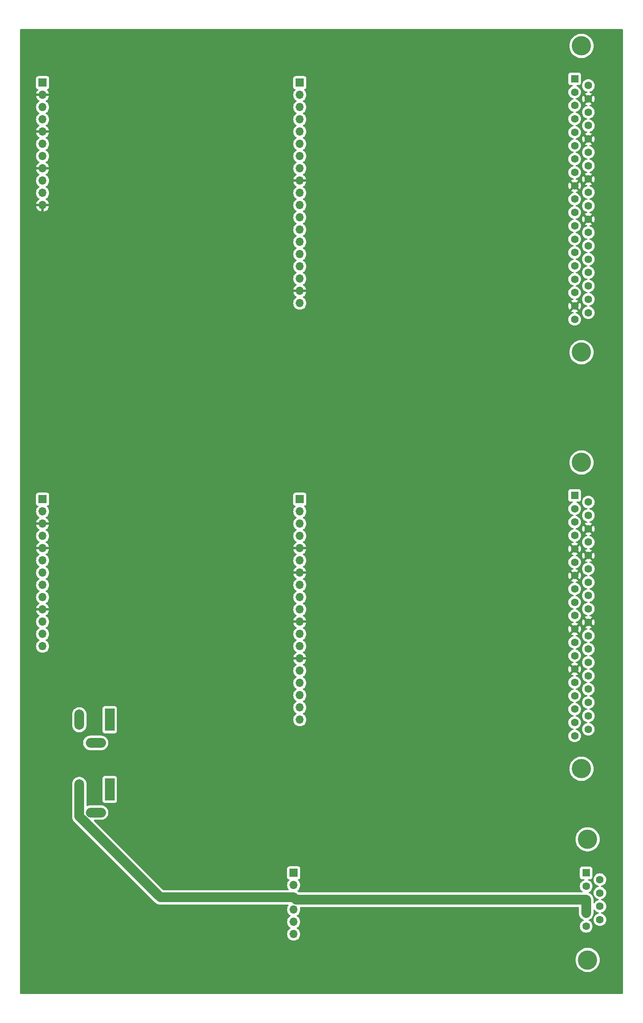
<source format=gbr>
%TF.GenerationSoftware,KiCad,Pcbnew,7.0.2-6a45011f42~172~ubuntu20.04.1*%
%TF.CreationDate,2023-07-07T12:58:52+09:00*%
%TF.ProjectId,Veronte68BreakOut,5665726f-6e74-4653-9638-427265616b4f,V1.1*%
%TF.SameCoordinates,Original*%
%TF.FileFunction,Copper,L2,Bot*%
%TF.FilePolarity,Positive*%
%FSLAX46Y46*%
G04 Gerber Fmt 4.6, Leading zero omitted, Abs format (unit mm)*
G04 Created by KiCad (PCBNEW 7.0.2-6a45011f42~172~ubuntu20.04.1) date 2023-07-07 12:58:52*
%MOMM*%
%LPD*%
G01*
G04 APERTURE LIST*
%TA.AperFunction,ComponentPad*%
%ADD10R,1.700000X1.700000*%
%TD*%
%TA.AperFunction,ComponentPad*%
%ADD11O,1.700000X1.700000*%
%TD*%
%TA.AperFunction,ComponentPad*%
%ADD12C,4.000000*%
%TD*%
%TA.AperFunction,ComponentPad*%
%ADD13R,1.600000X1.600000*%
%TD*%
%TA.AperFunction,ComponentPad*%
%ADD14C,1.600000*%
%TD*%
%TA.AperFunction,ComponentPad*%
%ADD15R,2.000000X4.600000*%
%TD*%
%TA.AperFunction,ComponentPad*%
%ADD16O,2.000000X4.200000*%
%TD*%
%TA.AperFunction,ComponentPad*%
%ADD17O,4.200000X2.000000*%
%TD*%
%TA.AperFunction,Conductor*%
%ADD18C,2.000000*%
%TD*%
G04 APERTURE END LIST*
D10*
%TO.P,J8,1,Pin_1*%
%TO.N,Net-(J8-Pin_1)*%
X125730000Y-201930000D03*
D11*
%TO.P,J8,2,Pin_2*%
%TO.N,Net-(J8-Pin_2)*%
X125730000Y-204470000D03*
%TO.P,J8,3,Pin_3*%
%TO.N,Net-(J8-Pin_3)*%
X125730000Y-207010000D03*
%TO.P,J8,4,Pin_4*%
X125730000Y-209550000D03*
%TO.P,J8,5,Pin_5*%
%TO.N,Net-(J8-Pin_5)*%
X125730000Y-212090000D03*
%TO.P,J8,6,Pin_6*%
X125730000Y-214630000D03*
%TD*%
D10*
%TO.P,J7,1,Pin_1*%
%TO.N,Net-(J7-Pin_1)*%
X73660000Y-124460000D03*
D11*
%TO.P,J7,2,Pin_2*%
%TO.N,Net-(J7-Pin_2)*%
X73660000Y-127000000D03*
%TO.P,J7,3,Pin_3*%
%TO.N,GND*%
X73660000Y-129540000D03*
%TO.P,J7,4,Pin_4*%
%TO.N,Net-(J7-Pin_4)*%
X73660000Y-132080000D03*
%TO.P,J7,5,Pin_5*%
%TO.N,GND*%
X73660000Y-134620000D03*
%TO.P,J7,6,Pin_6*%
%TO.N,Net-(J7-Pin_6)*%
X73660000Y-137160000D03*
%TO.P,J7,7,Pin_7*%
%TO.N,Net-(J7-Pin_7)*%
X73660000Y-139700000D03*
%TO.P,J7,8,Pin_8*%
%TO.N,Net-(J7-Pin_8)*%
X73660000Y-142240000D03*
%TO.P,J7,9,Pin_9*%
%TO.N,Net-(J7-Pin_9)*%
X73660000Y-144780000D03*
%TO.P,J7,10,Pin_10*%
%TO.N,GND*%
X73660000Y-147320000D03*
%TO.P,J7,11,Pin_11*%
%TO.N,Net-(J7-Pin_11)*%
X73660000Y-149860000D03*
%TO.P,J7,12,Pin_12*%
%TO.N,Net-(J7-Pin_12)*%
X73660000Y-152400000D03*
%TO.P,J7,13,Pin_13*%
%TO.N,Net-(J7-Pin_13)*%
X73660000Y-154940000D03*
%TD*%
D10*
%TO.P,J6,1,Pin_1*%
%TO.N,Net-(J6-Pin_1)*%
X127000000Y-124460000D03*
D11*
%TO.P,J6,2,Pin_2*%
%TO.N,Net-(J6-Pin_2)*%
X127000000Y-127000000D03*
%TO.P,J6,3,Pin_3*%
%TO.N,Net-(J6-Pin_3)*%
X127000000Y-129540000D03*
%TO.P,J6,4,Pin_4*%
%TO.N,Net-(J6-Pin_4)*%
X127000000Y-132080000D03*
%TO.P,J6,5,Pin_5*%
%TO.N,GND*%
X127000000Y-134620000D03*
%TO.P,J6,6,Pin_6*%
%TO.N,Net-(J6-Pin_6)*%
X127000000Y-137160000D03*
%TO.P,J6,7,Pin_7*%
%TO.N,GND*%
X127000000Y-139700000D03*
%TO.P,J6,8,Pin_8*%
%TO.N,Net-(J6-Pin_8)*%
X127000000Y-142240000D03*
%TO.P,J6,9,Pin_9*%
%TO.N,Net-(J6-Pin_9)*%
X127000000Y-144780000D03*
%TO.P,J6,10,Pin_10*%
%TO.N,Net-(J6-Pin_10)*%
X127000000Y-147320000D03*
%TO.P,J6,11,Pin_11*%
%TO.N,GND*%
X127000000Y-149860000D03*
%TO.P,J6,12,Pin_12*%
%TO.N,Net-(J6-Pin_12)*%
X127000000Y-152400000D03*
%TO.P,J6,13,Pin_13*%
%TO.N,Net-(J6-Pin_13)*%
X127000000Y-154940000D03*
%TO.P,J6,14,Pin_14*%
%TO.N,GND*%
X127000000Y-157480000D03*
%TO.P,J6,15,Pin_15*%
%TO.N,Net-(J6-Pin_15)*%
X127000000Y-160020000D03*
%TO.P,J6,16,Pin_16*%
%TO.N,Net-(J6-Pin_16)*%
X127000000Y-162560000D03*
%TO.P,J6,17,Pin_17*%
%TO.N,Net-(J6-Pin_17)*%
X127000000Y-165100000D03*
%TO.P,J6,18,Pin_18*%
%TO.N,Net-(J6-Pin_18)*%
X127000000Y-167640000D03*
%TO.P,J6,19,Pin_19*%
%TO.N,Net-(J6-Pin_19)*%
X127000000Y-170180000D03*
%TD*%
D12*
%TO.P,J2,0,PAD*%
%TO.N,unconnected-(J2-PAD-Pad0)*%
X185420000Y-180340000D03*
X185420000Y-116840000D03*
D13*
%TO.P,J2,1,1*%
%TO.N,Net-(J6-Pin_1)*%
X184000000Y-123660000D03*
D14*
%TO.P,J2,2,2*%
%TO.N,Net-(J6-Pin_2)*%
X184000000Y-126430000D03*
%TO.P,J2,3,3*%
%TO.N,Net-(J6-Pin_3)*%
X184000000Y-129200000D03*
%TO.P,J2,4,4*%
%TO.N,Net-(J6-Pin_4)*%
X184000000Y-131970000D03*
%TO.P,J2,5,5*%
%TO.N,GND*%
X184000000Y-134740000D03*
%TO.P,J2,6,6*%
%TO.N,Net-(J6-Pin_6)*%
X184000000Y-137510000D03*
%TO.P,J2,7,7*%
%TO.N,GND*%
X184000000Y-140280000D03*
%TO.P,J2,8,8*%
%TO.N,Net-(J6-Pin_8)*%
X184000000Y-143050000D03*
%TO.P,J2,9,9*%
%TO.N,Net-(J6-Pin_9)*%
X184000000Y-145820000D03*
%TO.P,J2,10,10*%
%TO.N,Net-(J6-Pin_10)*%
X184000000Y-148590000D03*
%TO.P,J2,11,11*%
%TO.N,GND*%
X184000000Y-151360000D03*
%TO.P,J2,12,12*%
%TO.N,Net-(J6-Pin_12)*%
X184000000Y-154130000D03*
%TO.P,J2,13,13*%
%TO.N,Net-(J6-Pin_13)*%
X184000000Y-156900000D03*
%TO.P,J2,14,14*%
%TO.N,GND*%
X184000000Y-159670000D03*
%TO.P,J2,15,15*%
%TO.N,Net-(J6-Pin_15)*%
X184000000Y-162440000D03*
%TO.P,J2,16,16*%
%TO.N,Net-(J6-Pin_16)*%
X184000000Y-165210000D03*
%TO.P,J2,17,17*%
%TO.N,Net-(J6-Pin_17)*%
X184000000Y-167980000D03*
%TO.P,J2,18,18*%
%TO.N,Net-(J6-Pin_18)*%
X184000000Y-170750000D03*
%TO.P,J2,19,19*%
%TO.N,Net-(J6-Pin_19)*%
X184000000Y-173520000D03*
%TO.P,J2,20,20*%
%TO.N,Net-(J7-Pin_1)*%
X186840000Y-125045000D03*
%TO.P,J2,21,21*%
%TO.N,Net-(J7-Pin_2)*%
X186840000Y-127815000D03*
%TO.P,J2,22,22*%
%TO.N,GND*%
X186840000Y-130585000D03*
%TO.P,J2,23,23*%
%TO.N,Net-(J7-Pin_4)*%
X186840000Y-133355000D03*
%TO.P,J2,24,24*%
%TO.N,GND*%
X186840000Y-136125000D03*
%TO.P,J2,25,25*%
%TO.N,Net-(J7-Pin_6)*%
X186840000Y-138895000D03*
%TO.P,J2,26,26*%
%TO.N,Net-(J7-Pin_7)*%
X186840000Y-141665000D03*
%TO.P,J2,27,27*%
%TO.N,Net-(J7-Pin_8)*%
X186840000Y-144435000D03*
%TO.P,J2,28,28*%
%TO.N,Net-(J7-Pin_9)*%
X186840000Y-147205000D03*
%TO.P,J2,29,29*%
%TO.N,GND*%
X186840000Y-149975000D03*
%TO.P,J2,30,30*%
%TO.N,Net-(J7-Pin_11)*%
X186840000Y-152745000D03*
%TO.P,J2,31,31*%
%TO.N,Net-(J7-Pin_12)*%
X186840000Y-155515000D03*
%TO.P,J2,32,32*%
%TO.N,Net-(J7-Pin_13)*%
X186840000Y-158285000D03*
%TO.P,J2,33,33*%
%TO.N,unconnected-(J2-Pad33)*%
X186840000Y-161055000D03*
%TO.P,J2,34,34*%
%TO.N,unconnected-(J2-Pad34)*%
X186840000Y-163825000D03*
%TO.P,J2,35,35*%
%TO.N,unconnected-(J2-Pad35)*%
X186840000Y-166595000D03*
%TO.P,J2,36,36*%
%TO.N,unconnected-(J2-Pad36)*%
X186840000Y-169365000D03*
%TO.P,J2,37,37*%
%TO.N,unconnected-(J2-Pad37)*%
X186840000Y-172135000D03*
%TD*%
D15*
%TO.P,J10,1*%
%TO.N,Net-(J8-Pin_5)*%
X87580000Y-184620000D03*
D16*
%TO.P,J10,2*%
%TO.N,Net-(J8-Pin_3)*%
X81280000Y-184620000D03*
D17*
%TO.P,J10,3*%
%TO.N,unconnected-(J10-Pad3)*%
X84680000Y-189420000D03*
%TD*%
D10*
%TO.P,J4,1,Pin_1*%
%TO.N,Net-(J4-Pin_1)*%
X127000000Y-38100000D03*
D11*
%TO.P,J4,2,Pin_2*%
%TO.N,Net-(J4-Pin_2)*%
X127000000Y-40640000D03*
%TO.P,J4,3,Pin_3*%
%TO.N,Net-(J4-Pin_3)*%
X127000000Y-43180000D03*
%TO.P,J4,4,Pin_4*%
%TO.N,Net-(J4-Pin_4)*%
X127000000Y-45720000D03*
%TO.P,J4,5,Pin_5*%
%TO.N,Net-(J4-Pin_5)*%
X127000000Y-48260000D03*
%TO.P,J4,6,Pin_6*%
%TO.N,Net-(J4-Pin_6)*%
X127000000Y-50800000D03*
%TO.P,J4,7,Pin_7*%
%TO.N,Net-(J4-Pin_7)*%
X127000000Y-53340000D03*
%TO.P,J4,8,Pin_8*%
%TO.N,Net-(J4-Pin_8)*%
X127000000Y-55880000D03*
%TO.P,J4,9,Pin_9*%
%TO.N,GND*%
X127000000Y-58420000D03*
%TO.P,J4,10,Pin_10*%
%TO.N,Net-(J4-Pin_10)*%
X127000000Y-60960000D03*
%TO.P,J4,11,Pin_11*%
%TO.N,Net-(J4-Pin_11)*%
X127000000Y-63500000D03*
%TO.P,J4,12,Pin_12*%
%TO.N,Net-(J4-Pin_12)*%
X127000000Y-66040000D03*
%TO.P,J4,13,Pin_13*%
%TO.N,Net-(J4-Pin_13)*%
X127000000Y-68580000D03*
%TO.P,J4,14,Pin_14*%
%TO.N,Net-(J4-Pin_14)*%
X127000000Y-71120000D03*
%TO.P,J4,15,Pin_15*%
%TO.N,Net-(J4-Pin_15)*%
X127000000Y-73660000D03*
%TO.P,J4,16,Pin_16*%
%TO.N,Net-(J4-Pin_16)*%
X127000000Y-76200000D03*
%TO.P,J4,17,Pin_17*%
%TO.N,Net-(J4-Pin_17)*%
X127000000Y-78740000D03*
%TO.P,J4,18,Pin_18*%
%TO.N,GND*%
X127000000Y-81280000D03*
%TO.P,J4,19,Pin_19*%
%TO.N,Net-(J4-Pin_19)*%
X127000000Y-83820000D03*
%TD*%
D12*
%TO.P,J1,0,PAD*%
%TO.N,unconnected-(J1-PAD-Pad0)*%
X185420000Y-93980000D03*
X185420000Y-30480000D03*
D13*
%TO.P,J1,1,1*%
%TO.N,Net-(J4-Pin_1)*%
X184000000Y-37300000D03*
D14*
%TO.P,J1,2,2*%
%TO.N,Net-(J4-Pin_2)*%
X184000000Y-40070000D03*
%TO.P,J1,3,3*%
%TO.N,Net-(J4-Pin_3)*%
X184000000Y-42840000D03*
%TO.P,J1,4,4*%
%TO.N,Net-(J4-Pin_4)*%
X184000000Y-45610000D03*
%TO.P,J1,5,5*%
%TO.N,Net-(J4-Pin_5)*%
X184000000Y-48380000D03*
%TO.P,J1,6,6*%
%TO.N,Net-(J4-Pin_6)*%
X184000000Y-51150000D03*
%TO.P,J1,7,7*%
%TO.N,Net-(J4-Pin_7)*%
X184000000Y-53920000D03*
%TO.P,J1,8,8*%
%TO.N,Net-(J4-Pin_8)*%
X184000000Y-56690000D03*
%TO.P,J1,9,9*%
%TO.N,GND*%
X184000000Y-59460000D03*
%TO.P,J1,10,10*%
%TO.N,Net-(J4-Pin_10)*%
X184000000Y-62230000D03*
%TO.P,J1,11,11*%
%TO.N,Net-(J4-Pin_11)*%
X184000000Y-65000000D03*
%TO.P,J1,12,12*%
%TO.N,Net-(J4-Pin_12)*%
X184000000Y-67770000D03*
%TO.P,J1,13,13*%
%TO.N,Net-(J4-Pin_13)*%
X184000000Y-70540000D03*
%TO.P,J1,14,14*%
%TO.N,Net-(J4-Pin_14)*%
X184000000Y-73310000D03*
%TO.P,J1,15,15*%
%TO.N,Net-(J4-Pin_15)*%
X184000000Y-76080000D03*
%TO.P,J1,16,16*%
%TO.N,Net-(J4-Pin_16)*%
X184000000Y-78850000D03*
%TO.P,J1,17,17*%
%TO.N,Net-(J4-Pin_17)*%
X184000000Y-81620000D03*
%TO.P,J1,18,18*%
%TO.N,GND*%
X184000000Y-84390000D03*
%TO.P,J1,19,19*%
%TO.N,Net-(J4-Pin_19)*%
X184000000Y-87160000D03*
%TO.P,J1,20,20*%
%TO.N,Net-(J5-Pin_1)*%
X186840000Y-38685000D03*
%TO.P,J1,21,21*%
%TO.N,GND*%
X186840000Y-41455000D03*
%TO.P,J1,22,22*%
%TO.N,Net-(J5-Pin_3)*%
X186840000Y-44225000D03*
%TO.P,J1,23,23*%
%TO.N,Net-(J5-Pin_4)*%
X186840000Y-46995000D03*
%TO.P,J1,24,24*%
%TO.N,GND*%
X186840000Y-49765000D03*
%TO.P,J1,25,25*%
%TO.N,Net-(J5-Pin_6)*%
X186840000Y-52535000D03*
%TO.P,J1,26,26*%
%TO.N,Net-(J5-Pin_7)*%
X186840000Y-55305000D03*
%TO.P,J1,27,27*%
%TO.N,GND*%
X186840000Y-58075000D03*
%TO.P,J1,28,28*%
%TO.N,Net-(J5-Pin_9)*%
X186840000Y-60845000D03*
%TO.P,J1,29,29*%
%TO.N,Net-(J5-Pin_10)*%
X186840000Y-63615000D03*
%TO.P,J1,30,30*%
%TO.N,GND*%
X186840000Y-66385000D03*
%TO.P,J1,31,31*%
%TO.N,unconnected-(J1-Pad31)*%
X186840000Y-69155000D03*
%TO.P,J1,32,32*%
%TO.N,unconnected-(J1-Pad32)*%
X186840000Y-71925000D03*
%TO.P,J1,33,33*%
%TO.N,unconnected-(J1-Pad33)*%
X186840000Y-74695000D03*
%TO.P,J1,34,34*%
%TO.N,unconnected-(J1-Pad34)*%
X186840000Y-77465000D03*
%TO.P,J1,35,35*%
%TO.N,unconnected-(J1-Pad35)*%
X186840000Y-80235000D03*
%TO.P,J1,36,36*%
%TO.N,unconnected-(J1-Pad36)*%
X186840000Y-83005000D03*
%TO.P,J1,37,37*%
%TO.N,unconnected-(J1-Pad37)*%
X186840000Y-85775000D03*
%TD*%
D10*
%TO.P,J5,1,Pin_1*%
%TO.N,Net-(J5-Pin_1)*%
X73660000Y-38100000D03*
D11*
%TO.P,J5,2,Pin_2*%
%TO.N,GND*%
X73660000Y-40640000D03*
%TO.P,J5,3,Pin_3*%
%TO.N,Net-(J5-Pin_3)*%
X73660000Y-43180000D03*
%TO.P,J5,4,Pin_4*%
%TO.N,Net-(J5-Pin_4)*%
X73660000Y-45720000D03*
%TO.P,J5,5,Pin_5*%
%TO.N,GND*%
X73660000Y-48260000D03*
%TO.P,J5,6,Pin_6*%
%TO.N,Net-(J5-Pin_6)*%
X73660000Y-50800000D03*
%TO.P,J5,7,Pin_7*%
%TO.N,Net-(J5-Pin_7)*%
X73660000Y-53340000D03*
%TO.P,J5,8,Pin_8*%
%TO.N,GND*%
X73660000Y-55880000D03*
%TO.P,J5,9,Pin_9*%
%TO.N,Net-(J5-Pin_9)*%
X73660000Y-58420000D03*
%TO.P,J5,10,Pin_10*%
%TO.N,Net-(J5-Pin_10)*%
X73660000Y-60960000D03*
%TO.P,J5,11,Pin_11*%
%TO.N,GND*%
X73660000Y-63500000D03*
%TD*%
D14*
%TO.P,J3,9,9*%
%TO.N,unconnected-(J3-Pad9)*%
X189230000Y-211625000D03*
%TO.P,J3,8,8*%
%TO.N,unconnected-(J3-Pad8)*%
X189230000Y-208855000D03*
%TO.P,J3,7,7*%
%TO.N,unconnected-(J3-Pad7)*%
X189230000Y-206085000D03*
%TO.P,J3,6,6*%
%TO.N,Net-(J8-Pin_5)*%
X189230000Y-203315000D03*
%TO.P,J3,5,5*%
X186390000Y-213010000D03*
%TO.P,J3,4,4*%
%TO.N,Net-(J8-Pin_3)*%
X186390000Y-210240000D03*
%TO.P,J3,3,3*%
X186390000Y-207470000D03*
%TO.P,J3,2,2*%
%TO.N,Net-(J8-Pin_2)*%
X186390000Y-204700000D03*
D13*
%TO.P,J3,1,1*%
%TO.N,Net-(J8-Pin_1)*%
X186390000Y-201930000D03*
D12*
%TO.P,J3,0,PAD*%
%TO.N,unconnected-(J3-PAD-Pad0)*%
X186690000Y-194970000D03*
X186690000Y-219970000D03*
%TD*%
D15*
%TO.P,J11,1*%
%TO.N,Net-(J6-Pin_18)*%
X87580000Y-170180000D03*
D16*
%TO.P,J11,2*%
%TO.N,Net-(J6-Pin_17)*%
X81280000Y-170180000D03*
D17*
%TO.P,J11,3*%
%TO.N,unconnected-(J11-Pad3)*%
X84680000Y-174980000D03*
%TD*%
D18*
%TO.N,Net-(J8-Pin_3)*%
X186390000Y-207470000D02*
X126190000Y-207470000D01*
X125730000Y-207010000D02*
X98058730Y-207010000D01*
X98058730Y-207010000D02*
X81280000Y-190231270D01*
X81280000Y-190231270D02*
X81280000Y-184620000D01*
X126190000Y-207470000D02*
X125730000Y-207010000D01*
X186390000Y-207470000D02*
X186390000Y-210240000D01*
%TD*%
%TA.AperFunction,Conductor*%
%TO.N,GND*%
G36*
X193942539Y-27020185D02*
G01*
X193988294Y-27072989D01*
X193999500Y-27124500D01*
X193999500Y-226875500D01*
X193979815Y-226942539D01*
X193927011Y-226988294D01*
X193875500Y-226999500D01*
X69124500Y-226999500D01*
X69057461Y-226979815D01*
X69011706Y-226927011D01*
X69000500Y-226875500D01*
X69000500Y-219970000D01*
X184184556Y-219970000D01*
X184204312Y-220284015D01*
X184205039Y-220287827D01*
X184205041Y-220287841D01*
X184262538Y-220589249D01*
X184263269Y-220593079D01*
X184360497Y-220892315D01*
X184494463Y-221177007D01*
X184496545Y-221180288D01*
X184496548Y-221180293D01*
X184660962Y-221439369D01*
X184660966Y-221439375D01*
X184663053Y-221442663D01*
X184863610Y-221685094D01*
X185092970Y-221900478D01*
X185347516Y-222085416D01*
X185623234Y-222236994D01*
X185915775Y-222352819D01*
X186220527Y-222431066D01*
X186532682Y-222470500D01*
X186536577Y-222470500D01*
X186843423Y-222470500D01*
X186847318Y-222470500D01*
X187159473Y-222431066D01*
X187464225Y-222352819D01*
X187756766Y-222236994D01*
X188032484Y-222085416D01*
X188287030Y-221900478D01*
X188516390Y-221685094D01*
X188716947Y-221442663D01*
X188885537Y-221177007D01*
X189019503Y-220892315D01*
X189116731Y-220593079D01*
X189175688Y-220284015D01*
X189195444Y-219970000D01*
X189175688Y-219655985D01*
X189116731Y-219346921D01*
X189019503Y-219047685D01*
X188885537Y-218762993D01*
X188716947Y-218497337D01*
X188516390Y-218254906D01*
X188287030Y-218039522D01*
X188032484Y-217854584D01*
X188029081Y-217852713D01*
X188029076Y-217852710D01*
X187760183Y-217704884D01*
X187760176Y-217704880D01*
X187756766Y-217703006D01*
X187753140Y-217701570D01*
X187753135Y-217701568D01*
X187467847Y-217588615D01*
X187467846Y-217588614D01*
X187464225Y-217587181D01*
X187460455Y-217586213D01*
X187460452Y-217586212D01*
X187163256Y-217509905D01*
X187163251Y-217509904D01*
X187159473Y-217508934D01*
X187155602Y-217508445D01*
X187155597Y-217508444D01*
X186851184Y-217469988D01*
X186851177Y-217469987D01*
X186847318Y-217469500D01*
X186532682Y-217469500D01*
X186528823Y-217469987D01*
X186528815Y-217469988D01*
X186224402Y-217508444D01*
X186224394Y-217508445D01*
X186220527Y-217508934D01*
X186216751Y-217509903D01*
X186216743Y-217509905D01*
X185919547Y-217586212D01*
X185919539Y-217586214D01*
X185915775Y-217587181D01*
X185912158Y-217588612D01*
X185912152Y-217588615D01*
X185626864Y-217701568D01*
X185626853Y-217701572D01*
X185623234Y-217703006D01*
X185619829Y-217704877D01*
X185619816Y-217704884D01*
X185350923Y-217852710D01*
X185350911Y-217852717D01*
X185347516Y-217854584D01*
X185344372Y-217856867D01*
X185344366Y-217856872D01*
X185096126Y-218037228D01*
X185096115Y-218037236D01*
X185092970Y-218039522D01*
X185090135Y-218042183D01*
X185090128Y-218042190D01*
X184866447Y-218252241D01*
X184866440Y-218252248D01*
X184863610Y-218254906D01*
X184861135Y-218257897D01*
X184861131Y-218257902D01*
X184665536Y-218494334D01*
X184665526Y-218494346D01*
X184663053Y-218497337D01*
X184660971Y-218500616D01*
X184660962Y-218500630D01*
X184496548Y-218759706D01*
X184496541Y-218759717D01*
X184494463Y-218762993D01*
X184492810Y-218766504D01*
X184492807Y-218766511D01*
X184362153Y-219044165D01*
X184360497Y-219047685D01*
X184263269Y-219346921D01*
X184262540Y-219350741D01*
X184262538Y-219350750D01*
X184205041Y-219652158D01*
X184205038Y-219652174D01*
X184204312Y-219655985D01*
X184184556Y-219970000D01*
X69000500Y-219970000D01*
X69000500Y-190169050D01*
X79775642Y-190169050D01*
X79779394Y-190259741D01*
X79779500Y-190264866D01*
X79779500Y-190293337D01*
X79779709Y-190295864D01*
X79779710Y-190295879D01*
X79781851Y-190321718D01*
X79782168Y-190326829D01*
X79785919Y-190417507D01*
X79790738Y-190440490D01*
X79792952Y-190455691D01*
X79794891Y-190479089D01*
X79817171Y-190567073D01*
X79818325Y-190572063D01*
X79836950Y-190660884D01*
X79845484Y-190682755D01*
X79850171Y-190697384D01*
X79855936Y-190720150D01*
X79892393Y-190803263D01*
X79894354Y-190807998D01*
X79927344Y-190892545D01*
X79939364Y-190912718D01*
X79946395Y-190926377D01*
X79955824Y-190947873D01*
X79955827Y-190947877D01*
X80005481Y-191023879D01*
X80008153Y-191028160D01*
X80054634Y-191106164D01*
X80069808Y-191124081D01*
X80078991Y-191136395D01*
X80091837Y-191156058D01*
X80153293Y-191222816D01*
X80156687Y-191226658D01*
X80175098Y-191248396D01*
X80176911Y-191250209D01*
X80195227Y-191268525D01*
X80198776Y-191272223D01*
X80260258Y-191339010D01*
X80278787Y-191353432D01*
X80290307Y-191363605D01*
X96926395Y-207999692D01*
X96936560Y-208011202D01*
X96950992Y-208029744D01*
X97017787Y-208091233D01*
X97021485Y-208094782D01*
X97041605Y-208114902D01*
X97063330Y-208133302D01*
X97067171Y-208136694D01*
X97133945Y-208198164D01*
X97153603Y-208211006D01*
X97165914Y-208220187D01*
X97183836Y-208235366D01*
X97261808Y-208281827D01*
X97266137Y-208284529D01*
X97342123Y-208334173D01*
X97363636Y-208343609D01*
X97377279Y-208350633D01*
X97397457Y-208362656D01*
X97482032Y-208395657D01*
X97486715Y-208397596D01*
X97569849Y-208434063D01*
X97592606Y-208439825D01*
X97607241Y-208444514D01*
X97629113Y-208453049D01*
X97629116Y-208453050D01*
X97717956Y-208471678D01*
X97722923Y-208472827D01*
X97810909Y-208495108D01*
X97819363Y-208495808D01*
X97834303Y-208497047D01*
X97849511Y-208499262D01*
X97872493Y-208504081D01*
X97963185Y-208507831D01*
X97968287Y-208508148D01*
X97996663Y-208510500D01*
X98025134Y-208510500D01*
X98030256Y-208510605D01*
X98062288Y-208511930D01*
X98120949Y-208514357D01*
X98120949Y-208514356D01*
X98120951Y-208514357D01*
X98139793Y-208512008D01*
X98144257Y-208511452D01*
X98159595Y-208510500D01*
X124571008Y-208510500D01*
X124638047Y-208530185D01*
X124683802Y-208582989D01*
X124693746Y-208652147D01*
X124672583Y-208705623D01*
X124555965Y-208872170D01*
X124456097Y-209086336D01*
X124394936Y-209314592D01*
X124374340Y-209549999D01*
X124394936Y-209785407D01*
X124413596Y-209855046D01*
X124456097Y-210013663D01*
X124555965Y-210227830D01*
X124691505Y-210421401D01*
X124858599Y-210588495D01*
X125044160Y-210718426D01*
X125087783Y-210773002D01*
X125094976Y-210842501D01*
X125063454Y-210904855D01*
X125044158Y-210921575D01*
X124971765Y-210972266D01*
X124858595Y-211051508D01*
X124691505Y-211218598D01*
X124555965Y-211412170D01*
X124456097Y-211626336D01*
X124394936Y-211854592D01*
X124374340Y-212090000D01*
X124394936Y-212325407D01*
X124403473Y-212357266D01*
X124456097Y-212553663D01*
X124555965Y-212767830D01*
X124691505Y-212961401D01*
X124858599Y-213128495D01*
X125044160Y-213258426D01*
X125087783Y-213313002D01*
X125094976Y-213382501D01*
X125063454Y-213444855D01*
X125044159Y-213461575D01*
X124858595Y-213591508D01*
X124691505Y-213758598D01*
X124555965Y-213952170D01*
X124456097Y-214166336D01*
X124394936Y-214394592D01*
X124374340Y-214630000D01*
X124394936Y-214865407D01*
X124439709Y-215032501D01*
X124456097Y-215093663D01*
X124555965Y-215307830D01*
X124691505Y-215501401D01*
X124858599Y-215668495D01*
X125052170Y-215804035D01*
X125266337Y-215903903D01*
X125494592Y-215965063D01*
X125730000Y-215985659D01*
X125965408Y-215965063D01*
X126193663Y-215903903D01*
X126407830Y-215804035D01*
X126601401Y-215668495D01*
X126768495Y-215501401D01*
X126904035Y-215307830D01*
X127003903Y-215093663D01*
X127065063Y-214865408D01*
X127085659Y-214630000D01*
X127065063Y-214394592D01*
X127003903Y-214166337D01*
X126904035Y-213952171D01*
X126768495Y-213758599D01*
X126601401Y-213591505D01*
X126415839Y-213461573D01*
X126372217Y-213406998D01*
X126365024Y-213337499D01*
X126396546Y-213275145D01*
X126415837Y-213258428D01*
X126601401Y-213128495D01*
X126768495Y-212961401D01*
X126904035Y-212767830D01*
X127003903Y-212553663D01*
X127065063Y-212325408D01*
X127085659Y-212090000D01*
X127065063Y-211854592D01*
X127003903Y-211626337D01*
X126904035Y-211412171D01*
X126768495Y-211218599D01*
X126601401Y-211051505D01*
X126415839Y-210921573D01*
X126372216Y-210866998D01*
X126365022Y-210797500D01*
X126396545Y-210735145D01*
X126415837Y-210718428D01*
X126601401Y-210588495D01*
X126768495Y-210421401D01*
X126904035Y-210227830D01*
X127003903Y-210013663D01*
X127065063Y-209785408D01*
X127085659Y-209550000D01*
X127065063Y-209314592D01*
X127014689Y-209126591D01*
X127016352Y-209056744D01*
X127055514Y-208998881D01*
X127119743Y-208971377D01*
X127134464Y-208970500D01*
X184765500Y-208970500D01*
X184832539Y-208990185D01*
X184878294Y-209042989D01*
X184889500Y-209094499D01*
X184889500Y-210302067D01*
X184904892Y-210487821D01*
X184965937Y-210728881D01*
X184990930Y-210785859D01*
X185065825Y-210956604D01*
X185065827Y-210956607D01*
X185201836Y-211164785D01*
X185370256Y-211347738D01*
X185370259Y-211347740D01*
X185566485Y-211500470D01*
X185566487Y-211500471D01*
X185566491Y-211500474D01*
X185785190Y-211618828D01*
X185787356Y-211619571D01*
X185788810Y-211620071D01*
X185793090Y-211623102D01*
X185794227Y-211623718D01*
X185794152Y-211623855D01*
X185845826Y-211660457D01*
X185871956Y-211725256D01*
X185858904Y-211793896D01*
X185810815Y-211844584D01*
X185800953Y-211849734D01*
X185737263Y-211879433D01*
X185550859Y-212009953D01*
X185389953Y-212170859D01*
X185259432Y-212357264D01*
X185163261Y-212563502D01*
X185104364Y-212783310D01*
X185084531Y-213010000D01*
X185104364Y-213236689D01*
X185163261Y-213456497D01*
X185259432Y-213662735D01*
X185389953Y-213849140D01*
X185550859Y-214010046D01*
X185737264Y-214140567D01*
X185737265Y-214140567D01*
X185737266Y-214140568D01*
X185943504Y-214236739D01*
X186163308Y-214295635D01*
X186390000Y-214315468D01*
X186616692Y-214295635D01*
X186836496Y-214236739D01*
X187042734Y-214140568D01*
X187229139Y-214010047D01*
X187390047Y-213849139D01*
X187520568Y-213662734D01*
X187616739Y-213456496D01*
X187675635Y-213236692D01*
X187695468Y-213010000D01*
X187675635Y-212783308D01*
X187616739Y-212563504D01*
X187520568Y-212357266D01*
X187498261Y-212325407D01*
X187390046Y-212170859D01*
X187229140Y-212009953D01*
X187042735Y-211879432D01*
X186979047Y-211849734D01*
X186926608Y-211803561D01*
X186907456Y-211736368D01*
X186927672Y-211669486D01*
X186980838Y-211624152D01*
X186991192Y-211620070D01*
X186994810Y-211618828D01*
X187213509Y-211500474D01*
X187409744Y-211347738D01*
X187578164Y-211164785D01*
X187714173Y-210956607D01*
X187814063Y-210728881D01*
X187875108Y-210487821D01*
X187890500Y-210302067D01*
X187890500Y-209602625D01*
X187910185Y-209535587D01*
X187962989Y-209489832D01*
X188032147Y-209479888D01*
X188095703Y-209508913D01*
X188116075Y-209531503D01*
X188229953Y-209694140D01*
X188390859Y-209855046D01*
X188577264Y-209985567D01*
X188577265Y-209985567D01*
X188577266Y-209985568D01*
X188783504Y-210081739D01*
X188897542Y-210112295D01*
X188927136Y-210120225D01*
X188986796Y-210156590D01*
X189017325Y-210219437D01*
X189009030Y-210288813D01*
X188964545Y-210342691D01*
X188927136Y-210359775D01*
X188783502Y-210398261D01*
X188577264Y-210494432D01*
X188390859Y-210624953D01*
X188229953Y-210785859D01*
X188099432Y-210972264D01*
X188003261Y-211178502D01*
X187944364Y-211398310D01*
X187924531Y-211624999D01*
X187944364Y-211851689D01*
X188003261Y-212071497D01*
X188099432Y-212277735D01*
X188229953Y-212464140D01*
X188390859Y-212625046D01*
X188577264Y-212755567D01*
X188577265Y-212755567D01*
X188577266Y-212755568D01*
X188783504Y-212851739D01*
X189003308Y-212910635D01*
X189154436Y-212923857D01*
X189229999Y-212930468D01*
X189229999Y-212930467D01*
X189230000Y-212930468D01*
X189456692Y-212910635D01*
X189676496Y-212851739D01*
X189882734Y-212755568D01*
X190069139Y-212625047D01*
X190230047Y-212464139D01*
X190360568Y-212277734D01*
X190456739Y-212071496D01*
X190515635Y-211851692D01*
X190535468Y-211625000D01*
X190515635Y-211398308D01*
X190456739Y-211178504D01*
X190360568Y-210972266D01*
X190349602Y-210956604D01*
X190230046Y-210785859D01*
X190069140Y-210624953D01*
X189882735Y-210494432D01*
X189676496Y-210398261D01*
X189532864Y-210359775D01*
X189473203Y-210323410D01*
X189442674Y-210260563D01*
X189450969Y-210191188D01*
X189495454Y-210137310D01*
X189532864Y-210120225D01*
X189548302Y-210116088D01*
X189676496Y-210081739D01*
X189882734Y-209985568D01*
X190069139Y-209855047D01*
X190230047Y-209694139D01*
X190360568Y-209507734D01*
X190456739Y-209301496D01*
X190515635Y-209081692D01*
X190535468Y-208855000D01*
X190515635Y-208628308D01*
X190456739Y-208408504D01*
X190360568Y-208202266D01*
X190357436Y-208197792D01*
X190230046Y-208015859D01*
X190069140Y-207854953D01*
X189882735Y-207724432D01*
X189676496Y-207628261D01*
X189532864Y-207589775D01*
X189473203Y-207553410D01*
X189442674Y-207490563D01*
X189450969Y-207421188D01*
X189495454Y-207367310D01*
X189532864Y-207350225D01*
X189549882Y-207345665D01*
X189676496Y-207311739D01*
X189882734Y-207215568D01*
X190069139Y-207085047D01*
X190230047Y-206924139D01*
X190360568Y-206737734D01*
X190456739Y-206531496D01*
X190515635Y-206311692D01*
X190535468Y-206085000D01*
X190515635Y-205858308D01*
X190456739Y-205638504D01*
X190360568Y-205432266D01*
X190304881Y-205352735D01*
X190230046Y-205245859D01*
X190069140Y-205084953D01*
X189882735Y-204954432D01*
X189676496Y-204858261D01*
X189532864Y-204819775D01*
X189473203Y-204783410D01*
X189442674Y-204720563D01*
X189450969Y-204651188D01*
X189495454Y-204597310D01*
X189532864Y-204580225D01*
X189548302Y-204576088D01*
X189676496Y-204541739D01*
X189882734Y-204445568D01*
X190069139Y-204315047D01*
X190230047Y-204154139D01*
X190360568Y-203967734D01*
X190456739Y-203761496D01*
X190515635Y-203541692D01*
X190535468Y-203315000D01*
X190515635Y-203088308D01*
X190456739Y-202868504D01*
X190360568Y-202662266D01*
X190230047Y-202475861D01*
X190230046Y-202475859D01*
X190069140Y-202314953D01*
X189882735Y-202184432D01*
X189676497Y-202088261D01*
X189456689Y-202029364D01*
X189229999Y-202009531D01*
X189003310Y-202029364D01*
X188783502Y-202088261D01*
X188577264Y-202184432D01*
X188390859Y-202314953D01*
X188229953Y-202475859D01*
X188099432Y-202662264D01*
X188003261Y-202868502D01*
X187944364Y-203088310D01*
X187924531Y-203314999D01*
X187944364Y-203541689D01*
X188003261Y-203761497D01*
X188099432Y-203967735D01*
X188229953Y-204154140D01*
X188390859Y-204315046D01*
X188577264Y-204445567D01*
X188577265Y-204445567D01*
X188577266Y-204445568D01*
X188783504Y-204541739D01*
X188897542Y-204572295D01*
X188927136Y-204580225D01*
X188986796Y-204616590D01*
X189017325Y-204679437D01*
X189009030Y-204748813D01*
X188964545Y-204802691D01*
X188927136Y-204819775D01*
X188783502Y-204858261D01*
X188577264Y-204954432D01*
X188390859Y-205084953D01*
X188229953Y-205245859D01*
X188099432Y-205432264D01*
X188003261Y-205638502D01*
X187944364Y-205858310D01*
X187924531Y-206084999D01*
X187944364Y-206311689D01*
X188003261Y-206531497D01*
X188099432Y-206737735D01*
X188229953Y-206924140D01*
X188390859Y-207085046D01*
X188577264Y-207215567D01*
X188577265Y-207215567D01*
X188577266Y-207215568D01*
X188783504Y-207311739D01*
X188897542Y-207342295D01*
X188927136Y-207350225D01*
X188986796Y-207386590D01*
X189017325Y-207449437D01*
X189009030Y-207518813D01*
X188964545Y-207572691D01*
X188927136Y-207589775D01*
X188783502Y-207628261D01*
X188577264Y-207724432D01*
X188390859Y-207854953D01*
X188229953Y-208015859D01*
X188116075Y-208178496D01*
X188061498Y-208222121D01*
X187992000Y-208229315D01*
X187929645Y-208197792D01*
X187894231Y-208137563D01*
X187890500Y-208107373D01*
X187890500Y-207345666D01*
X187881094Y-207289301D01*
X187879826Y-207279130D01*
X187875108Y-207222179D01*
X187861077Y-207166773D01*
X187858976Y-207156749D01*
X187849571Y-207100388D01*
X187849571Y-207100386D01*
X187831008Y-207046315D01*
X187828088Y-207036506D01*
X187814063Y-206981119D01*
X187791105Y-206928782D01*
X187787389Y-206919261D01*
X187768828Y-206865190D01*
X187741623Y-206814920D01*
X187737126Y-206805723D01*
X187714173Y-206753393D01*
X187682911Y-206705544D01*
X187677676Y-206696757D01*
X187650474Y-206646491D01*
X187615369Y-206601388D01*
X187609416Y-206593050D01*
X187578165Y-206545216D01*
X187574510Y-206541246D01*
X187539458Y-206503169D01*
X187532843Y-206495358D01*
X187497739Y-206450257D01*
X187497738Y-206450256D01*
X187455685Y-206411543D01*
X187448455Y-206404313D01*
X187409744Y-206362262D01*
X187364646Y-206327160D01*
X187356826Y-206320537D01*
X187314782Y-206281833D01*
X187266943Y-206250578D01*
X187258604Y-206244624D01*
X187213511Y-206209527D01*
X187163238Y-206182320D01*
X187154436Y-206177075D01*
X187106606Y-206145826D01*
X187054286Y-206122877D01*
X187045079Y-206118376D01*
X186994807Y-206091170D01*
X186991185Y-206089927D01*
X186986898Y-206086890D01*
X186985774Y-206086282D01*
X186985847Y-206086146D01*
X186934171Y-206049540D01*
X186908042Y-205984740D01*
X186921095Y-205916100D01*
X186969185Y-205865414D01*
X186979021Y-205860277D01*
X187042734Y-205830568D01*
X187229139Y-205700047D01*
X187390047Y-205539139D01*
X187520568Y-205352734D01*
X187616739Y-205146496D01*
X187675635Y-204926692D01*
X187695468Y-204700000D01*
X187675635Y-204473308D01*
X187616739Y-204253504D01*
X187520568Y-204047266D01*
X187491910Y-204006337D01*
X187390046Y-203860859D01*
X187229140Y-203699953D01*
X187042735Y-203569432D01*
X186826664Y-203468676D01*
X186827644Y-203466574D01*
X186780616Y-203437909D01*
X186750087Y-203375062D01*
X186758382Y-203305686D01*
X186802867Y-203251808D01*
X186869419Y-203230534D01*
X186872351Y-203230499D01*
X187237872Y-203230499D01*
X187297483Y-203224091D01*
X187432331Y-203173796D01*
X187547546Y-203087546D01*
X187633796Y-202972331D01*
X187684091Y-202837483D01*
X187690500Y-202777873D01*
X187690499Y-201082128D01*
X187684091Y-201022517D01*
X187633796Y-200887669D01*
X187547546Y-200772454D01*
X187432331Y-200686204D01*
X187297483Y-200635909D01*
X187237873Y-200629500D01*
X187234550Y-200629500D01*
X185545439Y-200629500D01*
X185545420Y-200629500D01*
X185542128Y-200629501D01*
X185538848Y-200629853D01*
X185538840Y-200629854D01*
X185482515Y-200635909D01*
X185347669Y-200686204D01*
X185232454Y-200772454D01*
X185146204Y-200887668D01*
X185095909Y-201022516D01*
X185094519Y-201035449D01*
X185089500Y-201082127D01*
X185089500Y-201085448D01*
X185089500Y-201085449D01*
X185089500Y-202774560D01*
X185089500Y-202774578D01*
X185089501Y-202777872D01*
X185095909Y-202837483D01*
X185146204Y-202972331D01*
X185232454Y-203087546D01*
X185347669Y-203173796D01*
X185482517Y-203224091D01*
X185542127Y-203230500D01*
X185907629Y-203230499D01*
X185974666Y-203250183D01*
X186020421Y-203302987D01*
X186030365Y-203372146D01*
X186001340Y-203435701D01*
X185952573Y-203467041D01*
X185953336Y-203468676D01*
X185737264Y-203569432D01*
X185550859Y-203699953D01*
X185389953Y-203860859D01*
X185259432Y-204047264D01*
X185163261Y-204253502D01*
X185104364Y-204473310D01*
X185084531Y-204700000D01*
X185104364Y-204926689D01*
X185163261Y-205146497D01*
X185259432Y-205352735D01*
X185389953Y-205539140D01*
X185550859Y-205700046D01*
X185613525Y-205743925D01*
X185657150Y-205798501D01*
X185664344Y-205868000D01*
X185632821Y-205930355D01*
X185572592Y-205965769D01*
X185542402Y-205969500D01*
X126863576Y-205969500D01*
X126796537Y-205949815D01*
X126779591Y-205936728D01*
X126770951Y-205928774D01*
X126767255Y-205925227D01*
X126748939Y-205906911D01*
X126747126Y-205905098D01*
X126725388Y-205886687D01*
X126721546Y-205883293D01*
X126654788Y-205821837D01*
X126635125Y-205808991D01*
X126622811Y-205799808D01*
X126604894Y-205784634D01*
X126554639Y-205754688D01*
X126507127Y-205703463D01*
X126494851Y-205634680D01*
X126521710Y-205570180D01*
X126546989Y-205546594D01*
X126601401Y-205508495D01*
X126768495Y-205341401D01*
X126904035Y-205147830D01*
X127003903Y-204933663D01*
X127065063Y-204705408D01*
X127085659Y-204470000D01*
X127083521Y-204445568D01*
X127065063Y-204234592D01*
X127043506Y-204154139D01*
X127003903Y-204006337D01*
X126904035Y-203792171D01*
X126768495Y-203598599D01*
X126646568Y-203476673D01*
X126613084Y-203415350D01*
X126618068Y-203345658D01*
X126659940Y-203289725D01*
X126690915Y-203272810D01*
X126822331Y-203223796D01*
X126937546Y-203137546D01*
X127023796Y-203022331D01*
X127074091Y-202887483D01*
X127080500Y-202827873D01*
X127080499Y-201032128D01*
X127074091Y-200972517D01*
X127023796Y-200837669D01*
X126937546Y-200722454D01*
X126822331Y-200636204D01*
X126687483Y-200585909D01*
X126627873Y-200579500D01*
X126624550Y-200579500D01*
X124835439Y-200579500D01*
X124835420Y-200579500D01*
X124832128Y-200579501D01*
X124828848Y-200579853D01*
X124828840Y-200579854D01*
X124772515Y-200585909D01*
X124637669Y-200636204D01*
X124522454Y-200722454D01*
X124436204Y-200837668D01*
X124385910Y-200972515D01*
X124385909Y-200972517D01*
X124379500Y-201032127D01*
X124379500Y-201035448D01*
X124379500Y-201035449D01*
X124379500Y-202824560D01*
X124379500Y-202824578D01*
X124379501Y-202827872D01*
X124379853Y-202831152D01*
X124379854Y-202831159D01*
X124383869Y-202868504D01*
X124385909Y-202887483D01*
X124436204Y-203022331D01*
X124522454Y-203137546D01*
X124637669Y-203223796D01*
X124749907Y-203265658D01*
X124769082Y-203272810D01*
X124825016Y-203314681D01*
X124849433Y-203380146D01*
X124834581Y-203448419D01*
X124813431Y-203476673D01*
X124691503Y-203598601D01*
X124555965Y-203792170D01*
X124456097Y-204006336D01*
X124394936Y-204234592D01*
X124374340Y-204469999D01*
X124394936Y-204705407D01*
X124425581Y-204819775D01*
X124456097Y-204933663D01*
X124555965Y-205147830D01*
X124672584Y-205314379D01*
X124694910Y-205380582D01*
X124677900Y-205448350D01*
X124626952Y-205496163D01*
X124571008Y-205509500D01*
X98731619Y-205509500D01*
X98664580Y-205489815D01*
X98643938Y-205473181D01*
X88140758Y-194970000D01*
X184184556Y-194970000D01*
X184204312Y-195284015D01*
X184205039Y-195287827D01*
X184205041Y-195287841D01*
X184262538Y-195589249D01*
X184263269Y-195593079D01*
X184360497Y-195892315D01*
X184494463Y-196177007D01*
X184496545Y-196180288D01*
X184496548Y-196180293D01*
X184660962Y-196439369D01*
X184660966Y-196439375D01*
X184663053Y-196442663D01*
X184863610Y-196685094D01*
X185092970Y-196900478D01*
X185347516Y-197085416D01*
X185623234Y-197236994D01*
X185915775Y-197352819D01*
X186220527Y-197431066D01*
X186532682Y-197470500D01*
X186536577Y-197470500D01*
X186843423Y-197470500D01*
X186847318Y-197470500D01*
X187159473Y-197431066D01*
X187464225Y-197352819D01*
X187756766Y-197236994D01*
X188032484Y-197085416D01*
X188287030Y-196900478D01*
X188516390Y-196685094D01*
X188716947Y-196442663D01*
X188885537Y-196177007D01*
X189019503Y-195892315D01*
X189116731Y-195593079D01*
X189175688Y-195284015D01*
X189195444Y-194970000D01*
X189175688Y-194655985D01*
X189116731Y-194346921D01*
X189019503Y-194047685D01*
X188885537Y-193762993D01*
X188716947Y-193497337D01*
X188516390Y-193254906D01*
X188287030Y-193039522D01*
X188032484Y-192854584D01*
X188029081Y-192852713D01*
X188029076Y-192852710D01*
X187760183Y-192704884D01*
X187760176Y-192704880D01*
X187756766Y-192703006D01*
X187753140Y-192701570D01*
X187753135Y-192701568D01*
X187467847Y-192588615D01*
X187467846Y-192588614D01*
X187464225Y-192587181D01*
X187460455Y-192586213D01*
X187460452Y-192586212D01*
X187163256Y-192509905D01*
X187163251Y-192509904D01*
X187159473Y-192508934D01*
X187155602Y-192508445D01*
X187155597Y-192508444D01*
X186851184Y-192469988D01*
X186851177Y-192469987D01*
X186847318Y-192469500D01*
X186532682Y-192469500D01*
X186528823Y-192469987D01*
X186528815Y-192469988D01*
X186224402Y-192508444D01*
X186224394Y-192508445D01*
X186220527Y-192508934D01*
X186216751Y-192509903D01*
X186216743Y-192509905D01*
X185919547Y-192586212D01*
X185919539Y-192586214D01*
X185915775Y-192587181D01*
X185912158Y-192588612D01*
X185912152Y-192588615D01*
X185626864Y-192701568D01*
X185626853Y-192701572D01*
X185623234Y-192703006D01*
X185619829Y-192704877D01*
X185619816Y-192704884D01*
X185350923Y-192852710D01*
X185350911Y-192852717D01*
X185347516Y-192854584D01*
X185344372Y-192856867D01*
X185344366Y-192856872D01*
X185096126Y-193037228D01*
X185096115Y-193037236D01*
X185092970Y-193039522D01*
X185090135Y-193042183D01*
X185090128Y-193042190D01*
X184866447Y-193252241D01*
X184866440Y-193252248D01*
X184863610Y-193254906D01*
X184861135Y-193257897D01*
X184861131Y-193257902D01*
X184665536Y-193494334D01*
X184665526Y-193494346D01*
X184663053Y-193497337D01*
X184660971Y-193500616D01*
X184660962Y-193500630D01*
X184496548Y-193759706D01*
X184496541Y-193759717D01*
X184494463Y-193762993D01*
X184492810Y-193766504D01*
X184492807Y-193766511D01*
X184362153Y-194044165D01*
X184360497Y-194047685D01*
X184263269Y-194346921D01*
X184262540Y-194350741D01*
X184262538Y-194350750D01*
X184205041Y-194652158D01*
X184205038Y-194652174D01*
X184204312Y-194655985D01*
X184184556Y-194970000D01*
X88140758Y-194970000D01*
X84302939Y-191132181D01*
X84269454Y-191070858D01*
X84274438Y-191001166D01*
X84316310Y-190945233D01*
X84381774Y-190920816D01*
X84390620Y-190920500D01*
X85839497Y-190920500D01*
X85842067Y-190920500D01*
X86027821Y-190905108D01*
X86268881Y-190844063D01*
X86496607Y-190744173D01*
X86704785Y-190608164D01*
X86887738Y-190439744D01*
X87040474Y-190243509D01*
X87158828Y-190024810D01*
X87239571Y-189789614D01*
X87280500Y-189544335D01*
X87280500Y-189295665D01*
X87239571Y-189050386D01*
X87158828Y-188815190D01*
X87040474Y-188596491D01*
X87040471Y-188596487D01*
X87040470Y-188596485D01*
X86887740Y-188400259D01*
X86887738Y-188400256D01*
X86704785Y-188231836D01*
X86496607Y-188095827D01*
X86496604Y-188095825D01*
X86357646Y-188034873D01*
X86268881Y-187995937D01*
X86057434Y-187942391D01*
X86027822Y-187934892D01*
X85993854Y-187932077D01*
X85842067Y-187919500D01*
X83517933Y-187919500D01*
X83400111Y-187929262D01*
X83332177Y-187934892D01*
X83091117Y-187995937D01*
X82954310Y-188055947D01*
X82885010Y-188064850D01*
X82821898Y-188034873D01*
X82785011Y-187975533D01*
X82780500Y-187942391D01*
X82780500Y-186964578D01*
X86079500Y-186964578D01*
X86079501Y-186967872D01*
X86085909Y-187027483D01*
X86136204Y-187162331D01*
X86222454Y-187277546D01*
X86337669Y-187363796D01*
X86472517Y-187414091D01*
X86532127Y-187420500D01*
X88627872Y-187420499D01*
X88687483Y-187414091D01*
X88822331Y-187363796D01*
X88937546Y-187277546D01*
X89023796Y-187162331D01*
X89074091Y-187027483D01*
X89080500Y-186967873D01*
X89080499Y-182272128D01*
X89074091Y-182212517D01*
X89023796Y-182077669D01*
X88937546Y-181962454D01*
X88822331Y-181876204D01*
X88687483Y-181825909D01*
X88627873Y-181819500D01*
X88624550Y-181819500D01*
X86535439Y-181819500D01*
X86535420Y-181819500D01*
X86532128Y-181819501D01*
X86528848Y-181819853D01*
X86528840Y-181819854D01*
X86472515Y-181825909D01*
X86337669Y-181876204D01*
X86222454Y-181962454D01*
X86136204Y-182077668D01*
X86085910Y-182212515D01*
X86085909Y-182212517D01*
X86079500Y-182272127D01*
X86079500Y-182275448D01*
X86079500Y-182275449D01*
X86079500Y-186964560D01*
X86079500Y-186964578D01*
X82780500Y-186964578D01*
X82780500Y-183460503D01*
X82780500Y-183460502D01*
X82780500Y-183457933D01*
X82765108Y-183272179D01*
X82704063Y-183031119D01*
X82604173Y-182803393D01*
X82468164Y-182595215D01*
X82299744Y-182412262D01*
X82277612Y-182395036D01*
X82103514Y-182259529D01*
X82103510Y-182259526D01*
X82103509Y-182259526D01*
X81884810Y-182141172D01*
X81884806Y-182141170D01*
X81884805Y-182141170D01*
X81649615Y-182060429D01*
X81404335Y-182019500D01*
X81155665Y-182019500D01*
X80910384Y-182060429D01*
X80675194Y-182141170D01*
X80456485Y-182259529D01*
X80260259Y-182412259D01*
X80260256Y-182412261D01*
X80260256Y-182412262D01*
X80091836Y-182595215D01*
X80083202Y-182608431D01*
X79955825Y-182803395D01*
X79855938Y-183031117D01*
X79794892Y-183272177D01*
X79794891Y-183272179D01*
X79794892Y-183272179D01*
X79779500Y-183457933D01*
X79779500Y-183460502D01*
X79779500Y-190130405D01*
X79778548Y-190145743D01*
X79775642Y-190169050D01*
X69000500Y-190169050D01*
X69000500Y-180340000D01*
X182914556Y-180340000D01*
X182934312Y-180654015D01*
X182935039Y-180657827D01*
X182935041Y-180657841D01*
X182992538Y-180959249D01*
X182993269Y-180963079D01*
X183090497Y-181262315D01*
X183224463Y-181547007D01*
X183226545Y-181550288D01*
X183226548Y-181550293D01*
X183390962Y-181809369D01*
X183390966Y-181809375D01*
X183393053Y-181812663D01*
X183395532Y-181815660D01*
X183395536Y-181815665D01*
X183404011Y-181825909D01*
X183593610Y-182055094D01*
X183822970Y-182270478D01*
X184077516Y-182455416D01*
X184353234Y-182606994D01*
X184645775Y-182722819D01*
X184950527Y-182801066D01*
X185262682Y-182840500D01*
X185266577Y-182840500D01*
X185573423Y-182840500D01*
X185577318Y-182840500D01*
X185889473Y-182801066D01*
X186194225Y-182722819D01*
X186486766Y-182606994D01*
X186762484Y-182455416D01*
X187017030Y-182270478D01*
X187246390Y-182055094D01*
X187446947Y-181812663D01*
X187615537Y-181547007D01*
X187749503Y-181262315D01*
X187846731Y-180963079D01*
X187905688Y-180654015D01*
X187925444Y-180340000D01*
X187905688Y-180025985D01*
X187846731Y-179716921D01*
X187749503Y-179417685D01*
X187615537Y-179132993D01*
X187446947Y-178867337D01*
X187246390Y-178624906D01*
X187017030Y-178409522D01*
X186762484Y-178224584D01*
X186759081Y-178222713D01*
X186759076Y-178222710D01*
X186490183Y-178074884D01*
X186490176Y-178074880D01*
X186486766Y-178073006D01*
X186483140Y-178071570D01*
X186483135Y-178071568D01*
X186197847Y-177958615D01*
X186197846Y-177958614D01*
X186194225Y-177957181D01*
X186190455Y-177956213D01*
X186190452Y-177956212D01*
X185893256Y-177879905D01*
X185893251Y-177879904D01*
X185889473Y-177878934D01*
X185885602Y-177878445D01*
X185885597Y-177878444D01*
X185581184Y-177839988D01*
X185581177Y-177839987D01*
X185577318Y-177839500D01*
X185262682Y-177839500D01*
X185258823Y-177839987D01*
X185258815Y-177839988D01*
X184954402Y-177878444D01*
X184954394Y-177878445D01*
X184950527Y-177878934D01*
X184946751Y-177879903D01*
X184946743Y-177879905D01*
X184649547Y-177956212D01*
X184649539Y-177956214D01*
X184645775Y-177957181D01*
X184642158Y-177958612D01*
X184642152Y-177958615D01*
X184356864Y-178071568D01*
X184356853Y-178071572D01*
X184353234Y-178073006D01*
X184349829Y-178074877D01*
X184349816Y-178074884D01*
X184080923Y-178222710D01*
X184080911Y-178222717D01*
X184077516Y-178224584D01*
X184074372Y-178226867D01*
X184074366Y-178226872D01*
X183826126Y-178407228D01*
X183826115Y-178407236D01*
X183822970Y-178409522D01*
X183820135Y-178412183D01*
X183820128Y-178412190D01*
X183596447Y-178622241D01*
X183596440Y-178622248D01*
X183593610Y-178624906D01*
X183591135Y-178627897D01*
X183591131Y-178627902D01*
X183395536Y-178864334D01*
X183395526Y-178864346D01*
X183393053Y-178867337D01*
X183390971Y-178870616D01*
X183390962Y-178870630D01*
X183226548Y-179129706D01*
X183226541Y-179129717D01*
X183224463Y-179132993D01*
X183222810Y-179136504D01*
X183222807Y-179136511D01*
X183092153Y-179414165D01*
X183090497Y-179417685D01*
X182993269Y-179716921D01*
X182992540Y-179720741D01*
X182992538Y-179720750D01*
X182935041Y-180022158D01*
X182935038Y-180022174D01*
X182934312Y-180025985D01*
X182914556Y-180340000D01*
X69000500Y-180340000D01*
X69000500Y-175104335D01*
X82079500Y-175104335D01*
X82120429Y-175349614D01*
X82201172Y-175584810D01*
X82319526Y-175803509D01*
X82319529Y-175803514D01*
X82455036Y-175977612D01*
X82472262Y-175999744D01*
X82655215Y-176168164D01*
X82863393Y-176304173D01*
X83091119Y-176404063D01*
X83332179Y-176465108D01*
X83517933Y-176480500D01*
X83520503Y-176480500D01*
X85839497Y-176480500D01*
X85842067Y-176480500D01*
X86027821Y-176465108D01*
X86268881Y-176404063D01*
X86496607Y-176304173D01*
X86704785Y-176168164D01*
X86887738Y-175999744D01*
X87040474Y-175803509D01*
X87158828Y-175584810D01*
X87239571Y-175349614D01*
X87280500Y-175104335D01*
X87280500Y-174855665D01*
X87239571Y-174610386D01*
X87158828Y-174375190D01*
X87040474Y-174156491D01*
X87040471Y-174156487D01*
X87040470Y-174156485D01*
X86938650Y-174025667D01*
X86887738Y-173960256D01*
X86704785Y-173791836D01*
X86496607Y-173655827D01*
X86496604Y-173655825D01*
X86371523Y-173600960D01*
X86268881Y-173555937D01*
X86126966Y-173519999D01*
X182694531Y-173519999D01*
X182714364Y-173746689D01*
X182773261Y-173966497D01*
X182869432Y-174172735D01*
X182999953Y-174359140D01*
X183160859Y-174520046D01*
X183347264Y-174650567D01*
X183347265Y-174650567D01*
X183347266Y-174650568D01*
X183553504Y-174746739D01*
X183773308Y-174805635D01*
X184000000Y-174825468D01*
X184226692Y-174805635D01*
X184446496Y-174746739D01*
X184652734Y-174650568D01*
X184839139Y-174520047D01*
X185000047Y-174359139D01*
X185130568Y-174172734D01*
X185226739Y-173966496D01*
X185285635Y-173746692D01*
X185305468Y-173520000D01*
X185285635Y-173293308D01*
X185226739Y-173073504D01*
X185130568Y-172867266D01*
X185109758Y-172837545D01*
X185000046Y-172680859D01*
X184839140Y-172519953D01*
X184652735Y-172389432D01*
X184446496Y-172293261D01*
X184302864Y-172254775D01*
X184243203Y-172218410D01*
X184212674Y-172155563D01*
X184215133Y-172134999D01*
X185534531Y-172134999D01*
X185554364Y-172361689D01*
X185613261Y-172581497D01*
X185709432Y-172787735D01*
X185839953Y-172974140D01*
X186000859Y-173135046D01*
X186187264Y-173265567D01*
X186187265Y-173265567D01*
X186187266Y-173265568D01*
X186393504Y-173361739D01*
X186613308Y-173420635D01*
X186840000Y-173440468D01*
X187066692Y-173420635D01*
X187286496Y-173361739D01*
X187492734Y-173265568D01*
X187679139Y-173135047D01*
X187840047Y-172974139D01*
X187970568Y-172787734D01*
X188066739Y-172581496D01*
X188125635Y-172361692D01*
X188145468Y-172135000D01*
X188141197Y-172086188D01*
X188125635Y-171908310D01*
X188125635Y-171908308D01*
X188066739Y-171688504D01*
X187970568Y-171482266D01*
X187950709Y-171453903D01*
X187840046Y-171295859D01*
X187679140Y-171134953D01*
X187492735Y-171004432D01*
X187286496Y-170908261D01*
X187142864Y-170869775D01*
X187083203Y-170833410D01*
X187052674Y-170770563D01*
X187060969Y-170701188D01*
X187105454Y-170647310D01*
X187142864Y-170630225D01*
X187158302Y-170626088D01*
X187286496Y-170591739D01*
X187492734Y-170495568D01*
X187679139Y-170365047D01*
X187840047Y-170204139D01*
X187970568Y-170017734D01*
X188066739Y-169811496D01*
X188125635Y-169591692D01*
X188145468Y-169365000D01*
X188125635Y-169138308D01*
X188066739Y-168918504D01*
X187970568Y-168712266D01*
X187914881Y-168632735D01*
X187840046Y-168525859D01*
X187679140Y-168364953D01*
X187492735Y-168234432D01*
X187286496Y-168138261D01*
X187142864Y-168099775D01*
X187083203Y-168063410D01*
X187052674Y-168000563D01*
X187060969Y-167931188D01*
X187105454Y-167877310D01*
X187142864Y-167860225D01*
X187158302Y-167856088D01*
X187286496Y-167821739D01*
X187492734Y-167725568D01*
X187679139Y-167595047D01*
X187840047Y-167434139D01*
X187970568Y-167247734D01*
X188066739Y-167041496D01*
X188125635Y-166821692D01*
X188145468Y-166595000D01*
X188141197Y-166546188D01*
X188129895Y-166416998D01*
X188125635Y-166368308D01*
X188066739Y-166148504D01*
X187970568Y-165942266D01*
X187914881Y-165862735D01*
X187840046Y-165755859D01*
X187679140Y-165594953D01*
X187492735Y-165464432D01*
X187286496Y-165368261D01*
X187142864Y-165329775D01*
X187083203Y-165293410D01*
X187052674Y-165230563D01*
X187060969Y-165161188D01*
X187105454Y-165107310D01*
X187142864Y-165090225D01*
X187158302Y-165086088D01*
X187286496Y-165051739D01*
X187492734Y-164955568D01*
X187679139Y-164825047D01*
X187840047Y-164664139D01*
X187970568Y-164477734D01*
X188066739Y-164271496D01*
X188125635Y-164051692D01*
X188145468Y-163825000D01*
X188141197Y-163776188D01*
X188125635Y-163598310D01*
X188125635Y-163598308D01*
X188066739Y-163378504D01*
X187970568Y-163172266D01*
X187914881Y-163092735D01*
X187840046Y-162985859D01*
X187679140Y-162824953D01*
X187492735Y-162694432D01*
X187286496Y-162598261D01*
X187142864Y-162559775D01*
X187083203Y-162523410D01*
X187052674Y-162460563D01*
X187060969Y-162391188D01*
X187105454Y-162337310D01*
X187142864Y-162320225D01*
X187158302Y-162316088D01*
X187286496Y-162281739D01*
X187492734Y-162185568D01*
X187679139Y-162055047D01*
X187840047Y-161894139D01*
X187970568Y-161707734D01*
X188066739Y-161501496D01*
X188125635Y-161281692D01*
X188145468Y-161055000D01*
X188125635Y-160828308D01*
X188066739Y-160608504D01*
X187970568Y-160402266D01*
X187965811Y-160395471D01*
X187840046Y-160215859D01*
X187679140Y-160054953D01*
X187492735Y-159924432D01*
X187286496Y-159828261D01*
X187142864Y-159789775D01*
X187083203Y-159753410D01*
X187052674Y-159690563D01*
X187060969Y-159621188D01*
X187105454Y-159567310D01*
X187142864Y-159550225D01*
X187158302Y-159546088D01*
X187286496Y-159511739D01*
X187492734Y-159415568D01*
X187679139Y-159285047D01*
X187840047Y-159124139D01*
X187970568Y-158937734D01*
X188066739Y-158731496D01*
X188125635Y-158511692D01*
X188145468Y-158285000D01*
X188125635Y-158058308D01*
X188066739Y-157838504D01*
X187970568Y-157632266D01*
X187914881Y-157552735D01*
X187840046Y-157445859D01*
X187679140Y-157284953D01*
X187492735Y-157154432D01*
X187286496Y-157058261D01*
X187142864Y-157019775D01*
X187083203Y-156983410D01*
X187052674Y-156920563D01*
X187060969Y-156851188D01*
X187105454Y-156797310D01*
X187142864Y-156780225D01*
X187158302Y-156776088D01*
X187286496Y-156741739D01*
X187492734Y-156645568D01*
X187679139Y-156515047D01*
X187840047Y-156354139D01*
X187970568Y-156167734D01*
X188066739Y-155961496D01*
X188125635Y-155741692D01*
X188145468Y-155515000D01*
X188125635Y-155288308D01*
X188066739Y-155068504D01*
X187970568Y-154862266D01*
X187914881Y-154782735D01*
X187840046Y-154675859D01*
X187679140Y-154514953D01*
X187492735Y-154384432D01*
X187286496Y-154288261D01*
X187142864Y-154249775D01*
X187083203Y-154213410D01*
X187052674Y-154150563D01*
X187060969Y-154081188D01*
X187105454Y-154027310D01*
X187142864Y-154010225D01*
X187158302Y-154006088D01*
X187286496Y-153971739D01*
X187492734Y-153875568D01*
X187679139Y-153745047D01*
X187840047Y-153584139D01*
X187970568Y-153397734D01*
X188066739Y-153191496D01*
X188125635Y-152971692D01*
X188145468Y-152745000D01*
X188125635Y-152518308D01*
X188066739Y-152298504D01*
X187970568Y-152092266D01*
X187965811Y-152085471D01*
X187840046Y-151905859D01*
X187679140Y-151744953D01*
X187492735Y-151614432D01*
X187286497Y-151518261D01*
X187141898Y-151479516D01*
X187082238Y-151443151D01*
X187051709Y-151380304D01*
X187060004Y-151310928D01*
X187104489Y-151257050D01*
X187141898Y-151239966D01*
X187286327Y-151201266D01*
X187492480Y-151105134D01*
X187565472Y-151054025D01*
X186972534Y-150461086D01*
X186982315Y-150459680D01*
X187113100Y-150399952D01*
X187221761Y-150305798D01*
X187299493Y-150184844D01*
X187323076Y-150104523D01*
X187919025Y-150700472D01*
X187970134Y-150627480D01*
X188066266Y-150421326D01*
X188125141Y-150201602D01*
X188144966Y-149974999D01*
X188125141Y-149748397D01*
X188066266Y-149528673D01*
X187970133Y-149322515D01*
X187919025Y-149249526D01*
X187323076Y-149845475D01*
X187299493Y-149765156D01*
X187221761Y-149644202D01*
X187113100Y-149550048D01*
X186982315Y-149490320D01*
X186972533Y-149488913D01*
X187565472Y-148895974D01*
X187565471Y-148895972D01*
X187492484Y-148844866D01*
X187286326Y-148748733D01*
X187141898Y-148710033D01*
X187082237Y-148673667D01*
X187051709Y-148610820D01*
X187060004Y-148541445D01*
X187104490Y-148487567D01*
X187141896Y-148470484D01*
X187286496Y-148431739D01*
X187492734Y-148335568D01*
X187679139Y-148205047D01*
X187840047Y-148044139D01*
X187970568Y-147857734D01*
X188066739Y-147651496D01*
X188125635Y-147431692D01*
X188145468Y-147205000D01*
X188141197Y-147156188D01*
X188125635Y-146978310D01*
X188125635Y-146978308D01*
X188066739Y-146758504D01*
X187970568Y-146552266D01*
X187914881Y-146472735D01*
X187840046Y-146365859D01*
X187679140Y-146204953D01*
X187492735Y-146074432D01*
X187286496Y-145978261D01*
X187142864Y-145939775D01*
X187083203Y-145903410D01*
X187052674Y-145840563D01*
X187060969Y-145771188D01*
X187105454Y-145717310D01*
X187142864Y-145700225D01*
X187158302Y-145696088D01*
X187286496Y-145661739D01*
X187492734Y-145565568D01*
X187679139Y-145435047D01*
X187840047Y-145274139D01*
X187970568Y-145087734D01*
X188066739Y-144881496D01*
X188125635Y-144661692D01*
X188145468Y-144435000D01*
X188141197Y-144386188D01*
X188125635Y-144208310D01*
X188125635Y-144208308D01*
X188066739Y-143988504D01*
X187970568Y-143782266D01*
X187942030Y-143741508D01*
X187840046Y-143595859D01*
X187679140Y-143434953D01*
X187492735Y-143304432D01*
X187286496Y-143208261D01*
X187142864Y-143169775D01*
X187083203Y-143133410D01*
X187052674Y-143070563D01*
X187060969Y-143001188D01*
X187105454Y-142947310D01*
X187142864Y-142930225D01*
X187158302Y-142926088D01*
X187286496Y-142891739D01*
X187492734Y-142795568D01*
X187679139Y-142665047D01*
X187840047Y-142504139D01*
X187970568Y-142317734D01*
X188066739Y-142111496D01*
X188125635Y-141891692D01*
X188145468Y-141665000D01*
X188125635Y-141438308D01*
X188066739Y-141218504D01*
X187970568Y-141012266D01*
X187965811Y-141005471D01*
X187840046Y-140825859D01*
X187679140Y-140664953D01*
X187492735Y-140534432D01*
X187286496Y-140438261D01*
X187142864Y-140399775D01*
X187083203Y-140363410D01*
X187052674Y-140300563D01*
X187060969Y-140231188D01*
X187105454Y-140177310D01*
X187142864Y-140160225D01*
X187158302Y-140156088D01*
X187286496Y-140121739D01*
X187492734Y-140025568D01*
X187679139Y-139895047D01*
X187840047Y-139734139D01*
X187970568Y-139547734D01*
X188066739Y-139341496D01*
X188125635Y-139121692D01*
X188145468Y-138895000D01*
X188125635Y-138668308D01*
X188066739Y-138448504D01*
X187970568Y-138242266D01*
X187939920Y-138198495D01*
X187840046Y-138055859D01*
X187679140Y-137894953D01*
X187492735Y-137764432D01*
X187286497Y-137668261D01*
X187141898Y-137629516D01*
X187082238Y-137593151D01*
X187051709Y-137530304D01*
X187060004Y-137460928D01*
X187104489Y-137407050D01*
X187141898Y-137389966D01*
X187286327Y-137351266D01*
X187492480Y-137255134D01*
X187565472Y-137204025D01*
X186972534Y-136611086D01*
X186982315Y-136609680D01*
X187113100Y-136549952D01*
X187221761Y-136455798D01*
X187299493Y-136334844D01*
X187323076Y-136254523D01*
X187919025Y-136850472D01*
X187970134Y-136777480D01*
X188066266Y-136571326D01*
X188125141Y-136351602D01*
X188144966Y-136124999D01*
X188125141Y-135898397D01*
X188066266Y-135678673D01*
X187970133Y-135472515D01*
X187919025Y-135399526D01*
X187323076Y-135995475D01*
X187299493Y-135915156D01*
X187221761Y-135794202D01*
X187113100Y-135700048D01*
X186982315Y-135640320D01*
X186972533Y-135638913D01*
X187565472Y-135045974D01*
X187565471Y-135045972D01*
X187492484Y-134994866D01*
X187286326Y-134898733D01*
X187141898Y-134860033D01*
X187082237Y-134823667D01*
X187051709Y-134760820D01*
X187060004Y-134691445D01*
X187104490Y-134637567D01*
X187141896Y-134620484D01*
X187286496Y-134581739D01*
X187492734Y-134485568D01*
X187679139Y-134355047D01*
X187840047Y-134194139D01*
X187970568Y-134007734D01*
X188066739Y-133801496D01*
X188125635Y-133581692D01*
X188145468Y-133355000D01*
X188125635Y-133128308D01*
X188066739Y-132908504D01*
X187970568Y-132702266D01*
X187914881Y-132622735D01*
X187840046Y-132515859D01*
X187679140Y-132354953D01*
X187492735Y-132224432D01*
X187286497Y-132128261D01*
X187141898Y-132089516D01*
X187082238Y-132053151D01*
X187051709Y-131990304D01*
X187060004Y-131920928D01*
X187104489Y-131867050D01*
X187141898Y-131849966D01*
X187286327Y-131811266D01*
X187492480Y-131715134D01*
X187565472Y-131664025D01*
X186972534Y-131071086D01*
X186982315Y-131069680D01*
X187113100Y-131009952D01*
X187221761Y-130915798D01*
X187299493Y-130794844D01*
X187323076Y-130714523D01*
X187919025Y-131310472D01*
X187970134Y-131237480D01*
X188066266Y-131031326D01*
X188125141Y-130811602D01*
X188144966Y-130585000D01*
X188125141Y-130358397D01*
X188066266Y-130138673D01*
X187970133Y-129932515D01*
X187919025Y-129859526D01*
X187323076Y-130455475D01*
X187299493Y-130375156D01*
X187221761Y-130254202D01*
X187113100Y-130160048D01*
X186982315Y-130100320D01*
X186972533Y-130098913D01*
X187565472Y-129505974D01*
X187565471Y-129505972D01*
X187492484Y-129454866D01*
X187286326Y-129358733D01*
X187141898Y-129320033D01*
X187082237Y-129283667D01*
X187051709Y-129220820D01*
X187060004Y-129151445D01*
X187104490Y-129097567D01*
X187141896Y-129080484D01*
X187286496Y-129041739D01*
X187492734Y-128945568D01*
X187679139Y-128815047D01*
X187840047Y-128654139D01*
X187970568Y-128467734D01*
X188066739Y-128261496D01*
X188125635Y-128041692D01*
X188145468Y-127815000D01*
X188141197Y-127766188D01*
X188125635Y-127588310D01*
X188125635Y-127588308D01*
X188066739Y-127368504D01*
X187970568Y-127162266D01*
X187914881Y-127082735D01*
X187840046Y-126975859D01*
X187679140Y-126814953D01*
X187492735Y-126684432D01*
X187286496Y-126588261D01*
X187142864Y-126549775D01*
X187083203Y-126513410D01*
X187052674Y-126450563D01*
X187060969Y-126381188D01*
X187105454Y-126327310D01*
X187142864Y-126310225D01*
X187158302Y-126306088D01*
X187286496Y-126271739D01*
X187492734Y-126175568D01*
X187679139Y-126045047D01*
X187840047Y-125884139D01*
X187970568Y-125697734D01*
X188066739Y-125491496D01*
X188125635Y-125271692D01*
X188145468Y-125045000D01*
X188125635Y-124818308D01*
X188066739Y-124598504D01*
X187970568Y-124392266D01*
X187840047Y-124205861D01*
X187840046Y-124205859D01*
X187679140Y-124044953D01*
X187492735Y-123914432D01*
X187286497Y-123818261D01*
X187066689Y-123759364D01*
X186839999Y-123739531D01*
X186613310Y-123759364D01*
X186393502Y-123818261D01*
X186187264Y-123914432D01*
X186000859Y-124044953D01*
X185839953Y-124205859D01*
X185709432Y-124392264D01*
X185613261Y-124598502D01*
X185554364Y-124818310D01*
X185534531Y-125045000D01*
X185554364Y-125271689D01*
X185613261Y-125491497D01*
X185709432Y-125697735D01*
X185839953Y-125884140D01*
X186000859Y-126045046D01*
X186187264Y-126175567D01*
X186187265Y-126175567D01*
X186187266Y-126175568D01*
X186393504Y-126271739D01*
X186507542Y-126302295D01*
X186537136Y-126310225D01*
X186596796Y-126346590D01*
X186627325Y-126409437D01*
X186619030Y-126478813D01*
X186574545Y-126532691D01*
X186537136Y-126549775D01*
X186393502Y-126588261D01*
X186187264Y-126684432D01*
X186000859Y-126814953D01*
X185839953Y-126975859D01*
X185709432Y-127162264D01*
X185613261Y-127368502D01*
X185554364Y-127588310D01*
X185534531Y-127814999D01*
X185554364Y-128041689D01*
X185613261Y-128261497D01*
X185709432Y-128467735D01*
X185839953Y-128654140D01*
X186000859Y-128815046D01*
X186187264Y-128945567D01*
X186187265Y-128945567D01*
X186187266Y-128945568D01*
X186393504Y-129041739D01*
X186538100Y-129080483D01*
X186597761Y-129116848D01*
X186628290Y-129179695D01*
X186619995Y-129249070D01*
X186575510Y-129302948D01*
X186538102Y-129320033D01*
X186393671Y-129358734D01*
X186187516Y-129454865D01*
X186114527Y-129505973D01*
X186114526Y-129505973D01*
X186707467Y-130098913D01*
X186697685Y-130100320D01*
X186566900Y-130160048D01*
X186458239Y-130254202D01*
X186380507Y-130375156D01*
X186356923Y-130455475D01*
X185760973Y-129859527D01*
X185709865Y-129932516D01*
X185613733Y-130138672D01*
X185554858Y-130358397D01*
X185535033Y-130585000D01*
X185554858Y-130811602D01*
X185613733Y-131031326D01*
X185709866Y-131237484D01*
X185760972Y-131310471D01*
X185760973Y-131310472D01*
X186356922Y-130714522D01*
X186380507Y-130794844D01*
X186458239Y-130915798D01*
X186566900Y-131009952D01*
X186697685Y-131069680D01*
X186707466Y-131071086D01*
X186114526Y-131664025D01*
X186114526Y-131664026D01*
X186187515Y-131715133D01*
X186393673Y-131811266D01*
X186538101Y-131849966D01*
X186597761Y-131886331D01*
X186628290Y-131949178D01*
X186619995Y-132018554D01*
X186575510Y-132072432D01*
X186538101Y-132089516D01*
X186393502Y-132128261D01*
X186187264Y-132224432D01*
X186000859Y-132354953D01*
X185839953Y-132515859D01*
X185709432Y-132702264D01*
X185613261Y-132908502D01*
X185554364Y-133128310D01*
X185534531Y-133354999D01*
X185554364Y-133581689D01*
X185613261Y-133801497D01*
X185709432Y-134007735D01*
X185839953Y-134194140D01*
X186000859Y-134355046D01*
X186187264Y-134485567D01*
X186187265Y-134485567D01*
X186187266Y-134485568D01*
X186393504Y-134581739D01*
X186538100Y-134620483D01*
X186597761Y-134656848D01*
X186628290Y-134719695D01*
X186619995Y-134789070D01*
X186575510Y-134842948D01*
X186538102Y-134860033D01*
X186393671Y-134898734D01*
X186187516Y-134994865D01*
X186114527Y-135045973D01*
X186114526Y-135045973D01*
X186707467Y-135638913D01*
X186697685Y-135640320D01*
X186566900Y-135700048D01*
X186458239Y-135794202D01*
X186380507Y-135915156D01*
X186356923Y-135995476D01*
X185760973Y-135399526D01*
X185760973Y-135399527D01*
X185709865Y-135472516D01*
X185613733Y-135678672D01*
X185554858Y-135898397D01*
X185535033Y-136124999D01*
X185554858Y-136351602D01*
X185613733Y-136571326D01*
X185709866Y-136777484D01*
X185760972Y-136850471D01*
X185760974Y-136850472D01*
X186356922Y-136254523D01*
X186380507Y-136334844D01*
X186458239Y-136455798D01*
X186566900Y-136549952D01*
X186697685Y-136609680D01*
X186707466Y-136611086D01*
X186114526Y-137204025D01*
X186114526Y-137204026D01*
X186187515Y-137255133D01*
X186393673Y-137351266D01*
X186538101Y-137389966D01*
X186597761Y-137426331D01*
X186628290Y-137489178D01*
X186619995Y-137558554D01*
X186575510Y-137612432D01*
X186538101Y-137629516D01*
X186393502Y-137668261D01*
X186187264Y-137764432D01*
X186000859Y-137894953D01*
X185839953Y-138055859D01*
X185709432Y-138242264D01*
X185613261Y-138448502D01*
X185554364Y-138668310D01*
X185534531Y-138894999D01*
X185554364Y-139121689D01*
X185613261Y-139341497D01*
X185709432Y-139547735D01*
X185839953Y-139734140D01*
X186000859Y-139895046D01*
X186187264Y-140025567D01*
X186187265Y-140025567D01*
X186187266Y-140025568D01*
X186393504Y-140121739D01*
X186507542Y-140152295D01*
X186537136Y-140160225D01*
X186596796Y-140196590D01*
X186627325Y-140259437D01*
X186619030Y-140328813D01*
X186574545Y-140382691D01*
X186537136Y-140399775D01*
X186393502Y-140438261D01*
X186187264Y-140534432D01*
X186000859Y-140664953D01*
X185839953Y-140825859D01*
X185709432Y-141012264D01*
X185613261Y-141218502D01*
X185554364Y-141438310D01*
X185534531Y-141665000D01*
X185554364Y-141891689D01*
X185613261Y-142111497D01*
X185709432Y-142317735D01*
X185839953Y-142504140D01*
X186000859Y-142665046D01*
X186187264Y-142795567D01*
X186187265Y-142795567D01*
X186187266Y-142795568D01*
X186393504Y-142891739D01*
X186507542Y-142922295D01*
X186537136Y-142930225D01*
X186596796Y-142966590D01*
X186627325Y-143029437D01*
X186619030Y-143098813D01*
X186574545Y-143152691D01*
X186537136Y-143169775D01*
X186393502Y-143208261D01*
X186187264Y-143304432D01*
X186000859Y-143434953D01*
X185839953Y-143595859D01*
X185709432Y-143782264D01*
X185613261Y-143988502D01*
X185554364Y-144208310D01*
X185534531Y-144435000D01*
X185554364Y-144661689D01*
X185613261Y-144881497D01*
X185709432Y-145087735D01*
X185839953Y-145274140D01*
X186000859Y-145435046D01*
X186187264Y-145565567D01*
X186187265Y-145565567D01*
X186187266Y-145565568D01*
X186393504Y-145661739D01*
X186507542Y-145692295D01*
X186537136Y-145700225D01*
X186596796Y-145736590D01*
X186627325Y-145799437D01*
X186619030Y-145868813D01*
X186574545Y-145922691D01*
X186537136Y-145939775D01*
X186393502Y-145978261D01*
X186187264Y-146074432D01*
X186000859Y-146204953D01*
X185839953Y-146365859D01*
X185709432Y-146552264D01*
X185613261Y-146758502D01*
X185554364Y-146978310D01*
X185534531Y-147204999D01*
X185554364Y-147431689D01*
X185613261Y-147651497D01*
X185709432Y-147857735D01*
X185839953Y-148044140D01*
X186000859Y-148205046D01*
X186187264Y-148335567D01*
X186187265Y-148335567D01*
X186187266Y-148335568D01*
X186393504Y-148431739D01*
X186538100Y-148470483D01*
X186597761Y-148506848D01*
X186628290Y-148569695D01*
X186619995Y-148639070D01*
X186575510Y-148692948D01*
X186538102Y-148710033D01*
X186393671Y-148748734D01*
X186187516Y-148844865D01*
X186114527Y-148895973D01*
X186114526Y-148895973D01*
X186707467Y-149488913D01*
X186697685Y-149490320D01*
X186566900Y-149550048D01*
X186458239Y-149644202D01*
X186380507Y-149765156D01*
X186356923Y-149845476D01*
X185760973Y-149249526D01*
X185760973Y-149249527D01*
X185709865Y-149322516D01*
X185613733Y-149528672D01*
X185554858Y-149748397D01*
X185535033Y-149974999D01*
X185554858Y-150201602D01*
X185613733Y-150421326D01*
X185709866Y-150627484D01*
X185760972Y-150700471D01*
X185760974Y-150700472D01*
X186356922Y-150104523D01*
X186380507Y-150184844D01*
X186458239Y-150305798D01*
X186566900Y-150399952D01*
X186697685Y-150459680D01*
X186707466Y-150461086D01*
X186114526Y-151054025D01*
X186114526Y-151054026D01*
X186187515Y-151105133D01*
X186393673Y-151201266D01*
X186538101Y-151239966D01*
X186597761Y-151276331D01*
X186628290Y-151339178D01*
X186619995Y-151408554D01*
X186575510Y-151462432D01*
X186538101Y-151479516D01*
X186393502Y-151518261D01*
X186187264Y-151614432D01*
X186000859Y-151744953D01*
X185839953Y-151905859D01*
X185709432Y-152092264D01*
X185613261Y-152298502D01*
X185554364Y-152518310D01*
X185534531Y-152744999D01*
X185554364Y-152971689D01*
X185613261Y-153191497D01*
X185709432Y-153397735D01*
X185839953Y-153584140D01*
X186000859Y-153745046D01*
X186187264Y-153875567D01*
X186187265Y-153875567D01*
X186187266Y-153875568D01*
X186393504Y-153971739D01*
X186507542Y-154002295D01*
X186537136Y-154010225D01*
X186596796Y-154046590D01*
X186627325Y-154109437D01*
X186619030Y-154178813D01*
X186574545Y-154232691D01*
X186537136Y-154249775D01*
X186393502Y-154288261D01*
X186187264Y-154384432D01*
X186000859Y-154514953D01*
X185839953Y-154675859D01*
X185709432Y-154862264D01*
X185613261Y-155068502D01*
X185554364Y-155288310D01*
X185534531Y-155515000D01*
X185554364Y-155741689D01*
X185613261Y-155961497D01*
X185709432Y-156167735D01*
X185839953Y-156354140D01*
X186000859Y-156515046D01*
X186187264Y-156645567D01*
X186187265Y-156645567D01*
X186187266Y-156645568D01*
X186393504Y-156741739D01*
X186507542Y-156772295D01*
X186537136Y-156780225D01*
X186596796Y-156816590D01*
X186627325Y-156879437D01*
X186619030Y-156948813D01*
X186574545Y-157002691D01*
X186537136Y-157019775D01*
X186393502Y-157058261D01*
X186187264Y-157154432D01*
X186000859Y-157284953D01*
X185839953Y-157445859D01*
X185709432Y-157632264D01*
X185613261Y-157838502D01*
X185554364Y-158058310D01*
X185534531Y-158284999D01*
X185554364Y-158511689D01*
X185613261Y-158731497D01*
X185709432Y-158937735D01*
X185839953Y-159124140D01*
X186000859Y-159285046D01*
X186187264Y-159415567D01*
X186187265Y-159415567D01*
X186187266Y-159415568D01*
X186393504Y-159511739D01*
X186507542Y-159542295D01*
X186537136Y-159550225D01*
X186596796Y-159586590D01*
X186627325Y-159649437D01*
X186619030Y-159718813D01*
X186574545Y-159772691D01*
X186537136Y-159789775D01*
X186393502Y-159828261D01*
X186187264Y-159924432D01*
X186000859Y-160054953D01*
X185839953Y-160215859D01*
X185709432Y-160402264D01*
X185613261Y-160608502D01*
X185554364Y-160828310D01*
X185534531Y-161055000D01*
X185554364Y-161281689D01*
X185613261Y-161501497D01*
X185709432Y-161707735D01*
X185839953Y-161894140D01*
X186000859Y-162055046D01*
X186187264Y-162185567D01*
X186187265Y-162185567D01*
X186187266Y-162185568D01*
X186393504Y-162281739D01*
X186507542Y-162312295D01*
X186537136Y-162320225D01*
X186596796Y-162356590D01*
X186627325Y-162419437D01*
X186619030Y-162488813D01*
X186574545Y-162542691D01*
X186537136Y-162559775D01*
X186393502Y-162598261D01*
X186187264Y-162694432D01*
X186000859Y-162824953D01*
X185839953Y-162985859D01*
X185709432Y-163172264D01*
X185613261Y-163378502D01*
X185554364Y-163598310D01*
X185534531Y-163825000D01*
X185554364Y-164051689D01*
X185613261Y-164271497D01*
X185709432Y-164477735D01*
X185839953Y-164664140D01*
X186000859Y-164825046D01*
X186187264Y-164955567D01*
X186187265Y-164955567D01*
X186187266Y-164955568D01*
X186393504Y-165051739D01*
X186507542Y-165082295D01*
X186537136Y-165090225D01*
X186596796Y-165126590D01*
X186627325Y-165189437D01*
X186619030Y-165258813D01*
X186574545Y-165312691D01*
X186537136Y-165329775D01*
X186393502Y-165368261D01*
X186187264Y-165464432D01*
X186000859Y-165594953D01*
X185839953Y-165755859D01*
X185709432Y-165942264D01*
X185613261Y-166148502D01*
X185554364Y-166368310D01*
X185534531Y-166594999D01*
X185554364Y-166821689D01*
X185613261Y-167041497D01*
X185709432Y-167247735D01*
X185839953Y-167434140D01*
X186000859Y-167595046D01*
X186187264Y-167725567D01*
X186187265Y-167725567D01*
X186187266Y-167725568D01*
X186393504Y-167821739D01*
X186507542Y-167852295D01*
X186537136Y-167860225D01*
X186596796Y-167896590D01*
X186627325Y-167959437D01*
X186619030Y-168028813D01*
X186574545Y-168082691D01*
X186537136Y-168099775D01*
X186393502Y-168138261D01*
X186187264Y-168234432D01*
X186000859Y-168364953D01*
X185839953Y-168525859D01*
X185709432Y-168712264D01*
X185613261Y-168918502D01*
X185554364Y-169138310D01*
X185534531Y-169365000D01*
X185554364Y-169591689D01*
X185613261Y-169811497D01*
X185709432Y-170017735D01*
X185839953Y-170204140D01*
X186000859Y-170365046D01*
X186187264Y-170495567D01*
X186187265Y-170495567D01*
X186187266Y-170495568D01*
X186393504Y-170591739D01*
X186507542Y-170622295D01*
X186537136Y-170630225D01*
X186596796Y-170666590D01*
X186627325Y-170729437D01*
X186619030Y-170798813D01*
X186574545Y-170852691D01*
X186537136Y-170869775D01*
X186393502Y-170908261D01*
X186187264Y-171004432D01*
X186000859Y-171134953D01*
X185839953Y-171295859D01*
X185709432Y-171482264D01*
X185613261Y-171688502D01*
X185554364Y-171908310D01*
X185534531Y-172134999D01*
X184215133Y-172134999D01*
X184220969Y-172086188D01*
X184265454Y-172032310D01*
X184302864Y-172015225D01*
X184318302Y-172011088D01*
X184446496Y-171976739D01*
X184652734Y-171880568D01*
X184839139Y-171750047D01*
X185000047Y-171589139D01*
X185130568Y-171402734D01*
X185226739Y-171196496D01*
X185285635Y-170976692D01*
X185305468Y-170750000D01*
X185285635Y-170523308D01*
X185226739Y-170303504D01*
X185130568Y-170097266D01*
X185074881Y-170017735D01*
X185000046Y-169910859D01*
X184839140Y-169749953D01*
X184652735Y-169619432D01*
X184446496Y-169523261D01*
X184302864Y-169484775D01*
X184243203Y-169448410D01*
X184212674Y-169385563D01*
X184220969Y-169316188D01*
X184265454Y-169262310D01*
X184302864Y-169245225D01*
X184318302Y-169241088D01*
X184446496Y-169206739D01*
X184652734Y-169110568D01*
X184839139Y-168980047D01*
X185000047Y-168819139D01*
X185130568Y-168632734D01*
X185226739Y-168426496D01*
X185285635Y-168206692D01*
X185305468Y-167980000D01*
X185301197Y-167931188D01*
X185292821Y-167835449D01*
X185285635Y-167753308D01*
X185226739Y-167533504D01*
X185130568Y-167327266D01*
X185074881Y-167247735D01*
X185000046Y-167140859D01*
X184839140Y-166979953D01*
X184652735Y-166849432D01*
X184446496Y-166753261D01*
X184302864Y-166714775D01*
X184243203Y-166678410D01*
X184212674Y-166615563D01*
X184220969Y-166546188D01*
X184265454Y-166492310D01*
X184302864Y-166475225D01*
X184318302Y-166471088D01*
X184446496Y-166436739D01*
X184652734Y-166340568D01*
X184839139Y-166210047D01*
X185000047Y-166049139D01*
X185130568Y-165862734D01*
X185226739Y-165656496D01*
X185285635Y-165436692D01*
X185305468Y-165210000D01*
X185285635Y-164983308D01*
X185226739Y-164763504D01*
X185130568Y-164557266D01*
X185074881Y-164477735D01*
X185000046Y-164370859D01*
X184839140Y-164209953D01*
X184652735Y-164079432D01*
X184446496Y-163983261D01*
X184302864Y-163944775D01*
X184243203Y-163908410D01*
X184212674Y-163845563D01*
X184220969Y-163776188D01*
X184265454Y-163722310D01*
X184302864Y-163705225D01*
X184318302Y-163701088D01*
X184446496Y-163666739D01*
X184652734Y-163570568D01*
X184839139Y-163440047D01*
X185000047Y-163279139D01*
X185130568Y-163092734D01*
X185226739Y-162886496D01*
X185285635Y-162666692D01*
X185305468Y-162440000D01*
X185301197Y-162391188D01*
X185285635Y-162213310D01*
X185285635Y-162213308D01*
X185226739Y-161993504D01*
X185130568Y-161787266D01*
X185074881Y-161707735D01*
X185000046Y-161600859D01*
X184839140Y-161439953D01*
X184652735Y-161309432D01*
X184446497Y-161213261D01*
X184301898Y-161174516D01*
X184242238Y-161138151D01*
X184211709Y-161075304D01*
X184220004Y-161005928D01*
X184264489Y-160952050D01*
X184301898Y-160934966D01*
X184446327Y-160896266D01*
X184652480Y-160800134D01*
X184725472Y-160749025D01*
X184132534Y-160156086D01*
X184142315Y-160154680D01*
X184273100Y-160094952D01*
X184381761Y-160000798D01*
X184459493Y-159879844D01*
X184483076Y-159799523D01*
X185079025Y-160395472D01*
X185130134Y-160322480D01*
X185226266Y-160116326D01*
X185285141Y-159896602D01*
X185304966Y-159669999D01*
X185285141Y-159443397D01*
X185226266Y-159223673D01*
X185130133Y-159017515D01*
X185079025Y-158944526D01*
X184483076Y-159540475D01*
X184459493Y-159460156D01*
X184381761Y-159339202D01*
X184273100Y-159245048D01*
X184142315Y-159185320D01*
X184132533Y-159183913D01*
X184725472Y-158590974D01*
X184725471Y-158590972D01*
X184652484Y-158539866D01*
X184446326Y-158443733D01*
X184301898Y-158405033D01*
X184242237Y-158368667D01*
X184211709Y-158305820D01*
X184220004Y-158236445D01*
X184264490Y-158182567D01*
X184301896Y-158165484D01*
X184446496Y-158126739D01*
X184652734Y-158030568D01*
X184839139Y-157900047D01*
X185000047Y-157739139D01*
X185130568Y-157552734D01*
X185226739Y-157346496D01*
X185285635Y-157126692D01*
X185305468Y-156900000D01*
X185301197Y-156851188D01*
X185285635Y-156673310D01*
X185285635Y-156673308D01*
X185226739Y-156453504D01*
X185130568Y-156247266D01*
X185107208Y-156213903D01*
X185000046Y-156060859D01*
X184839140Y-155899953D01*
X184652735Y-155769432D01*
X184446496Y-155673261D01*
X184302864Y-155634775D01*
X184243203Y-155598410D01*
X184212674Y-155535563D01*
X184220969Y-155466188D01*
X184265454Y-155412310D01*
X184302864Y-155395225D01*
X184318302Y-155391088D01*
X184446496Y-155356739D01*
X184652734Y-155260568D01*
X184839139Y-155130047D01*
X185000047Y-154969139D01*
X185130568Y-154782734D01*
X185226739Y-154576496D01*
X185285635Y-154356692D01*
X185305468Y-154130000D01*
X185285635Y-153903308D01*
X185226739Y-153683504D01*
X185130568Y-153477266D01*
X185074881Y-153397735D01*
X185000046Y-153290859D01*
X184839140Y-153129953D01*
X184652735Y-152999432D01*
X184446497Y-152903261D01*
X184301898Y-152864516D01*
X184242238Y-152828151D01*
X184211709Y-152765304D01*
X184220004Y-152695928D01*
X184264489Y-152642050D01*
X184301898Y-152624966D01*
X184446327Y-152586266D01*
X184652480Y-152490134D01*
X184725472Y-152439025D01*
X184132534Y-151846086D01*
X184142315Y-151844680D01*
X184273100Y-151784952D01*
X184381761Y-151690798D01*
X184459493Y-151569844D01*
X184483076Y-151489523D01*
X185079025Y-152085472D01*
X185130134Y-152012480D01*
X185226266Y-151806326D01*
X185285141Y-151586602D01*
X185304966Y-151360000D01*
X185285141Y-151133397D01*
X185226266Y-150913673D01*
X185130133Y-150707515D01*
X185079025Y-150634526D01*
X184483076Y-151230475D01*
X184459493Y-151150156D01*
X184381761Y-151029202D01*
X184273100Y-150935048D01*
X184142315Y-150875320D01*
X184132533Y-150873913D01*
X184725472Y-150280974D01*
X184725471Y-150280972D01*
X184652484Y-150229866D01*
X184446326Y-150133733D01*
X184301898Y-150095033D01*
X184242237Y-150058667D01*
X184211709Y-149995820D01*
X184220004Y-149926445D01*
X184264490Y-149872567D01*
X184301896Y-149855484D01*
X184446496Y-149816739D01*
X184652734Y-149720568D01*
X184839139Y-149590047D01*
X185000047Y-149429139D01*
X185130568Y-149242734D01*
X185226739Y-149036496D01*
X185285635Y-148816692D01*
X185305468Y-148590000D01*
X185285635Y-148363308D01*
X185226739Y-148143504D01*
X185130568Y-147937266D01*
X185074881Y-147857735D01*
X185000046Y-147750859D01*
X184839140Y-147589953D01*
X184652735Y-147459432D01*
X184446496Y-147363261D01*
X184302864Y-147324775D01*
X184243203Y-147288410D01*
X184212674Y-147225563D01*
X184220969Y-147156188D01*
X184265454Y-147102310D01*
X184302864Y-147085225D01*
X184318302Y-147081088D01*
X184446496Y-147046739D01*
X184652734Y-146950568D01*
X184839139Y-146820047D01*
X185000047Y-146659139D01*
X185130568Y-146472734D01*
X185226739Y-146266496D01*
X185285635Y-146046692D01*
X185305468Y-145820000D01*
X185285635Y-145593308D01*
X185226739Y-145373504D01*
X185130568Y-145167266D01*
X185074881Y-145087735D01*
X185000046Y-144980859D01*
X184839140Y-144819953D01*
X184652735Y-144689432D01*
X184446496Y-144593261D01*
X184302864Y-144554775D01*
X184243203Y-144518410D01*
X184212674Y-144455563D01*
X184220969Y-144386188D01*
X184265454Y-144332310D01*
X184302864Y-144315225D01*
X184318302Y-144311088D01*
X184446496Y-144276739D01*
X184652734Y-144180568D01*
X184839139Y-144050047D01*
X185000047Y-143889139D01*
X185130568Y-143702734D01*
X185226739Y-143496496D01*
X185285635Y-143276692D01*
X185305468Y-143050000D01*
X185301197Y-143001188D01*
X185285635Y-142823310D01*
X185285635Y-142823308D01*
X185226739Y-142603504D01*
X185130568Y-142397266D01*
X185074881Y-142317735D01*
X185000046Y-142210859D01*
X184839140Y-142049953D01*
X184652735Y-141919432D01*
X184446497Y-141823261D01*
X184301898Y-141784516D01*
X184242238Y-141748151D01*
X184211709Y-141685304D01*
X184220004Y-141615928D01*
X184264489Y-141562050D01*
X184301898Y-141544966D01*
X184446327Y-141506266D01*
X184652480Y-141410134D01*
X184725472Y-141359025D01*
X184132534Y-140766086D01*
X184142315Y-140764680D01*
X184273100Y-140704952D01*
X184381761Y-140610798D01*
X184459493Y-140489844D01*
X184483076Y-140409523D01*
X185079025Y-141005472D01*
X185130134Y-140932480D01*
X185226266Y-140726326D01*
X185285141Y-140506602D01*
X185304966Y-140280000D01*
X185285141Y-140053397D01*
X185226266Y-139833673D01*
X185130133Y-139627515D01*
X185079025Y-139554526D01*
X184483076Y-140150475D01*
X184459493Y-140070156D01*
X184381761Y-139949202D01*
X184273100Y-139855048D01*
X184142315Y-139795320D01*
X184132533Y-139793913D01*
X184725472Y-139200974D01*
X184725471Y-139200972D01*
X184652484Y-139149866D01*
X184446326Y-139053733D01*
X184301898Y-139015033D01*
X184242237Y-138978667D01*
X184211709Y-138915820D01*
X184220004Y-138846445D01*
X184264490Y-138792567D01*
X184301896Y-138775484D01*
X184446496Y-138736739D01*
X184652734Y-138640568D01*
X184839139Y-138510047D01*
X185000047Y-138349139D01*
X185130568Y-138162734D01*
X185226739Y-137956496D01*
X185285635Y-137736692D01*
X185305468Y-137510000D01*
X185285635Y-137283308D01*
X185226739Y-137063504D01*
X185130568Y-136857266D01*
X185125811Y-136850471D01*
X185000046Y-136670859D01*
X184839140Y-136509953D01*
X184652735Y-136379432D01*
X184446497Y-136283261D01*
X184301898Y-136244516D01*
X184242238Y-136208151D01*
X184211709Y-136145304D01*
X184220004Y-136075928D01*
X184264489Y-136022050D01*
X184301898Y-136004966D01*
X184446327Y-135966266D01*
X184652480Y-135870134D01*
X184725472Y-135819025D01*
X184132534Y-135226086D01*
X184142315Y-135224680D01*
X184273100Y-135164952D01*
X184381761Y-135070798D01*
X184459493Y-134949844D01*
X184483076Y-134869523D01*
X185079025Y-135465472D01*
X185130134Y-135392480D01*
X185226266Y-135186326D01*
X185285141Y-134966602D01*
X185304966Y-134740000D01*
X185285141Y-134513397D01*
X185226266Y-134293673D01*
X185130133Y-134087515D01*
X185079025Y-134014526D01*
X184483076Y-134610475D01*
X184459493Y-134530156D01*
X184381761Y-134409202D01*
X184273100Y-134315048D01*
X184142315Y-134255320D01*
X184132533Y-134253913D01*
X184725472Y-133660974D01*
X184725471Y-133660972D01*
X184652484Y-133609866D01*
X184446326Y-133513733D01*
X184301898Y-133475033D01*
X184242237Y-133438667D01*
X184211709Y-133375820D01*
X184220004Y-133306445D01*
X184264490Y-133252567D01*
X184301896Y-133235484D01*
X184446496Y-133196739D01*
X184652734Y-133100568D01*
X184839139Y-132970047D01*
X185000047Y-132809139D01*
X185130568Y-132622734D01*
X185226739Y-132416496D01*
X185285635Y-132196692D01*
X185305468Y-131970000D01*
X185285635Y-131743308D01*
X185226739Y-131523504D01*
X185130568Y-131317266D01*
X185125811Y-131310471D01*
X185000046Y-131130859D01*
X184839140Y-130969953D01*
X184652735Y-130839432D01*
X184446496Y-130743261D01*
X184302864Y-130704775D01*
X184243203Y-130668410D01*
X184212674Y-130605563D01*
X184220969Y-130536188D01*
X184265454Y-130482310D01*
X184302864Y-130465225D01*
X184318302Y-130461088D01*
X184446496Y-130426739D01*
X184652734Y-130330568D01*
X184839139Y-130200047D01*
X185000047Y-130039139D01*
X185130568Y-129852734D01*
X185226739Y-129646496D01*
X185285635Y-129426692D01*
X185305468Y-129200000D01*
X185285635Y-128973308D01*
X185226739Y-128753504D01*
X185130568Y-128547266D01*
X185098529Y-128501508D01*
X185000046Y-128360859D01*
X184839140Y-128199953D01*
X184652735Y-128069432D01*
X184446496Y-127973261D01*
X184302864Y-127934775D01*
X184243203Y-127898410D01*
X184212674Y-127835563D01*
X184220969Y-127766188D01*
X184265454Y-127712310D01*
X184302864Y-127695225D01*
X184318302Y-127691088D01*
X184446496Y-127656739D01*
X184652734Y-127560568D01*
X184839139Y-127430047D01*
X185000047Y-127269139D01*
X185130568Y-127082734D01*
X185226739Y-126876496D01*
X185285635Y-126656692D01*
X185305468Y-126430000D01*
X185285635Y-126203308D01*
X185226739Y-125983504D01*
X185130568Y-125777266D01*
X185114135Y-125753796D01*
X185000046Y-125590859D01*
X184839140Y-125429953D01*
X184652735Y-125299432D01*
X184436664Y-125198676D01*
X184437644Y-125196574D01*
X184390616Y-125167909D01*
X184360087Y-125105062D01*
X184368382Y-125035686D01*
X184412867Y-124981808D01*
X184479419Y-124960534D01*
X184482351Y-124960499D01*
X184847872Y-124960499D01*
X184907483Y-124954091D01*
X185042331Y-124903796D01*
X185157546Y-124817546D01*
X185243796Y-124702331D01*
X185294091Y-124567483D01*
X185300500Y-124507873D01*
X185300499Y-122812128D01*
X185294091Y-122752517D01*
X185243796Y-122617669D01*
X185157546Y-122502454D01*
X185042331Y-122416204D01*
X184907483Y-122365909D01*
X184847873Y-122359500D01*
X184844550Y-122359500D01*
X183155439Y-122359500D01*
X183155420Y-122359500D01*
X183152128Y-122359501D01*
X183148848Y-122359853D01*
X183148840Y-122359854D01*
X183092515Y-122365909D01*
X182957669Y-122416204D01*
X182842454Y-122502454D01*
X182756204Y-122617668D01*
X182705910Y-122752515D01*
X182705909Y-122752517D01*
X182699500Y-122812127D01*
X182699500Y-122815448D01*
X182699500Y-122815449D01*
X182699500Y-124504560D01*
X182699500Y-124504578D01*
X182699501Y-124507872D01*
X182705909Y-124567483D01*
X182756204Y-124702331D01*
X182842454Y-124817546D01*
X182957669Y-124903796D01*
X183092517Y-124954091D01*
X183152127Y-124960500D01*
X183517629Y-124960499D01*
X183584666Y-124980183D01*
X183630421Y-125032987D01*
X183640365Y-125102146D01*
X183611340Y-125165701D01*
X183562573Y-125197041D01*
X183563336Y-125198676D01*
X183347264Y-125299432D01*
X183160859Y-125429953D01*
X182999953Y-125590859D01*
X182869432Y-125777264D01*
X182773261Y-125983502D01*
X182714364Y-126203310D01*
X182694531Y-126430000D01*
X182714364Y-126656689D01*
X182773261Y-126876497D01*
X182869432Y-127082735D01*
X182999953Y-127269140D01*
X183160859Y-127430046D01*
X183347264Y-127560567D01*
X183347265Y-127560567D01*
X183347266Y-127560568D01*
X183553504Y-127656739D01*
X183667542Y-127687295D01*
X183697136Y-127695225D01*
X183756796Y-127731590D01*
X183787325Y-127794437D01*
X183779030Y-127863813D01*
X183734545Y-127917691D01*
X183697136Y-127934775D01*
X183553502Y-127973261D01*
X183347264Y-128069432D01*
X183160859Y-128199953D01*
X182999953Y-128360859D01*
X182869432Y-128547264D01*
X182773261Y-128753502D01*
X182714364Y-128973310D01*
X182694531Y-129200000D01*
X182714364Y-129426689D01*
X182773261Y-129646497D01*
X182869432Y-129852735D01*
X182999953Y-130039140D01*
X183160859Y-130200046D01*
X183347264Y-130330567D01*
X183347265Y-130330567D01*
X183347266Y-130330568D01*
X183553504Y-130426739D01*
X183667542Y-130457295D01*
X183697136Y-130465225D01*
X183756796Y-130501590D01*
X183787325Y-130564437D01*
X183779030Y-130633813D01*
X183734545Y-130687691D01*
X183697136Y-130704775D01*
X183553502Y-130743261D01*
X183347264Y-130839432D01*
X183160859Y-130969953D01*
X182999953Y-131130859D01*
X182869432Y-131317264D01*
X182773261Y-131523502D01*
X182714364Y-131743310D01*
X182694531Y-131969999D01*
X182714364Y-132196689D01*
X182773261Y-132416497D01*
X182869432Y-132622735D01*
X182999953Y-132809140D01*
X183160859Y-132970046D01*
X183347264Y-133100567D01*
X183347265Y-133100567D01*
X183347266Y-133100568D01*
X183553504Y-133196739D01*
X183698100Y-133235483D01*
X183757761Y-133271848D01*
X183788290Y-133334695D01*
X183779995Y-133404070D01*
X183735510Y-133457948D01*
X183698102Y-133475033D01*
X183553671Y-133513734D01*
X183347516Y-133609865D01*
X183274527Y-133660973D01*
X183274526Y-133660973D01*
X183867467Y-134253913D01*
X183857685Y-134255320D01*
X183726900Y-134315048D01*
X183618239Y-134409202D01*
X183540507Y-134530156D01*
X183516923Y-134610476D01*
X182920973Y-134014526D01*
X182920973Y-134014527D01*
X182869865Y-134087516D01*
X182773733Y-134293672D01*
X182714858Y-134513397D01*
X182695033Y-134740000D01*
X182714858Y-134966602D01*
X182773733Y-135186326D01*
X182869866Y-135392484D01*
X182920972Y-135465471D01*
X182920974Y-135465472D01*
X183516922Y-134869523D01*
X183540507Y-134949844D01*
X183618239Y-135070798D01*
X183726900Y-135164952D01*
X183857685Y-135224680D01*
X183867466Y-135226086D01*
X183274526Y-135819025D01*
X183274526Y-135819026D01*
X183347515Y-135870133D01*
X183553673Y-135966266D01*
X183698101Y-136004966D01*
X183757761Y-136041331D01*
X183788290Y-136104178D01*
X183779995Y-136173554D01*
X183735510Y-136227432D01*
X183698101Y-136244516D01*
X183553502Y-136283261D01*
X183347264Y-136379432D01*
X183160859Y-136509953D01*
X182999953Y-136670859D01*
X182869432Y-136857264D01*
X182773261Y-137063502D01*
X182714364Y-137283310D01*
X182694531Y-137509999D01*
X182714364Y-137736689D01*
X182773261Y-137956497D01*
X182869432Y-138162735D01*
X182999953Y-138349140D01*
X183160859Y-138510046D01*
X183347264Y-138640567D01*
X183347265Y-138640567D01*
X183347266Y-138640568D01*
X183553504Y-138736739D01*
X183698100Y-138775483D01*
X183757761Y-138811848D01*
X183788290Y-138874695D01*
X183779995Y-138944070D01*
X183735510Y-138997948D01*
X183698102Y-139015033D01*
X183553671Y-139053734D01*
X183347516Y-139149865D01*
X183274527Y-139200973D01*
X183274526Y-139200973D01*
X183867467Y-139793913D01*
X183857685Y-139795320D01*
X183726900Y-139855048D01*
X183618239Y-139949202D01*
X183540507Y-140070156D01*
X183516923Y-140150476D01*
X182920973Y-139554526D01*
X182920973Y-139554527D01*
X182869865Y-139627516D01*
X182773733Y-139833672D01*
X182714858Y-140053397D01*
X182695033Y-140280000D01*
X182714858Y-140506602D01*
X182773733Y-140726326D01*
X182869866Y-140932484D01*
X182920972Y-141005471D01*
X182920974Y-141005472D01*
X183516922Y-140409523D01*
X183540507Y-140489844D01*
X183618239Y-140610798D01*
X183726900Y-140704952D01*
X183857685Y-140764680D01*
X183867466Y-140766086D01*
X183274526Y-141359025D01*
X183274526Y-141359026D01*
X183347515Y-141410133D01*
X183553673Y-141506266D01*
X183698101Y-141544966D01*
X183757761Y-141581331D01*
X183788290Y-141644178D01*
X183779995Y-141713554D01*
X183735510Y-141767432D01*
X183698101Y-141784516D01*
X183553502Y-141823261D01*
X183347264Y-141919432D01*
X183160859Y-142049953D01*
X182999953Y-142210859D01*
X182869432Y-142397264D01*
X182773261Y-142603502D01*
X182714364Y-142823310D01*
X182694531Y-143049999D01*
X182714364Y-143276689D01*
X182773261Y-143496497D01*
X182869432Y-143702735D01*
X182999953Y-143889140D01*
X183160859Y-144050046D01*
X183347264Y-144180567D01*
X183347265Y-144180567D01*
X183347266Y-144180568D01*
X183553504Y-144276739D01*
X183667542Y-144307295D01*
X183697136Y-144315225D01*
X183756796Y-144351590D01*
X183787325Y-144414437D01*
X183779030Y-144483813D01*
X183734545Y-144537691D01*
X183697136Y-144554775D01*
X183553502Y-144593261D01*
X183347264Y-144689432D01*
X183160859Y-144819953D01*
X182999953Y-144980859D01*
X182869432Y-145167264D01*
X182773261Y-145373502D01*
X182714364Y-145593310D01*
X182694531Y-145820000D01*
X182714364Y-146046689D01*
X182773261Y-146266497D01*
X182869432Y-146472735D01*
X182999953Y-146659140D01*
X183160859Y-146820046D01*
X183347264Y-146950567D01*
X183347265Y-146950567D01*
X183347266Y-146950568D01*
X183553504Y-147046739D01*
X183640312Y-147069999D01*
X183697136Y-147085225D01*
X183756796Y-147121590D01*
X183787325Y-147184437D01*
X183779030Y-147253813D01*
X183734545Y-147307691D01*
X183697136Y-147324775D01*
X183553502Y-147363261D01*
X183347264Y-147459432D01*
X183160859Y-147589953D01*
X182999953Y-147750859D01*
X182869432Y-147937264D01*
X182773261Y-148143502D01*
X182714364Y-148363310D01*
X182694531Y-148589999D01*
X182714364Y-148816689D01*
X182773261Y-149036497D01*
X182869432Y-149242735D01*
X182999953Y-149429140D01*
X183160859Y-149590046D01*
X183347264Y-149720567D01*
X183347265Y-149720567D01*
X183347266Y-149720568D01*
X183553504Y-149816739D01*
X183698100Y-149855483D01*
X183757761Y-149891848D01*
X183788290Y-149954695D01*
X183779995Y-150024070D01*
X183735510Y-150077948D01*
X183698102Y-150095033D01*
X183553671Y-150133734D01*
X183347516Y-150229865D01*
X183274527Y-150280973D01*
X183274526Y-150280973D01*
X183867467Y-150873913D01*
X183857685Y-150875320D01*
X183726900Y-150935048D01*
X183618239Y-151029202D01*
X183540507Y-151150156D01*
X183516923Y-151230476D01*
X182920973Y-150634526D01*
X182920973Y-150634527D01*
X182869865Y-150707516D01*
X182773733Y-150913672D01*
X182714858Y-151133397D01*
X182695033Y-151360000D01*
X182714858Y-151586602D01*
X182773733Y-151806326D01*
X182869866Y-152012484D01*
X182920972Y-152085471D01*
X182920974Y-152085472D01*
X183516922Y-151489523D01*
X183540507Y-151569844D01*
X183618239Y-151690798D01*
X183726900Y-151784952D01*
X183857685Y-151844680D01*
X183867466Y-151846086D01*
X183274526Y-152439025D01*
X183274526Y-152439026D01*
X183347515Y-152490133D01*
X183553673Y-152586266D01*
X183698101Y-152624966D01*
X183757761Y-152661331D01*
X183788290Y-152724178D01*
X183779995Y-152793554D01*
X183735510Y-152847432D01*
X183698101Y-152864516D01*
X183553502Y-152903261D01*
X183347264Y-152999432D01*
X183160859Y-153129953D01*
X182999953Y-153290859D01*
X182869432Y-153477264D01*
X182773261Y-153683502D01*
X182714364Y-153903310D01*
X182694531Y-154130000D01*
X182714364Y-154356689D01*
X182773261Y-154576497D01*
X182869432Y-154782735D01*
X182999953Y-154969140D01*
X183160859Y-155130046D01*
X183347264Y-155260567D01*
X183347265Y-155260567D01*
X183347266Y-155260568D01*
X183553504Y-155356739D01*
X183667542Y-155387295D01*
X183697136Y-155395225D01*
X183756796Y-155431590D01*
X183787325Y-155494437D01*
X183779030Y-155563813D01*
X183734545Y-155617691D01*
X183697136Y-155634775D01*
X183553502Y-155673261D01*
X183347264Y-155769432D01*
X183160859Y-155899953D01*
X182999953Y-156060859D01*
X182869432Y-156247264D01*
X182773261Y-156453502D01*
X182714364Y-156673310D01*
X182694531Y-156899999D01*
X182714364Y-157126689D01*
X182773261Y-157346497D01*
X182869432Y-157552735D01*
X182999953Y-157739140D01*
X183160859Y-157900046D01*
X183347264Y-158030567D01*
X183347265Y-158030567D01*
X183347266Y-158030568D01*
X183553504Y-158126739D01*
X183698100Y-158165483D01*
X183757761Y-158201848D01*
X183788290Y-158264695D01*
X183779995Y-158334070D01*
X183735510Y-158387948D01*
X183698102Y-158405033D01*
X183553671Y-158443734D01*
X183347516Y-158539865D01*
X183274527Y-158590973D01*
X183274526Y-158590973D01*
X183867467Y-159183913D01*
X183857685Y-159185320D01*
X183726900Y-159245048D01*
X183618239Y-159339202D01*
X183540507Y-159460156D01*
X183516923Y-159540476D01*
X182920973Y-158944526D01*
X182920973Y-158944527D01*
X182869865Y-159017516D01*
X182773733Y-159223672D01*
X182714858Y-159443397D01*
X182695033Y-159669999D01*
X182714858Y-159896602D01*
X182773733Y-160116326D01*
X182869866Y-160322484D01*
X182920972Y-160395471D01*
X182920974Y-160395472D01*
X183516922Y-159799523D01*
X183540507Y-159879844D01*
X183618239Y-160000798D01*
X183726900Y-160094952D01*
X183857685Y-160154680D01*
X183867466Y-160156086D01*
X183274526Y-160749025D01*
X183274526Y-160749026D01*
X183347515Y-160800133D01*
X183553673Y-160896266D01*
X183698101Y-160934966D01*
X183757761Y-160971331D01*
X183788290Y-161034178D01*
X183779995Y-161103554D01*
X183735510Y-161157432D01*
X183698101Y-161174516D01*
X183553502Y-161213261D01*
X183347264Y-161309432D01*
X183160859Y-161439953D01*
X182999953Y-161600859D01*
X182869432Y-161787264D01*
X182773261Y-161993502D01*
X182714364Y-162213310D01*
X182694531Y-162439999D01*
X182714364Y-162666689D01*
X182773261Y-162886497D01*
X182869432Y-163092735D01*
X182999953Y-163279140D01*
X183160859Y-163440046D01*
X183347264Y-163570567D01*
X183347265Y-163570567D01*
X183347266Y-163570568D01*
X183553504Y-163666739D01*
X183667542Y-163697295D01*
X183697136Y-163705225D01*
X183756796Y-163741590D01*
X183787325Y-163804437D01*
X183779030Y-163873813D01*
X183734545Y-163927691D01*
X183697136Y-163944775D01*
X183553502Y-163983261D01*
X183347264Y-164079432D01*
X183160859Y-164209953D01*
X182999953Y-164370859D01*
X182869432Y-164557264D01*
X182773261Y-164763502D01*
X182714364Y-164983310D01*
X182694531Y-165210000D01*
X182714364Y-165436689D01*
X182773261Y-165656497D01*
X182869432Y-165862735D01*
X182999953Y-166049140D01*
X183160859Y-166210046D01*
X183347264Y-166340567D01*
X183347265Y-166340567D01*
X183347266Y-166340568D01*
X183553504Y-166436739D01*
X183667542Y-166467295D01*
X183697136Y-166475225D01*
X183756796Y-166511590D01*
X183787325Y-166574437D01*
X183779030Y-166643813D01*
X183734545Y-166697691D01*
X183697136Y-166714775D01*
X183553502Y-166753261D01*
X183347264Y-166849432D01*
X183160859Y-166979953D01*
X182999953Y-167140859D01*
X182869432Y-167327264D01*
X182773261Y-167533502D01*
X182714364Y-167753310D01*
X182694531Y-167979999D01*
X182714364Y-168206689D01*
X182773261Y-168426497D01*
X182869432Y-168632735D01*
X182999953Y-168819140D01*
X183160859Y-168980046D01*
X183347264Y-169110567D01*
X183347265Y-169110567D01*
X183347266Y-169110568D01*
X183553504Y-169206739D01*
X183667542Y-169237295D01*
X183697136Y-169245225D01*
X183756796Y-169281590D01*
X183787325Y-169344437D01*
X183779030Y-169413813D01*
X183734545Y-169467691D01*
X183697136Y-169484775D01*
X183553502Y-169523261D01*
X183347264Y-169619432D01*
X183160859Y-169749953D01*
X182999953Y-169910859D01*
X182869432Y-170097264D01*
X182773261Y-170303502D01*
X182714364Y-170523310D01*
X182694531Y-170750000D01*
X182714364Y-170976689D01*
X182773261Y-171196497D01*
X182869432Y-171402735D01*
X182999953Y-171589140D01*
X183160859Y-171750046D01*
X183347264Y-171880567D01*
X183347265Y-171880567D01*
X183347266Y-171880568D01*
X183553504Y-171976739D01*
X183627642Y-171996604D01*
X183697136Y-172015225D01*
X183756796Y-172051590D01*
X183787325Y-172114437D01*
X183779030Y-172183813D01*
X183734545Y-172237691D01*
X183697136Y-172254775D01*
X183553502Y-172293261D01*
X183347264Y-172389432D01*
X183160859Y-172519953D01*
X182999953Y-172680859D01*
X182869432Y-172867264D01*
X182773261Y-173073502D01*
X182714364Y-173293310D01*
X182694531Y-173519999D01*
X86126966Y-173519999D01*
X86088867Y-173510351D01*
X86027822Y-173494892D01*
X85993854Y-173492077D01*
X85842067Y-173479500D01*
X83517933Y-173479500D01*
X83400111Y-173489262D01*
X83332177Y-173494892D01*
X83233034Y-173519999D01*
X83091119Y-173555937D01*
X83091116Y-173555938D01*
X83091117Y-173555938D01*
X82863395Y-173655825D01*
X82724607Y-173746499D01*
X82655215Y-173791836D01*
X82655213Y-173791837D01*
X82655214Y-173791837D01*
X82472259Y-173960259D01*
X82319529Y-174156485D01*
X82319526Y-174156491D01*
X82209859Y-174359139D01*
X82201170Y-174375194D01*
X82120429Y-174610384D01*
X82120429Y-174610386D01*
X82079500Y-174855665D01*
X82079500Y-175104335D01*
X69000500Y-175104335D01*
X69000500Y-171342067D01*
X79779500Y-171342067D01*
X79794892Y-171527821D01*
X79855937Y-171768881D01*
X79900960Y-171871523D01*
X79955825Y-171996604D01*
X79955827Y-171996607D01*
X80091836Y-172204785D01*
X80260256Y-172387738D01*
X80325667Y-172438650D01*
X80456485Y-172540470D01*
X80456487Y-172540471D01*
X80456491Y-172540474D01*
X80675190Y-172658828D01*
X80910386Y-172739571D01*
X81155665Y-172780500D01*
X81404335Y-172780500D01*
X81649614Y-172739571D01*
X81884810Y-172658828D01*
X82103509Y-172540474D01*
X82123932Y-172524578D01*
X86079500Y-172524578D01*
X86079501Y-172527872D01*
X86079853Y-172531152D01*
X86079854Y-172531159D01*
X86085909Y-172587483D01*
X86136204Y-172722331D01*
X86222454Y-172837546D01*
X86337669Y-172923796D01*
X86472517Y-172974091D01*
X86532127Y-172980500D01*
X88627872Y-172980499D01*
X88687483Y-172974091D01*
X88822331Y-172923796D01*
X88937546Y-172837546D01*
X89023796Y-172722331D01*
X89074091Y-172587483D01*
X89080500Y-172527873D01*
X89080499Y-170180000D01*
X125644340Y-170180000D01*
X125664936Y-170415407D01*
X125693848Y-170523308D01*
X125726097Y-170643663D01*
X125825965Y-170857830D01*
X125961505Y-171051401D01*
X126128599Y-171218495D01*
X126322170Y-171354035D01*
X126536337Y-171453903D01*
X126764592Y-171515063D01*
X127000000Y-171535659D01*
X127235408Y-171515063D01*
X127463663Y-171453903D01*
X127677830Y-171354035D01*
X127871401Y-171218495D01*
X128038495Y-171051401D01*
X128174035Y-170857830D01*
X128273903Y-170643663D01*
X128335063Y-170415408D01*
X128355659Y-170180000D01*
X128335063Y-169944592D01*
X128273903Y-169716337D01*
X128174035Y-169502171D01*
X128038495Y-169308599D01*
X127871401Y-169141505D01*
X127685839Y-169011573D01*
X127642216Y-168956998D01*
X127635022Y-168887500D01*
X127666545Y-168825145D01*
X127685837Y-168808428D01*
X127871401Y-168678495D01*
X128038495Y-168511401D01*
X128174035Y-168317830D01*
X128273903Y-168103663D01*
X128335063Y-167875408D01*
X128355659Y-167640000D01*
X128335063Y-167404592D01*
X128273903Y-167176337D01*
X128174035Y-166962171D01*
X128038495Y-166768599D01*
X127871401Y-166601505D01*
X127685839Y-166471573D01*
X127642217Y-166416998D01*
X127635024Y-166347499D01*
X127666546Y-166285145D01*
X127685837Y-166268428D01*
X127871401Y-166138495D01*
X128038495Y-165971401D01*
X128174035Y-165777830D01*
X128273903Y-165563663D01*
X128335063Y-165335408D01*
X128355659Y-165100000D01*
X128335063Y-164864592D01*
X128273903Y-164636337D01*
X128174035Y-164422171D01*
X128038495Y-164228599D01*
X127871401Y-164061505D01*
X127685839Y-163931573D01*
X127642216Y-163876998D01*
X127635022Y-163807500D01*
X127666545Y-163745145D01*
X127685837Y-163728428D01*
X127871401Y-163598495D01*
X128038495Y-163431401D01*
X128174035Y-163237830D01*
X128273903Y-163023663D01*
X128335063Y-162795408D01*
X128355659Y-162560000D01*
X128335063Y-162324592D01*
X128273903Y-162096337D01*
X128174035Y-161882171D01*
X128038495Y-161688599D01*
X127871401Y-161521505D01*
X127685839Y-161391573D01*
X127642216Y-161336998D01*
X127635022Y-161267500D01*
X127666545Y-161205145D01*
X127685837Y-161188428D01*
X127871401Y-161058495D01*
X128038495Y-160891401D01*
X128174035Y-160697830D01*
X128273903Y-160483663D01*
X128335063Y-160255408D01*
X128355659Y-160020000D01*
X128335063Y-159784592D01*
X128273903Y-159556337D01*
X128174035Y-159342171D01*
X128038495Y-159148599D01*
X127871401Y-158981505D01*
X127685402Y-158851267D01*
X127641780Y-158796692D01*
X127634587Y-158727193D01*
X127666109Y-158664839D01*
X127685405Y-158648119D01*
X127871078Y-158518109D01*
X128038106Y-158351081D01*
X128173600Y-158157576D01*
X128273430Y-157943492D01*
X128330636Y-157730000D01*
X127433686Y-157730000D01*
X127459493Y-157689844D01*
X127500000Y-157551889D01*
X127500000Y-157408111D01*
X127459493Y-157270156D01*
X127433686Y-157230000D01*
X128330636Y-157230000D01*
X128330635Y-157229999D01*
X128273430Y-157016507D01*
X128173599Y-156802421D01*
X128038109Y-156608921D01*
X127871081Y-156441893D01*
X127685404Y-156311880D01*
X127641780Y-156257303D01*
X127634587Y-156187804D01*
X127666109Y-156125450D01*
X127685399Y-156108734D01*
X127871401Y-155978495D01*
X128038495Y-155811401D01*
X128174035Y-155617830D01*
X128273903Y-155403663D01*
X128335063Y-155175408D01*
X128355659Y-154940000D01*
X128335063Y-154704592D01*
X128273903Y-154476337D01*
X128174035Y-154262171D01*
X128038495Y-154068599D01*
X127871401Y-153901505D01*
X127685839Y-153771573D01*
X127642216Y-153716998D01*
X127635022Y-153647500D01*
X127666545Y-153585145D01*
X127685837Y-153568428D01*
X127871401Y-153438495D01*
X128038495Y-153271401D01*
X128174035Y-153077830D01*
X128273903Y-152863663D01*
X128335063Y-152635408D01*
X128355659Y-152400000D01*
X128335063Y-152164592D01*
X128273903Y-151936337D01*
X128174035Y-151722171D01*
X128038495Y-151528599D01*
X127871401Y-151361505D01*
X127685402Y-151231267D01*
X127641780Y-151176692D01*
X127634587Y-151107193D01*
X127666109Y-151044839D01*
X127685405Y-151028119D01*
X127871078Y-150898109D01*
X128038106Y-150731081D01*
X128173600Y-150537576D01*
X128273430Y-150323492D01*
X128330636Y-150110000D01*
X127433686Y-150110000D01*
X127459493Y-150069844D01*
X127500000Y-149931889D01*
X127500000Y-149788111D01*
X127459493Y-149650156D01*
X127433686Y-149610000D01*
X128330636Y-149610000D01*
X128330635Y-149609999D01*
X128273430Y-149396507D01*
X128173599Y-149182421D01*
X128038109Y-148988921D01*
X127871081Y-148821893D01*
X127685404Y-148691880D01*
X127641780Y-148637303D01*
X127634587Y-148567804D01*
X127666109Y-148505450D01*
X127685399Y-148488734D01*
X127871401Y-148358495D01*
X128038495Y-148191401D01*
X128174035Y-147997830D01*
X128273903Y-147783663D01*
X128335063Y-147555408D01*
X128355659Y-147320000D01*
X128345597Y-147204999D01*
X128335063Y-147084592D01*
X128324920Y-147046738D01*
X128273903Y-146856337D01*
X128174035Y-146642171D01*
X128038495Y-146448599D01*
X127871401Y-146281505D01*
X127685839Y-146151573D01*
X127642216Y-146096998D01*
X127635022Y-146027500D01*
X127666545Y-145965145D01*
X127685837Y-145948428D01*
X127871401Y-145818495D01*
X128038495Y-145651401D01*
X128174035Y-145457830D01*
X128273903Y-145243663D01*
X128335063Y-145015408D01*
X128355659Y-144780000D01*
X128335063Y-144544592D01*
X128273903Y-144316337D01*
X128174035Y-144102171D01*
X128038495Y-143908599D01*
X127871401Y-143741505D01*
X127685839Y-143611573D01*
X127642216Y-143556998D01*
X127635022Y-143487500D01*
X127666545Y-143425145D01*
X127685837Y-143408428D01*
X127871401Y-143278495D01*
X128038495Y-143111401D01*
X128174035Y-142917830D01*
X128273903Y-142703663D01*
X128335063Y-142475408D01*
X128355659Y-142240000D01*
X128335063Y-142004592D01*
X128273903Y-141776337D01*
X128174035Y-141562171D01*
X128038495Y-141368599D01*
X127871401Y-141201505D01*
X127685402Y-141071267D01*
X127641780Y-141016692D01*
X127634587Y-140947193D01*
X127666109Y-140884839D01*
X127685405Y-140868119D01*
X127871078Y-140738109D01*
X128038106Y-140571081D01*
X128173600Y-140377576D01*
X128273430Y-140163492D01*
X128330636Y-139950000D01*
X127433686Y-139950000D01*
X127459493Y-139909844D01*
X127500000Y-139771889D01*
X127500000Y-139628111D01*
X127459493Y-139490156D01*
X127433686Y-139450000D01*
X128330636Y-139450000D01*
X128330635Y-139449999D01*
X128273430Y-139236507D01*
X128173599Y-139022421D01*
X128038109Y-138828921D01*
X127871081Y-138661893D01*
X127685404Y-138531880D01*
X127641780Y-138477303D01*
X127634587Y-138407804D01*
X127666109Y-138345450D01*
X127685399Y-138328734D01*
X127871401Y-138198495D01*
X128038495Y-138031401D01*
X128174035Y-137837830D01*
X128273903Y-137623663D01*
X128335063Y-137395408D01*
X128355659Y-137160000D01*
X128335063Y-136924592D01*
X128273903Y-136696337D01*
X128174035Y-136482171D01*
X128038495Y-136288599D01*
X127871401Y-136121505D01*
X127685402Y-135991267D01*
X127641780Y-135936692D01*
X127634587Y-135867193D01*
X127666109Y-135804839D01*
X127685405Y-135788119D01*
X127871078Y-135658109D01*
X128038106Y-135491081D01*
X128173600Y-135297576D01*
X128273430Y-135083492D01*
X128330636Y-134870000D01*
X127433686Y-134870000D01*
X127459493Y-134829844D01*
X127500000Y-134691889D01*
X127500000Y-134548111D01*
X127459493Y-134410156D01*
X127433686Y-134370000D01*
X128330636Y-134370000D01*
X128330635Y-134369999D01*
X128273430Y-134156507D01*
X128173599Y-133942421D01*
X128038109Y-133748921D01*
X127871081Y-133581893D01*
X127685404Y-133451880D01*
X127641780Y-133397303D01*
X127634587Y-133327804D01*
X127666109Y-133265450D01*
X127685399Y-133248734D01*
X127871401Y-133118495D01*
X128038495Y-132951401D01*
X128174035Y-132757830D01*
X128273903Y-132543663D01*
X128335063Y-132315408D01*
X128355659Y-132080000D01*
X128335063Y-131844592D01*
X128273903Y-131616337D01*
X128174035Y-131402171D01*
X128038495Y-131208599D01*
X127871401Y-131041505D01*
X127685839Y-130911573D01*
X127642215Y-130856997D01*
X127635023Y-130787498D01*
X127666545Y-130725144D01*
X127685831Y-130708432D01*
X127871401Y-130578495D01*
X128038495Y-130411401D01*
X128174035Y-130217830D01*
X128273903Y-130003663D01*
X128335063Y-129775408D01*
X128355659Y-129540000D01*
X128335063Y-129304592D01*
X128273903Y-129076337D01*
X128174035Y-128862171D01*
X128038495Y-128668599D01*
X127871401Y-128501505D01*
X127685839Y-128371573D01*
X127642216Y-128316998D01*
X127635022Y-128247500D01*
X127666545Y-128185145D01*
X127685837Y-128168428D01*
X127871401Y-128038495D01*
X128038495Y-127871401D01*
X128174035Y-127677830D01*
X128273903Y-127463663D01*
X128335063Y-127235408D01*
X128355659Y-127000000D01*
X128335063Y-126764592D01*
X128273903Y-126536337D01*
X128174035Y-126322171D01*
X128038495Y-126128599D01*
X127916569Y-126006673D01*
X127883084Y-125945350D01*
X127888068Y-125875658D01*
X127929940Y-125819725D01*
X127960915Y-125802810D01*
X128092331Y-125753796D01*
X128207546Y-125667546D01*
X128293796Y-125552331D01*
X128344091Y-125417483D01*
X128350500Y-125357873D01*
X128350499Y-123562128D01*
X128344091Y-123502517D01*
X128293796Y-123367669D01*
X128207546Y-123252454D01*
X128092331Y-123166204D01*
X127957483Y-123115909D01*
X127897873Y-123109500D01*
X127894550Y-123109500D01*
X126105439Y-123109500D01*
X126105420Y-123109500D01*
X126102128Y-123109501D01*
X126098848Y-123109853D01*
X126098840Y-123109854D01*
X126042515Y-123115909D01*
X125907669Y-123166204D01*
X125792454Y-123252454D01*
X125706204Y-123367668D01*
X125655910Y-123502515D01*
X125655909Y-123502517D01*
X125649500Y-123562127D01*
X125649500Y-123565448D01*
X125649500Y-123565449D01*
X125649500Y-125354560D01*
X125649500Y-125354578D01*
X125649501Y-125357872D01*
X125655909Y-125417483D01*
X125706204Y-125552331D01*
X125792454Y-125667546D01*
X125907669Y-125753796D01*
X126019907Y-125795658D01*
X126039082Y-125802810D01*
X126095016Y-125844681D01*
X126119433Y-125910146D01*
X126104581Y-125978419D01*
X126083431Y-126006673D01*
X125961503Y-126128601D01*
X125825965Y-126322170D01*
X125726097Y-126536336D01*
X125664936Y-126764592D01*
X125644340Y-127000000D01*
X125664936Y-127235407D01*
X125709709Y-127402501D01*
X125726097Y-127463663D01*
X125825965Y-127677830D01*
X125961505Y-127871401D01*
X126128599Y-128038495D01*
X126314160Y-128168426D01*
X126357783Y-128223002D01*
X126364976Y-128292501D01*
X126333454Y-128354855D01*
X126314159Y-128371575D01*
X126128595Y-128501508D01*
X125961505Y-128668598D01*
X125825965Y-128862170D01*
X125726097Y-129076336D01*
X125664936Y-129304592D01*
X125644340Y-129540000D01*
X125664936Y-129775407D01*
X125685656Y-129852734D01*
X125726097Y-130003663D01*
X125825965Y-130217830D01*
X125961505Y-130411401D01*
X126128599Y-130578495D01*
X126314160Y-130708426D01*
X126357783Y-130763002D01*
X126364976Y-130832501D01*
X126333454Y-130894855D01*
X126314159Y-130911575D01*
X126128595Y-131041508D01*
X125961505Y-131208598D01*
X125825965Y-131402170D01*
X125726097Y-131616336D01*
X125664936Y-131844592D01*
X125644340Y-132080000D01*
X125664936Y-132315407D01*
X125692023Y-132416496D01*
X125726097Y-132543663D01*
X125825965Y-132757830D01*
X125961505Y-132951401D01*
X126128599Y-133118495D01*
X126314596Y-133248732D01*
X126358219Y-133303307D01*
X126365412Y-133372806D01*
X126333890Y-133435160D01*
X126314595Y-133451880D01*
X126128919Y-133581892D01*
X125961890Y-133748921D01*
X125826400Y-133942421D01*
X125726569Y-134156507D01*
X125669364Y-134369999D01*
X125669364Y-134370000D01*
X126566314Y-134370000D01*
X126540507Y-134410156D01*
X126500000Y-134548111D01*
X126500000Y-134691889D01*
X126540507Y-134829844D01*
X126566314Y-134870000D01*
X125669364Y-134870000D01*
X125726569Y-135083492D01*
X125826399Y-135297576D01*
X125961893Y-135491081D01*
X126128918Y-135658106D01*
X126314595Y-135788119D01*
X126358219Y-135842696D01*
X126365412Y-135912195D01*
X126333890Y-135974549D01*
X126314595Y-135991269D01*
X126128595Y-136121508D01*
X125961505Y-136288598D01*
X125825965Y-136482170D01*
X125726097Y-136696336D01*
X125664936Y-136924592D01*
X125644340Y-137159999D01*
X125664936Y-137395407D01*
X125690062Y-137489178D01*
X125726097Y-137623663D01*
X125825965Y-137837830D01*
X125961505Y-138031401D01*
X126128599Y-138198495D01*
X126314596Y-138328732D01*
X126358219Y-138383307D01*
X126365412Y-138452806D01*
X126333890Y-138515160D01*
X126314595Y-138531880D01*
X126128919Y-138661892D01*
X125961890Y-138828921D01*
X125826400Y-139022421D01*
X125726569Y-139236507D01*
X125669364Y-139449999D01*
X125669364Y-139450000D01*
X126566314Y-139450000D01*
X126540507Y-139490156D01*
X126500000Y-139628111D01*
X126500000Y-139771889D01*
X126540507Y-139909844D01*
X126566314Y-139950000D01*
X125669364Y-139950000D01*
X125726569Y-140163492D01*
X125826399Y-140377576D01*
X125961893Y-140571081D01*
X126128918Y-140738106D01*
X126314595Y-140868119D01*
X126358219Y-140922696D01*
X126365412Y-140992195D01*
X126333890Y-141054549D01*
X126314595Y-141071269D01*
X126128595Y-141201508D01*
X125961505Y-141368598D01*
X125825965Y-141562170D01*
X125726097Y-141776336D01*
X125664936Y-142004592D01*
X125644340Y-142240000D01*
X125664936Y-142475407D01*
X125699259Y-142603502D01*
X125726097Y-142703663D01*
X125825965Y-142917830D01*
X125961505Y-143111401D01*
X126128599Y-143278495D01*
X126314160Y-143408426D01*
X126357783Y-143463002D01*
X126364976Y-143532501D01*
X126333454Y-143594855D01*
X126314159Y-143611575D01*
X126128595Y-143741508D01*
X125961505Y-143908598D01*
X125825965Y-144102170D01*
X125726097Y-144316336D01*
X125664936Y-144544592D01*
X125644340Y-144780000D01*
X125664936Y-145015407D01*
X125705626Y-145167264D01*
X125726097Y-145243663D01*
X125825965Y-145457830D01*
X125961505Y-145651401D01*
X126128599Y-145818495D01*
X126314160Y-145948426D01*
X126357783Y-146003002D01*
X126364976Y-146072501D01*
X126333454Y-146134855D01*
X126314159Y-146151575D01*
X126128595Y-146281508D01*
X125961505Y-146448598D01*
X125825965Y-146642170D01*
X125726097Y-146856336D01*
X125664936Y-147084592D01*
X125644340Y-147319999D01*
X125664936Y-147555407D01*
X125709709Y-147722501D01*
X125726097Y-147783663D01*
X125825965Y-147997830D01*
X125961505Y-148191401D01*
X126128599Y-148358495D01*
X126314596Y-148488732D01*
X126358219Y-148543307D01*
X126365412Y-148612806D01*
X126333890Y-148675160D01*
X126314595Y-148691880D01*
X126128919Y-148821892D01*
X125961890Y-148988921D01*
X125826400Y-149182421D01*
X125726569Y-149396507D01*
X125669364Y-149609999D01*
X125669364Y-149610000D01*
X126566314Y-149610000D01*
X126540507Y-149650156D01*
X126500000Y-149788111D01*
X126500000Y-149931889D01*
X126540507Y-150069844D01*
X126566314Y-150110000D01*
X125669364Y-150110000D01*
X125726569Y-150323492D01*
X125826399Y-150537576D01*
X125961893Y-150731081D01*
X126128918Y-150898106D01*
X126314595Y-151028119D01*
X126358219Y-151082696D01*
X126365412Y-151152195D01*
X126333890Y-151214549D01*
X126314595Y-151231269D01*
X126200831Y-151310928D01*
X126130749Y-151360000D01*
X126128595Y-151361508D01*
X125961505Y-151528598D01*
X125825965Y-151722170D01*
X125726097Y-151936336D01*
X125664936Y-152164592D01*
X125644340Y-152399999D01*
X125664936Y-152635407D01*
X125699742Y-152765304D01*
X125726097Y-152863663D01*
X125825965Y-153077830D01*
X125961505Y-153271401D01*
X126128599Y-153438495D01*
X126314160Y-153568426D01*
X126357783Y-153623002D01*
X126364976Y-153692501D01*
X126333454Y-153754855D01*
X126314158Y-153771575D01*
X126165643Y-153875567D01*
X126128595Y-153901508D01*
X125961505Y-154068598D01*
X125825965Y-154262170D01*
X125726097Y-154476336D01*
X125664936Y-154704592D01*
X125644340Y-154940000D01*
X125664936Y-155175407D01*
X125709709Y-155342501D01*
X125726097Y-155403663D01*
X125825965Y-155617830D01*
X125961505Y-155811401D01*
X126128599Y-155978495D01*
X126314596Y-156108732D01*
X126358219Y-156163307D01*
X126365412Y-156232806D01*
X126333890Y-156295160D01*
X126314595Y-156311880D01*
X126128919Y-156441892D01*
X125961890Y-156608921D01*
X125826400Y-156802421D01*
X125726569Y-157016507D01*
X125669364Y-157229999D01*
X125669364Y-157230000D01*
X126566314Y-157230000D01*
X126540507Y-157270156D01*
X126500000Y-157408111D01*
X126500000Y-157551889D01*
X126540507Y-157689844D01*
X126566314Y-157730000D01*
X125669364Y-157730000D01*
X125726569Y-157943492D01*
X125826399Y-158157576D01*
X125961893Y-158351081D01*
X126128918Y-158518106D01*
X126314595Y-158648119D01*
X126358219Y-158702696D01*
X126365412Y-158772195D01*
X126333890Y-158834549D01*
X126314595Y-158851269D01*
X126128595Y-158981508D01*
X125961505Y-159148598D01*
X125825965Y-159342170D01*
X125726097Y-159556336D01*
X125664936Y-159784592D01*
X125644340Y-160019999D01*
X125664936Y-160255407D01*
X125704286Y-160402264D01*
X125726097Y-160483663D01*
X125825965Y-160697830D01*
X125961505Y-160891401D01*
X126128599Y-161058495D01*
X126314160Y-161188426D01*
X126357783Y-161243002D01*
X126364976Y-161312501D01*
X126333454Y-161374855D01*
X126314159Y-161391575D01*
X126128595Y-161521508D01*
X125961505Y-161688598D01*
X125825965Y-161882170D01*
X125726097Y-162096336D01*
X125664936Y-162324592D01*
X125644340Y-162560000D01*
X125664936Y-162795407D01*
X125689344Y-162886497D01*
X125726097Y-163023663D01*
X125825965Y-163237830D01*
X125961505Y-163431401D01*
X126128599Y-163598495D01*
X126314160Y-163728426D01*
X126357783Y-163783002D01*
X126364976Y-163852501D01*
X126333454Y-163914855D01*
X126314158Y-163931575D01*
X126142614Y-164051692D01*
X126128595Y-164061508D01*
X125961505Y-164228598D01*
X125825965Y-164422170D01*
X125726097Y-164636336D01*
X125664936Y-164864592D01*
X125644340Y-165099999D01*
X125664936Y-165335407D01*
X125699508Y-165464432D01*
X125726097Y-165563663D01*
X125825965Y-165777830D01*
X125961505Y-165971401D01*
X126128599Y-166138495D01*
X126314160Y-166268426D01*
X126357783Y-166323002D01*
X126364976Y-166392501D01*
X126333454Y-166454855D01*
X126314158Y-166471575D01*
X126257012Y-166511590D01*
X126128595Y-166601508D01*
X125961505Y-166768598D01*
X125825965Y-166962170D01*
X125726097Y-167176336D01*
X125664936Y-167404592D01*
X125644340Y-167640000D01*
X125664936Y-167875407D01*
X125692962Y-167980000D01*
X125726097Y-168103663D01*
X125825965Y-168317830D01*
X125961505Y-168511401D01*
X126128599Y-168678495D01*
X126314160Y-168808426D01*
X126357783Y-168863002D01*
X126364976Y-168932501D01*
X126333454Y-168994855D01*
X126314159Y-169011575D01*
X126128595Y-169141508D01*
X125961505Y-169308598D01*
X125825965Y-169502170D01*
X125726097Y-169716336D01*
X125664936Y-169944592D01*
X125644340Y-170180000D01*
X89080499Y-170180000D01*
X89080499Y-167832128D01*
X89074091Y-167772517D01*
X89023796Y-167637669D01*
X88937546Y-167522454D01*
X88822331Y-167436204D01*
X88687483Y-167385909D01*
X88627873Y-167379500D01*
X88624550Y-167379500D01*
X86535439Y-167379500D01*
X86535420Y-167379500D01*
X86532128Y-167379501D01*
X86528848Y-167379853D01*
X86528840Y-167379854D01*
X86472515Y-167385909D01*
X86337669Y-167436204D01*
X86222454Y-167522454D01*
X86136204Y-167637668D01*
X86085910Y-167772515D01*
X86085909Y-167772517D01*
X86079500Y-167832127D01*
X86079500Y-167835448D01*
X86079500Y-167835449D01*
X86079500Y-172524560D01*
X86079500Y-172524578D01*
X82123932Y-172524578D01*
X82299744Y-172387738D01*
X82468164Y-172204785D01*
X82604173Y-171996607D01*
X82704063Y-171768881D01*
X82765108Y-171527821D01*
X82780500Y-171342067D01*
X82780500Y-169017933D01*
X82765108Y-168832179D01*
X82704063Y-168591119D01*
X82604173Y-168363393D01*
X82468164Y-168155215D01*
X82299744Y-167972262D01*
X82246972Y-167931188D01*
X82103514Y-167819529D01*
X82103510Y-167819526D01*
X82103509Y-167819526D01*
X81884810Y-167701172D01*
X81884806Y-167701170D01*
X81884805Y-167701170D01*
X81649615Y-167620429D01*
X81404335Y-167579500D01*
X81155665Y-167579500D01*
X80910384Y-167620429D01*
X80675194Y-167701170D01*
X80456485Y-167819529D01*
X80260259Y-167972259D01*
X80260256Y-167972261D01*
X80260256Y-167972262D01*
X80091836Y-168155215D01*
X80058205Y-168206692D01*
X79955825Y-168363395D01*
X79884562Y-168525861D01*
X79855937Y-168591119D01*
X79833811Y-168678491D01*
X79794892Y-168832177D01*
X79794891Y-168832179D01*
X79794892Y-168832179D01*
X79779500Y-169017933D01*
X79779500Y-171342067D01*
X69000500Y-171342067D01*
X69000500Y-154940000D01*
X72304340Y-154940000D01*
X72324936Y-155175407D01*
X72369709Y-155342502D01*
X72386097Y-155403663D01*
X72485965Y-155617830D01*
X72621505Y-155811401D01*
X72788599Y-155978495D01*
X72982170Y-156114035D01*
X73196337Y-156213903D01*
X73424592Y-156275063D01*
X73659999Y-156295659D01*
X73659999Y-156295658D01*
X73660000Y-156295659D01*
X73895408Y-156275063D01*
X74123663Y-156213903D01*
X74337830Y-156114035D01*
X74531401Y-155978495D01*
X74698495Y-155811401D01*
X74834035Y-155617830D01*
X74933903Y-155403663D01*
X74995063Y-155175408D01*
X75015659Y-154940000D01*
X74995063Y-154704592D01*
X74933903Y-154476337D01*
X74834035Y-154262171D01*
X74698495Y-154068599D01*
X74531401Y-153901505D01*
X74345839Y-153771573D01*
X74302216Y-153716998D01*
X74295022Y-153647500D01*
X74326545Y-153585145D01*
X74345837Y-153568428D01*
X74531401Y-153438495D01*
X74698495Y-153271401D01*
X74834035Y-153077830D01*
X74933903Y-152863663D01*
X74995063Y-152635408D01*
X75015659Y-152400000D01*
X74995063Y-152164592D01*
X74933903Y-151936337D01*
X74834035Y-151722171D01*
X74698495Y-151528599D01*
X74531401Y-151361505D01*
X74345839Y-151231573D01*
X74302216Y-151176998D01*
X74295022Y-151107500D01*
X74326545Y-151045145D01*
X74345837Y-151028428D01*
X74531401Y-150898495D01*
X74698495Y-150731401D01*
X74834035Y-150537830D01*
X74933903Y-150323663D01*
X74995063Y-150095408D01*
X75015659Y-149860000D01*
X74995063Y-149624592D01*
X74933903Y-149396337D01*
X74834035Y-149182171D01*
X74698495Y-148988599D01*
X74531401Y-148821505D01*
X74345402Y-148691267D01*
X74301780Y-148636692D01*
X74294587Y-148567193D01*
X74326109Y-148504839D01*
X74345405Y-148488119D01*
X74531078Y-148358109D01*
X74698106Y-148191081D01*
X74833600Y-147997576D01*
X74933430Y-147783492D01*
X74990636Y-147570000D01*
X74093686Y-147570000D01*
X74119493Y-147529844D01*
X74160000Y-147391889D01*
X74160000Y-147248111D01*
X74119493Y-147110156D01*
X74093686Y-147070000D01*
X74990636Y-147070000D01*
X74990635Y-147069999D01*
X74933430Y-146856507D01*
X74833599Y-146642421D01*
X74698109Y-146448921D01*
X74531081Y-146281893D01*
X74345404Y-146151880D01*
X74301780Y-146097303D01*
X74294587Y-146027804D01*
X74326109Y-145965450D01*
X74345399Y-145948734D01*
X74531401Y-145818495D01*
X74698495Y-145651401D01*
X74834035Y-145457830D01*
X74933903Y-145243663D01*
X74995063Y-145015408D01*
X75015659Y-144780000D01*
X74995063Y-144544592D01*
X74933903Y-144316337D01*
X74834035Y-144102171D01*
X74698495Y-143908599D01*
X74531401Y-143741505D01*
X74345839Y-143611573D01*
X74302216Y-143556998D01*
X74295022Y-143487500D01*
X74326545Y-143425145D01*
X74345837Y-143408428D01*
X74531401Y-143278495D01*
X74698495Y-143111401D01*
X74834035Y-142917830D01*
X74933903Y-142703663D01*
X74995063Y-142475408D01*
X75015659Y-142240000D01*
X74995063Y-142004592D01*
X74933903Y-141776337D01*
X74834035Y-141562171D01*
X74698495Y-141368599D01*
X74531401Y-141201505D01*
X74345839Y-141071573D01*
X74302216Y-141016998D01*
X74295022Y-140947500D01*
X74326545Y-140885145D01*
X74345837Y-140868428D01*
X74531401Y-140738495D01*
X74698495Y-140571401D01*
X74834035Y-140377830D01*
X74933903Y-140163663D01*
X74995063Y-139935408D01*
X75015659Y-139700000D01*
X74995063Y-139464592D01*
X74933903Y-139236337D01*
X74834035Y-139022171D01*
X74698495Y-138828599D01*
X74531401Y-138661505D01*
X74345839Y-138531573D01*
X74302216Y-138476998D01*
X74295022Y-138407500D01*
X74326545Y-138345145D01*
X74345837Y-138328428D01*
X74531401Y-138198495D01*
X74698495Y-138031401D01*
X74834035Y-137837830D01*
X74933903Y-137623663D01*
X74995063Y-137395408D01*
X75015659Y-137160000D01*
X74995063Y-136924592D01*
X74933903Y-136696337D01*
X74834035Y-136482171D01*
X74698495Y-136288599D01*
X74531401Y-136121505D01*
X74345402Y-135991267D01*
X74301780Y-135936692D01*
X74294587Y-135867193D01*
X74326109Y-135804839D01*
X74345405Y-135788119D01*
X74531078Y-135658109D01*
X74698106Y-135491081D01*
X74833600Y-135297576D01*
X74933430Y-135083492D01*
X74990636Y-134870000D01*
X74093686Y-134870000D01*
X74119493Y-134829844D01*
X74160000Y-134691889D01*
X74160000Y-134548111D01*
X74119493Y-134410156D01*
X74093686Y-134370000D01*
X74990636Y-134370000D01*
X74990635Y-134369999D01*
X74933430Y-134156507D01*
X74833599Y-133942421D01*
X74698109Y-133748921D01*
X74531081Y-133581893D01*
X74345404Y-133451880D01*
X74301780Y-133397303D01*
X74294587Y-133327804D01*
X74326109Y-133265450D01*
X74345399Y-133248734D01*
X74531401Y-133118495D01*
X74698495Y-132951401D01*
X74834035Y-132757830D01*
X74933903Y-132543663D01*
X74995063Y-132315408D01*
X75015659Y-132080000D01*
X74995063Y-131844592D01*
X74933903Y-131616337D01*
X74834035Y-131402171D01*
X74698495Y-131208599D01*
X74531401Y-131041505D01*
X74345402Y-130911267D01*
X74301780Y-130856692D01*
X74294587Y-130787193D01*
X74326109Y-130724839D01*
X74345405Y-130708119D01*
X74531078Y-130578109D01*
X74698106Y-130411081D01*
X74833600Y-130217576D01*
X74933430Y-130003492D01*
X74990636Y-129790000D01*
X74093686Y-129790000D01*
X74119493Y-129749844D01*
X74160000Y-129611889D01*
X74160000Y-129468111D01*
X74119493Y-129330156D01*
X74093686Y-129290000D01*
X74990636Y-129290000D01*
X74990635Y-129289999D01*
X74933430Y-129076507D01*
X74833599Y-128862421D01*
X74698109Y-128668921D01*
X74531081Y-128501893D01*
X74345404Y-128371880D01*
X74301780Y-128317303D01*
X74294587Y-128247804D01*
X74326109Y-128185450D01*
X74345399Y-128168734D01*
X74531401Y-128038495D01*
X74698495Y-127871401D01*
X74834035Y-127677830D01*
X74933903Y-127463663D01*
X74995063Y-127235408D01*
X75015659Y-127000000D01*
X74995063Y-126764592D01*
X74933903Y-126536337D01*
X74834035Y-126322171D01*
X74698495Y-126128599D01*
X74576569Y-126006673D01*
X74543084Y-125945350D01*
X74548068Y-125875658D01*
X74589940Y-125819725D01*
X74620915Y-125802810D01*
X74752331Y-125753796D01*
X74867546Y-125667546D01*
X74953796Y-125552331D01*
X75004091Y-125417483D01*
X75010500Y-125357873D01*
X75010499Y-123562128D01*
X75004091Y-123502517D01*
X74953796Y-123367669D01*
X74867546Y-123252454D01*
X74752331Y-123166204D01*
X74617483Y-123115909D01*
X74557873Y-123109500D01*
X74554550Y-123109500D01*
X72765439Y-123109500D01*
X72765420Y-123109500D01*
X72762128Y-123109501D01*
X72758848Y-123109853D01*
X72758840Y-123109854D01*
X72702515Y-123115909D01*
X72567669Y-123166204D01*
X72452454Y-123252454D01*
X72366204Y-123367668D01*
X72315910Y-123502515D01*
X72315909Y-123502517D01*
X72309500Y-123562127D01*
X72309500Y-123565448D01*
X72309500Y-123565449D01*
X72309500Y-125354560D01*
X72309500Y-125354578D01*
X72309501Y-125357872D01*
X72315909Y-125417483D01*
X72366204Y-125552331D01*
X72452454Y-125667546D01*
X72567669Y-125753796D01*
X72679907Y-125795658D01*
X72699082Y-125802810D01*
X72755016Y-125844681D01*
X72779433Y-125910146D01*
X72764581Y-125978419D01*
X72743431Y-126006673D01*
X72621503Y-126128601D01*
X72485965Y-126322170D01*
X72386097Y-126536336D01*
X72324936Y-126764592D01*
X72304340Y-126999999D01*
X72324936Y-127235407D01*
X72369709Y-127402502D01*
X72386097Y-127463663D01*
X72485965Y-127677830D01*
X72621505Y-127871401D01*
X72788599Y-128038495D01*
X72974596Y-128168732D01*
X73018219Y-128223307D01*
X73025412Y-128292806D01*
X72993890Y-128355160D01*
X72974595Y-128371880D01*
X72788919Y-128501892D01*
X72621890Y-128668921D01*
X72486400Y-128862421D01*
X72386569Y-129076507D01*
X72329364Y-129289999D01*
X72329364Y-129290000D01*
X73226314Y-129290000D01*
X73200507Y-129330156D01*
X73160000Y-129468111D01*
X73160000Y-129611889D01*
X73200507Y-129749844D01*
X73226314Y-129790000D01*
X72329364Y-129790000D01*
X72386569Y-130003492D01*
X72486399Y-130217576D01*
X72621893Y-130411081D01*
X72788918Y-130578106D01*
X72974595Y-130708119D01*
X73018219Y-130762696D01*
X73025412Y-130832195D01*
X72993890Y-130894549D01*
X72974595Y-130911269D01*
X72788595Y-131041508D01*
X72621505Y-131208598D01*
X72485965Y-131402170D01*
X72386097Y-131616336D01*
X72324936Y-131844592D01*
X72304340Y-132080000D01*
X72324936Y-132315407D01*
X72352023Y-132416496D01*
X72386097Y-132543663D01*
X72485965Y-132757830D01*
X72621505Y-132951401D01*
X72788599Y-133118495D01*
X72974596Y-133248732D01*
X73018219Y-133303307D01*
X73025412Y-133372806D01*
X72993890Y-133435160D01*
X72974595Y-133451880D01*
X72788919Y-133581892D01*
X72621890Y-133748921D01*
X72486400Y-133942421D01*
X72386569Y-134156507D01*
X72329364Y-134369999D01*
X72329364Y-134370000D01*
X73226314Y-134370000D01*
X73200507Y-134410156D01*
X73160000Y-134548111D01*
X73160000Y-134691889D01*
X73200507Y-134829844D01*
X73226314Y-134870000D01*
X72329364Y-134870000D01*
X72386569Y-135083492D01*
X72486399Y-135297576D01*
X72621893Y-135491081D01*
X72788918Y-135658106D01*
X72974595Y-135788119D01*
X73018219Y-135842696D01*
X73025412Y-135912195D01*
X72993890Y-135974549D01*
X72974595Y-135991269D01*
X72788595Y-136121508D01*
X72621505Y-136288598D01*
X72485965Y-136482170D01*
X72386097Y-136696336D01*
X72324936Y-136924592D01*
X72304340Y-137160000D01*
X72324936Y-137395407D01*
X72350062Y-137489178D01*
X72386097Y-137623663D01*
X72485965Y-137837830D01*
X72621505Y-138031401D01*
X72788599Y-138198495D01*
X72974160Y-138328426D01*
X73017783Y-138383002D01*
X73024976Y-138452501D01*
X72993454Y-138514855D01*
X72974159Y-138531575D01*
X72788595Y-138661508D01*
X72621505Y-138828598D01*
X72485965Y-139022170D01*
X72386097Y-139236336D01*
X72324936Y-139464592D01*
X72304340Y-139700000D01*
X72324936Y-139935407D01*
X72361042Y-140070156D01*
X72386097Y-140163663D01*
X72485965Y-140377830D01*
X72621505Y-140571401D01*
X72788599Y-140738495D01*
X72974160Y-140868426D01*
X73017783Y-140923002D01*
X73024976Y-140992501D01*
X72993454Y-141054855D01*
X72974159Y-141071575D01*
X72788595Y-141201508D01*
X72621505Y-141368598D01*
X72485965Y-141562170D01*
X72386097Y-141776336D01*
X72324936Y-142004592D01*
X72304340Y-142240000D01*
X72324936Y-142475407D01*
X72359259Y-142603502D01*
X72386097Y-142703663D01*
X72485965Y-142917830D01*
X72621505Y-143111401D01*
X72788599Y-143278495D01*
X72974160Y-143408426D01*
X73017783Y-143463002D01*
X73024976Y-143532501D01*
X72993454Y-143594855D01*
X72974159Y-143611575D01*
X72788595Y-143741508D01*
X72621505Y-143908598D01*
X72485965Y-144102170D01*
X72386097Y-144316336D01*
X72324936Y-144544592D01*
X72304340Y-144780000D01*
X72324936Y-145015407D01*
X72365626Y-145167264D01*
X72386097Y-145243663D01*
X72485965Y-145457830D01*
X72621505Y-145651401D01*
X72788599Y-145818495D01*
X72974596Y-145948732D01*
X73018219Y-146003307D01*
X73025412Y-146072806D01*
X72993890Y-146135160D01*
X72974595Y-146151880D01*
X72788919Y-146281892D01*
X72621890Y-146448921D01*
X72486400Y-146642421D01*
X72386569Y-146856507D01*
X72329364Y-147069999D01*
X72329364Y-147070000D01*
X73226314Y-147070000D01*
X73200507Y-147110156D01*
X73160000Y-147248111D01*
X73160000Y-147391889D01*
X73200507Y-147529844D01*
X73226314Y-147570000D01*
X72329364Y-147570000D01*
X72386569Y-147783492D01*
X72486399Y-147997576D01*
X72621893Y-148191081D01*
X72788918Y-148358106D01*
X72974595Y-148488119D01*
X73018219Y-148542696D01*
X73025412Y-148612195D01*
X72993890Y-148674549D01*
X72974595Y-148691269D01*
X72788595Y-148821508D01*
X72621505Y-148988598D01*
X72485965Y-149182170D01*
X72386097Y-149396336D01*
X72324936Y-149624592D01*
X72304340Y-149859999D01*
X72324936Y-150095407D01*
X72335206Y-150133734D01*
X72386097Y-150323663D01*
X72485965Y-150537830D01*
X72621505Y-150731401D01*
X72788599Y-150898495D01*
X72974160Y-151028426D01*
X73017783Y-151083002D01*
X73024976Y-151152501D01*
X72993454Y-151214855D01*
X72974158Y-151231575D01*
X72790749Y-151360000D01*
X72788595Y-151361508D01*
X72621505Y-151528598D01*
X72485965Y-151722170D01*
X72386097Y-151936336D01*
X72324936Y-152164592D01*
X72304340Y-152400000D01*
X72324936Y-152635407D01*
X72359742Y-152765304D01*
X72386097Y-152863663D01*
X72485965Y-153077830D01*
X72621505Y-153271401D01*
X72788599Y-153438495D01*
X72974160Y-153568426D01*
X73017783Y-153623002D01*
X73024976Y-153692501D01*
X72993454Y-153754855D01*
X72974158Y-153771575D01*
X72825643Y-153875567D01*
X72788595Y-153901508D01*
X72621505Y-154068598D01*
X72485965Y-154262170D01*
X72386097Y-154476336D01*
X72324936Y-154704592D01*
X72304340Y-154940000D01*
X69000500Y-154940000D01*
X69000500Y-116840000D01*
X182914556Y-116840000D01*
X182934312Y-117154015D01*
X182935039Y-117157827D01*
X182935041Y-117157841D01*
X182992538Y-117459249D01*
X182993269Y-117463079D01*
X183090497Y-117762315D01*
X183224463Y-118047007D01*
X183226545Y-118050288D01*
X183226548Y-118050293D01*
X183390962Y-118309369D01*
X183390966Y-118309375D01*
X183393053Y-118312663D01*
X183593610Y-118555094D01*
X183822970Y-118770478D01*
X184077516Y-118955416D01*
X184353234Y-119106994D01*
X184645775Y-119222819D01*
X184950527Y-119301066D01*
X185262682Y-119340500D01*
X185266577Y-119340500D01*
X185573423Y-119340500D01*
X185577318Y-119340500D01*
X185889473Y-119301066D01*
X186194225Y-119222819D01*
X186486766Y-119106994D01*
X186762484Y-118955416D01*
X187017030Y-118770478D01*
X187246390Y-118555094D01*
X187446947Y-118312663D01*
X187615537Y-118047007D01*
X187749503Y-117762315D01*
X187846731Y-117463079D01*
X187905688Y-117154015D01*
X187925444Y-116840000D01*
X187905688Y-116525985D01*
X187846731Y-116216921D01*
X187749503Y-115917685D01*
X187615537Y-115632993D01*
X187446947Y-115367337D01*
X187246390Y-115124906D01*
X187017030Y-114909522D01*
X186762484Y-114724584D01*
X186759081Y-114722713D01*
X186759076Y-114722710D01*
X186490183Y-114574884D01*
X186490176Y-114574880D01*
X186486766Y-114573006D01*
X186483140Y-114571570D01*
X186483135Y-114571568D01*
X186197847Y-114458615D01*
X186197846Y-114458614D01*
X186194225Y-114457181D01*
X186190455Y-114456213D01*
X186190452Y-114456212D01*
X185893256Y-114379905D01*
X185893251Y-114379904D01*
X185889473Y-114378934D01*
X185885602Y-114378445D01*
X185885597Y-114378444D01*
X185581184Y-114339988D01*
X185581177Y-114339987D01*
X185577318Y-114339500D01*
X185262682Y-114339500D01*
X185258823Y-114339987D01*
X185258815Y-114339988D01*
X184954402Y-114378444D01*
X184954394Y-114378445D01*
X184950527Y-114378934D01*
X184946751Y-114379903D01*
X184946743Y-114379905D01*
X184649547Y-114456212D01*
X184649539Y-114456214D01*
X184645775Y-114457181D01*
X184642158Y-114458612D01*
X184642152Y-114458615D01*
X184356864Y-114571568D01*
X184356853Y-114571572D01*
X184353234Y-114573006D01*
X184349829Y-114574877D01*
X184349816Y-114574884D01*
X184080923Y-114722710D01*
X184080911Y-114722717D01*
X184077516Y-114724584D01*
X184074372Y-114726867D01*
X184074366Y-114726872D01*
X183826126Y-114907228D01*
X183826115Y-114907236D01*
X183822970Y-114909522D01*
X183820135Y-114912183D01*
X183820128Y-114912190D01*
X183596447Y-115122241D01*
X183596440Y-115122248D01*
X183593610Y-115124906D01*
X183591135Y-115127897D01*
X183591131Y-115127902D01*
X183395536Y-115364334D01*
X183395526Y-115364346D01*
X183393053Y-115367337D01*
X183390971Y-115370616D01*
X183390962Y-115370630D01*
X183226548Y-115629706D01*
X183226541Y-115629717D01*
X183224463Y-115632993D01*
X183222810Y-115636504D01*
X183222807Y-115636511D01*
X183092153Y-115914165D01*
X183090497Y-115917685D01*
X182993269Y-116216921D01*
X182992540Y-116220741D01*
X182992538Y-116220750D01*
X182935041Y-116522158D01*
X182935038Y-116522174D01*
X182934312Y-116525985D01*
X182914556Y-116840000D01*
X69000500Y-116840000D01*
X69000500Y-93980000D01*
X182914556Y-93980000D01*
X182934312Y-94294015D01*
X182935039Y-94297827D01*
X182935041Y-94297841D01*
X182992538Y-94599249D01*
X182993269Y-94603079D01*
X183090497Y-94902315D01*
X183224463Y-95187007D01*
X183226545Y-95190288D01*
X183226548Y-95190293D01*
X183390962Y-95449369D01*
X183390966Y-95449375D01*
X183393053Y-95452663D01*
X183593610Y-95695094D01*
X183822970Y-95910478D01*
X184077516Y-96095416D01*
X184353234Y-96246994D01*
X184645775Y-96362819D01*
X184950527Y-96441066D01*
X185262682Y-96480500D01*
X185266577Y-96480500D01*
X185573423Y-96480500D01*
X185577318Y-96480500D01*
X185889473Y-96441066D01*
X186194225Y-96362819D01*
X186486766Y-96246994D01*
X186762484Y-96095416D01*
X187017030Y-95910478D01*
X187246390Y-95695094D01*
X187446947Y-95452663D01*
X187615537Y-95187007D01*
X187749503Y-94902315D01*
X187846731Y-94603079D01*
X187905688Y-94294015D01*
X187925444Y-93980000D01*
X187905688Y-93665985D01*
X187846731Y-93356921D01*
X187749503Y-93057685D01*
X187615537Y-92772993D01*
X187446947Y-92507337D01*
X187246390Y-92264906D01*
X187017030Y-92049522D01*
X186762484Y-91864584D01*
X186759081Y-91862713D01*
X186759076Y-91862710D01*
X186490183Y-91714884D01*
X186490176Y-91714880D01*
X186486766Y-91713006D01*
X186483140Y-91711570D01*
X186483135Y-91711568D01*
X186197847Y-91598615D01*
X186197846Y-91598614D01*
X186194225Y-91597181D01*
X186190455Y-91596213D01*
X186190452Y-91596212D01*
X185893256Y-91519905D01*
X185893251Y-91519904D01*
X185889473Y-91518934D01*
X185885602Y-91518445D01*
X185885597Y-91518444D01*
X185581184Y-91479988D01*
X185581177Y-91479987D01*
X185577318Y-91479500D01*
X185262682Y-91479500D01*
X185258823Y-91479987D01*
X185258815Y-91479988D01*
X184954402Y-91518444D01*
X184954394Y-91518445D01*
X184950527Y-91518934D01*
X184946751Y-91519903D01*
X184946743Y-91519905D01*
X184649547Y-91596212D01*
X184649539Y-91596214D01*
X184645775Y-91597181D01*
X184642158Y-91598612D01*
X184642152Y-91598615D01*
X184356864Y-91711568D01*
X184356853Y-91711572D01*
X184353234Y-91713006D01*
X184349829Y-91714877D01*
X184349816Y-91714884D01*
X184080923Y-91862710D01*
X184080911Y-91862717D01*
X184077516Y-91864584D01*
X184074372Y-91866867D01*
X184074366Y-91866872D01*
X183826126Y-92047228D01*
X183826115Y-92047236D01*
X183822970Y-92049522D01*
X183820135Y-92052183D01*
X183820128Y-92052190D01*
X183596447Y-92262241D01*
X183596440Y-92262248D01*
X183593610Y-92264906D01*
X183591135Y-92267897D01*
X183591131Y-92267902D01*
X183395536Y-92504334D01*
X183395526Y-92504346D01*
X183393053Y-92507337D01*
X183390971Y-92510616D01*
X183390962Y-92510630D01*
X183226548Y-92769706D01*
X183226541Y-92769717D01*
X183224463Y-92772993D01*
X183222810Y-92776504D01*
X183222807Y-92776511D01*
X183092153Y-93054165D01*
X183090497Y-93057685D01*
X182993269Y-93356921D01*
X182992540Y-93360741D01*
X182992538Y-93360750D01*
X182935041Y-93662158D01*
X182935038Y-93662174D01*
X182934312Y-93665985D01*
X182914556Y-93980000D01*
X69000500Y-93980000D01*
X69000500Y-87160000D01*
X182694531Y-87160000D01*
X182714364Y-87386689D01*
X182773261Y-87606497D01*
X182869432Y-87812735D01*
X182999953Y-87999140D01*
X183160859Y-88160046D01*
X183347264Y-88290567D01*
X183347265Y-88290567D01*
X183347266Y-88290568D01*
X183553504Y-88386739D01*
X183773308Y-88445635D01*
X184000000Y-88465468D01*
X184226692Y-88445635D01*
X184446496Y-88386739D01*
X184652734Y-88290568D01*
X184839139Y-88160047D01*
X185000047Y-87999139D01*
X185130568Y-87812734D01*
X185226739Y-87606496D01*
X185285635Y-87386692D01*
X185305468Y-87160000D01*
X185285635Y-86933308D01*
X185226739Y-86713504D01*
X185130568Y-86507266D01*
X185074881Y-86427735D01*
X185000046Y-86320859D01*
X184839140Y-86159953D01*
X184652735Y-86029432D01*
X184446497Y-85933261D01*
X184301898Y-85894516D01*
X184242238Y-85858151D01*
X184211709Y-85795304D01*
X184214137Y-85774999D01*
X185534531Y-85774999D01*
X185554364Y-86001689D01*
X185613261Y-86221497D01*
X185709432Y-86427735D01*
X185839953Y-86614140D01*
X186000859Y-86775046D01*
X186187264Y-86905567D01*
X186187265Y-86905567D01*
X186187266Y-86905568D01*
X186393504Y-87001739D01*
X186613308Y-87060635D01*
X186764436Y-87073856D01*
X186839999Y-87080468D01*
X186839999Y-87080467D01*
X186840000Y-87080468D01*
X187066692Y-87060635D01*
X187286496Y-87001739D01*
X187492734Y-86905568D01*
X187679139Y-86775047D01*
X187840047Y-86614139D01*
X187970568Y-86427734D01*
X188066739Y-86221496D01*
X188125635Y-86001692D01*
X188145468Y-85775000D01*
X188125635Y-85548308D01*
X188066739Y-85328504D01*
X187970568Y-85122266D01*
X187965811Y-85115471D01*
X187840046Y-84935859D01*
X187679140Y-84774953D01*
X187492735Y-84644432D01*
X187286496Y-84548261D01*
X187142864Y-84509775D01*
X187083203Y-84473410D01*
X187052674Y-84410563D01*
X187060969Y-84341188D01*
X187105454Y-84287310D01*
X187142864Y-84270225D01*
X187158302Y-84266088D01*
X187286496Y-84231739D01*
X187492734Y-84135568D01*
X187679139Y-84005047D01*
X187840047Y-83844139D01*
X187970568Y-83657734D01*
X188066739Y-83451496D01*
X188125635Y-83231692D01*
X188145468Y-83005000D01*
X188125635Y-82778308D01*
X188066739Y-82558504D01*
X187970568Y-82352266D01*
X187946652Y-82318109D01*
X187840046Y-82165859D01*
X187679140Y-82004953D01*
X187492735Y-81874432D01*
X187286496Y-81778261D01*
X187142864Y-81739775D01*
X187083203Y-81703410D01*
X187052674Y-81640563D01*
X187060969Y-81571188D01*
X187105454Y-81517310D01*
X187142864Y-81500225D01*
X187158302Y-81496088D01*
X187286496Y-81461739D01*
X187492734Y-81365568D01*
X187679139Y-81235047D01*
X187840047Y-81074139D01*
X187970568Y-80887734D01*
X188066739Y-80681496D01*
X188125635Y-80461692D01*
X188145468Y-80235000D01*
X188141197Y-80186188D01*
X188133277Y-80095659D01*
X188125635Y-80008308D01*
X188066739Y-79788504D01*
X187970568Y-79582266D01*
X187914881Y-79502735D01*
X187840046Y-79395859D01*
X187679140Y-79234953D01*
X187492735Y-79104432D01*
X187286496Y-79008261D01*
X187142864Y-78969775D01*
X187083203Y-78933410D01*
X187052674Y-78870563D01*
X187060969Y-78801188D01*
X187105454Y-78747310D01*
X187142864Y-78730225D01*
X187158302Y-78726088D01*
X187286496Y-78691739D01*
X187492734Y-78595568D01*
X187679139Y-78465047D01*
X187840047Y-78304139D01*
X187970568Y-78117734D01*
X188066739Y-77911496D01*
X188125635Y-77691692D01*
X188145468Y-77465000D01*
X188125635Y-77238308D01*
X188066739Y-77018504D01*
X187970568Y-76812266D01*
X187914881Y-76732735D01*
X187840046Y-76625859D01*
X187679140Y-76464953D01*
X187492735Y-76334432D01*
X187286496Y-76238261D01*
X187142864Y-76199775D01*
X187083203Y-76163410D01*
X187052674Y-76100563D01*
X187060969Y-76031188D01*
X187105454Y-75977310D01*
X187142864Y-75960225D01*
X187158302Y-75956088D01*
X187286496Y-75921739D01*
X187492734Y-75825568D01*
X187679139Y-75695047D01*
X187840047Y-75534139D01*
X187970568Y-75347734D01*
X188066739Y-75141496D01*
X188125635Y-74921692D01*
X188145468Y-74695000D01*
X188141197Y-74646188D01*
X188125635Y-74468310D01*
X188125635Y-74468308D01*
X188066739Y-74248504D01*
X187970568Y-74042266D01*
X187914881Y-73962735D01*
X187840046Y-73855859D01*
X187679140Y-73694953D01*
X187492735Y-73564432D01*
X187286496Y-73468261D01*
X187142864Y-73429775D01*
X187083203Y-73393410D01*
X187052674Y-73330563D01*
X187060969Y-73261188D01*
X187105454Y-73207310D01*
X187142864Y-73190225D01*
X187158302Y-73186088D01*
X187286496Y-73151739D01*
X187492734Y-73055568D01*
X187679139Y-72925047D01*
X187840047Y-72764139D01*
X187970568Y-72577734D01*
X188066739Y-72371496D01*
X188125635Y-72151692D01*
X188145468Y-71925000D01*
X188125635Y-71698308D01*
X188066739Y-71478504D01*
X187970568Y-71272266D01*
X187914881Y-71192735D01*
X187840046Y-71085859D01*
X187679140Y-70924953D01*
X187492735Y-70794432D01*
X187286496Y-70698261D01*
X187142864Y-70659775D01*
X187083203Y-70623410D01*
X187052674Y-70560563D01*
X187060969Y-70491188D01*
X187105454Y-70437310D01*
X187142864Y-70420225D01*
X187158302Y-70416088D01*
X187286496Y-70381739D01*
X187492734Y-70285568D01*
X187679139Y-70155047D01*
X187840047Y-69994139D01*
X187970568Y-69807734D01*
X188066739Y-69601496D01*
X188125635Y-69381692D01*
X188145468Y-69155000D01*
X188141197Y-69106188D01*
X188125635Y-68928310D01*
X188125635Y-68928308D01*
X188066739Y-68708504D01*
X187970568Y-68502266D01*
X187914881Y-68422735D01*
X187840046Y-68315859D01*
X187679140Y-68154953D01*
X187492735Y-68024432D01*
X187286497Y-67928261D01*
X187141898Y-67889516D01*
X187082238Y-67853151D01*
X187051709Y-67790304D01*
X187060004Y-67720928D01*
X187104489Y-67667050D01*
X187141898Y-67649966D01*
X187286327Y-67611266D01*
X187492480Y-67515134D01*
X187565472Y-67464025D01*
X186972534Y-66871086D01*
X186982315Y-66869680D01*
X187113100Y-66809952D01*
X187221761Y-66715798D01*
X187299493Y-66594844D01*
X187323076Y-66514523D01*
X187919025Y-67110472D01*
X187970134Y-67037480D01*
X188066266Y-66831326D01*
X188125141Y-66611602D01*
X188144966Y-66385000D01*
X188125141Y-66158397D01*
X188066266Y-65938673D01*
X187970133Y-65732515D01*
X187919025Y-65659526D01*
X187323076Y-66255475D01*
X187299493Y-66175156D01*
X187221761Y-66054202D01*
X187113100Y-65960048D01*
X186982315Y-65900320D01*
X186972533Y-65898913D01*
X187565472Y-65305974D01*
X187565471Y-65305972D01*
X187492484Y-65254866D01*
X187286326Y-65158733D01*
X187141898Y-65120033D01*
X187082237Y-65083667D01*
X187051709Y-65020820D01*
X187060004Y-64951445D01*
X187104490Y-64897567D01*
X187141896Y-64880484D01*
X187286496Y-64841739D01*
X187492734Y-64745568D01*
X187679139Y-64615047D01*
X187840047Y-64454139D01*
X187970568Y-64267734D01*
X188066739Y-64061496D01*
X188125635Y-63841692D01*
X188145468Y-63615000D01*
X188125635Y-63388308D01*
X188066739Y-63168504D01*
X187970568Y-62962266D01*
X187914881Y-62882735D01*
X187840046Y-62775859D01*
X187679140Y-62614953D01*
X187492735Y-62484432D01*
X187286496Y-62388261D01*
X187142864Y-62349775D01*
X187083203Y-62313410D01*
X187052674Y-62250563D01*
X187060969Y-62181188D01*
X187105454Y-62127310D01*
X187142864Y-62110225D01*
X187158302Y-62106088D01*
X187286496Y-62071739D01*
X187492734Y-61975568D01*
X187679139Y-61845047D01*
X187840047Y-61684139D01*
X187970568Y-61497734D01*
X188066739Y-61291496D01*
X188125635Y-61071692D01*
X188145468Y-60845000D01*
X188125635Y-60618308D01*
X188066739Y-60398504D01*
X187970568Y-60192266D01*
X187965811Y-60185471D01*
X187840046Y-60005859D01*
X187679140Y-59844953D01*
X187492735Y-59714432D01*
X187286497Y-59618261D01*
X187141898Y-59579516D01*
X187082238Y-59543151D01*
X187051709Y-59480304D01*
X187060004Y-59410928D01*
X187104489Y-59357050D01*
X187141898Y-59339966D01*
X187286327Y-59301266D01*
X187492480Y-59205134D01*
X187565472Y-59154025D01*
X186972534Y-58561086D01*
X186982315Y-58559680D01*
X187113100Y-58499952D01*
X187221761Y-58405798D01*
X187299493Y-58284844D01*
X187323076Y-58204523D01*
X187919025Y-58800472D01*
X187970134Y-58727480D01*
X188066266Y-58521326D01*
X188125141Y-58301602D01*
X188144966Y-58075000D01*
X188125141Y-57848397D01*
X188066266Y-57628673D01*
X187970133Y-57422515D01*
X187919025Y-57349526D01*
X187323076Y-57945475D01*
X187299493Y-57865156D01*
X187221761Y-57744202D01*
X187113100Y-57650048D01*
X186982315Y-57590320D01*
X186972533Y-57588913D01*
X187565472Y-56995974D01*
X187565471Y-56995972D01*
X187492484Y-56944866D01*
X187286326Y-56848733D01*
X187141898Y-56810033D01*
X187082237Y-56773667D01*
X187051709Y-56710820D01*
X187060004Y-56641445D01*
X187104490Y-56587567D01*
X187141896Y-56570484D01*
X187286496Y-56531739D01*
X187492734Y-56435568D01*
X187679139Y-56305047D01*
X187840047Y-56144139D01*
X187970568Y-55957734D01*
X188066739Y-55751496D01*
X188125635Y-55531692D01*
X188145468Y-55305000D01*
X188141197Y-55256188D01*
X188125635Y-55078310D01*
X188125635Y-55078308D01*
X188066739Y-54858504D01*
X187970568Y-54652266D01*
X187943707Y-54613903D01*
X187840046Y-54465859D01*
X187679140Y-54304953D01*
X187492735Y-54174432D01*
X187286496Y-54078261D01*
X187142864Y-54039775D01*
X187083203Y-54003410D01*
X187052674Y-53940563D01*
X187060969Y-53871188D01*
X187105454Y-53817310D01*
X187142864Y-53800225D01*
X187158302Y-53796088D01*
X187286496Y-53761739D01*
X187492734Y-53665568D01*
X187679139Y-53535047D01*
X187840047Y-53374139D01*
X187970568Y-53187734D01*
X188066739Y-52981496D01*
X188125635Y-52761692D01*
X188145468Y-52535000D01*
X188125635Y-52308308D01*
X188066739Y-52088504D01*
X187970568Y-51882266D01*
X187939920Y-51838495D01*
X187840046Y-51695859D01*
X187679140Y-51534953D01*
X187492735Y-51404432D01*
X187286497Y-51308261D01*
X187141898Y-51269516D01*
X187082238Y-51233151D01*
X187051709Y-51170304D01*
X187060004Y-51100928D01*
X187104489Y-51047050D01*
X187141898Y-51029966D01*
X187286327Y-50991266D01*
X187492480Y-50895134D01*
X187565472Y-50844025D01*
X186972534Y-50251086D01*
X186982315Y-50249680D01*
X187113100Y-50189952D01*
X187221761Y-50095798D01*
X187299493Y-49974844D01*
X187323077Y-49894523D01*
X187919025Y-50490472D01*
X187970134Y-50417480D01*
X188066266Y-50211326D01*
X188125141Y-49991602D01*
X188144966Y-49764999D01*
X188125141Y-49538397D01*
X188066266Y-49318673D01*
X187970133Y-49112515D01*
X187919025Y-49039526D01*
X187323076Y-49635475D01*
X187299493Y-49555156D01*
X187221761Y-49434202D01*
X187113100Y-49340048D01*
X186982315Y-49280320D01*
X186972533Y-49278913D01*
X187565472Y-48685974D01*
X187565471Y-48685972D01*
X187492484Y-48634866D01*
X187286326Y-48538733D01*
X187141898Y-48500033D01*
X187082237Y-48463667D01*
X187051709Y-48400820D01*
X187060004Y-48331445D01*
X187104490Y-48277567D01*
X187141896Y-48260484D01*
X187286496Y-48221739D01*
X187492734Y-48125568D01*
X187679139Y-47995047D01*
X187840047Y-47834139D01*
X187970568Y-47647734D01*
X188066739Y-47441496D01*
X188125635Y-47221692D01*
X188145468Y-46995000D01*
X188125635Y-46768308D01*
X188066739Y-46548504D01*
X187970568Y-46342266D01*
X187914881Y-46262735D01*
X187840046Y-46155859D01*
X187679140Y-45994953D01*
X187492735Y-45864432D01*
X187286496Y-45768261D01*
X187142864Y-45729775D01*
X187083203Y-45693410D01*
X187052674Y-45630563D01*
X187060969Y-45561188D01*
X187105454Y-45507310D01*
X187142864Y-45490225D01*
X187163886Y-45484592D01*
X187286496Y-45451739D01*
X187492734Y-45355568D01*
X187679139Y-45225047D01*
X187840047Y-45064139D01*
X187970568Y-44877734D01*
X188066739Y-44671496D01*
X188125635Y-44451692D01*
X188145468Y-44225000D01*
X188141197Y-44176188D01*
X188125635Y-43998310D01*
X188125635Y-43998308D01*
X188066739Y-43778504D01*
X187970568Y-43572266D01*
X187914881Y-43492735D01*
X187840046Y-43385859D01*
X187679140Y-43224953D01*
X187492735Y-43094432D01*
X187286497Y-42998261D01*
X187141898Y-42959516D01*
X187082238Y-42923151D01*
X187051709Y-42860304D01*
X187060004Y-42790928D01*
X187104489Y-42737050D01*
X187141898Y-42719966D01*
X187286327Y-42681266D01*
X187492480Y-42585134D01*
X187565472Y-42534025D01*
X186972534Y-41941086D01*
X186982315Y-41939680D01*
X187113100Y-41879952D01*
X187221761Y-41785798D01*
X187299493Y-41664844D01*
X187323076Y-41584523D01*
X187919025Y-42180472D01*
X187970134Y-42107480D01*
X188066266Y-41901326D01*
X188125141Y-41681602D01*
X188144966Y-41454999D01*
X188125141Y-41228397D01*
X188066266Y-41008673D01*
X187970133Y-40802515D01*
X187919025Y-40729526D01*
X187323076Y-41325475D01*
X187299493Y-41245156D01*
X187221761Y-41124202D01*
X187113100Y-41030048D01*
X186982315Y-40970320D01*
X186972533Y-40968913D01*
X187565472Y-40375974D01*
X187565471Y-40375972D01*
X187492484Y-40324866D01*
X187286326Y-40228733D01*
X187141898Y-40190033D01*
X187082237Y-40153667D01*
X187051709Y-40090820D01*
X187060004Y-40021445D01*
X187104490Y-39967567D01*
X187141896Y-39950484D01*
X187286496Y-39911739D01*
X187492734Y-39815568D01*
X187679139Y-39685047D01*
X187840047Y-39524139D01*
X187970568Y-39337734D01*
X188066739Y-39131496D01*
X188125635Y-38911692D01*
X188145468Y-38685000D01*
X188125635Y-38458308D01*
X188066739Y-38238504D01*
X187970568Y-38032266D01*
X187840047Y-37845861D01*
X187840046Y-37845859D01*
X187679140Y-37684953D01*
X187492735Y-37554432D01*
X187286497Y-37458261D01*
X187066689Y-37399364D01*
X186840000Y-37379531D01*
X186613310Y-37399364D01*
X186393502Y-37458261D01*
X186187264Y-37554432D01*
X186000859Y-37684953D01*
X185839953Y-37845859D01*
X185709432Y-38032264D01*
X185613261Y-38238502D01*
X185554364Y-38458310D01*
X185534531Y-38685000D01*
X185554364Y-38911689D01*
X185613261Y-39131497D01*
X185709432Y-39337735D01*
X185839953Y-39524140D01*
X186000859Y-39685046D01*
X186187264Y-39815567D01*
X186187265Y-39815567D01*
X186187266Y-39815568D01*
X186393504Y-39911739D01*
X186538100Y-39950483D01*
X186597761Y-39986848D01*
X186628290Y-40049695D01*
X186619995Y-40119070D01*
X186575510Y-40172948D01*
X186538102Y-40190033D01*
X186393671Y-40228734D01*
X186187516Y-40324865D01*
X186114527Y-40375973D01*
X186114526Y-40375973D01*
X186707467Y-40968913D01*
X186697685Y-40970320D01*
X186566900Y-41030048D01*
X186458239Y-41124202D01*
X186380507Y-41245156D01*
X186356923Y-41325475D01*
X185760973Y-40729527D01*
X185709865Y-40802516D01*
X185613733Y-41008672D01*
X185554858Y-41228397D01*
X185535033Y-41454999D01*
X185554858Y-41681602D01*
X185613733Y-41901326D01*
X185709866Y-42107484D01*
X185760972Y-42180471D01*
X185760973Y-42180472D01*
X186356922Y-41584522D01*
X186380507Y-41664844D01*
X186458239Y-41785798D01*
X186566900Y-41879952D01*
X186697685Y-41939680D01*
X186707466Y-41941086D01*
X186114526Y-42534025D01*
X186114526Y-42534026D01*
X186187515Y-42585133D01*
X186393673Y-42681266D01*
X186538101Y-42719966D01*
X186597761Y-42756331D01*
X186628290Y-42819178D01*
X186619995Y-42888554D01*
X186575510Y-42942432D01*
X186538101Y-42959516D01*
X186393502Y-42998261D01*
X186187264Y-43094432D01*
X186000859Y-43224953D01*
X185839953Y-43385859D01*
X185709432Y-43572264D01*
X185613261Y-43778502D01*
X185554364Y-43998310D01*
X185534531Y-44224999D01*
X185554364Y-44451689D01*
X185613261Y-44671497D01*
X185709432Y-44877735D01*
X185839953Y-45064140D01*
X186000859Y-45225046D01*
X186187264Y-45355567D01*
X186187265Y-45355567D01*
X186187266Y-45355568D01*
X186393504Y-45451739D01*
X186507542Y-45482295D01*
X186537136Y-45490225D01*
X186596796Y-45526590D01*
X186627325Y-45589437D01*
X186619030Y-45658813D01*
X186574545Y-45712691D01*
X186537136Y-45729775D01*
X186393502Y-45768261D01*
X186187264Y-45864432D01*
X186000859Y-45994953D01*
X185839953Y-46155859D01*
X185709432Y-46342264D01*
X185613261Y-46548502D01*
X185554364Y-46768310D01*
X185534531Y-46995000D01*
X185554364Y-47221689D01*
X185613261Y-47441497D01*
X185709432Y-47647735D01*
X185839953Y-47834140D01*
X186000859Y-47995046D01*
X186187264Y-48125567D01*
X186187265Y-48125567D01*
X186187266Y-48125568D01*
X186393504Y-48221739D01*
X186538100Y-48260483D01*
X186597761Y-48296848D01*
X186628290Y-48359695D01*
X186619995Y-48429070D01*
X186575510Y-48482948D01*
X186538102Y-48500033D01*
X186393671Y-48538734D01*
X186187516Y-48634865D01*
X186114527Y-48685973D01*
X186114526Y-48685973D01*
X186707467Y-49278913D01*
X186697685Y-49280320D01*
X186566900Y-49340048D01*
X186458239Y-49434202D01*
X186380507Y-49555156D01*
X186356923Y-49635476D01*
X185760973Y-49039526D01*
X185760973Y-49039527D01*
X185709865Y-49112516D01*
X185613733Y-49318672D01*
X185554858Y-49538397D01*
X185535033Y-49764999D01*
X185554858Y-49991602D01*
X185613733Y-50211326D01*
X185709866Y-50417484D01*
X185760972Y-50490471D01*
X185760974Y-50490472D01*
X186356922Y-49894523D01*
X186380507Y-49974844D01*
X186458239Y-50095798D01*
X186566900Y-50189952D01*
X186697685Y-50249680D01*
X186707466Y-50251086D01*
X186114526Y-50844025D01*
X186114526Y-50844026D01*
X186187515Y-50895133D01*
X186393673Y-50991266D01*
X186538101Y-51029966D01*
X186597761Y-51066331D01*
X186628290Y-51129178D01*
X186619995Y-51198554D01*
X186575510Y-51252432D01*
X186538101Y-51269516D01*
X186393502Y-51308261D01*
X186187264Y-51404432D01*
X186000859Y-51534953D01*
X185839953Y-51695859D01*
X185709432Y-51882264D01*
X185613261Y-52088502D01*
X185554364Y-52308310D01*
X185534531Y-52535000D01*
X185554364Y-52761689D01*
X185613261Y-52981497D01*
X185709432Y-53187735D01*
X185839953Y-53374140D01*
X186000859Y-53535046D01*
X186187264Y-53665567D01*
X186187265Y-53665567D01*
X186187266Y-53665568D01*
X186393504Y-53761739D01*
X186507542Y-53792295D01*
X186537136Y-53800225D01*
X186596796Y-53836590D01*
X186627325Y-53899437D01*
X186619030Y-53968813D01*
X186574545Y-54022691D01*
X186537136Y-54039775D01*
X186393502Y-54078261D01*
X186187264Y-54174432D01*
X186000859Y-54304953D01*
X185839953Y-54465859D01*
X185709432Y-54652264D01*
X185613261Y-54858502D01*
X185554364Y-55078310D01*
X185534531Y-55304999D01*
X185554364Y-55531689D01*
X185613261Y-55751497D01*
X185709432Y-55957735D01*
X185839953Y-56144140D01*
X186000859Y-56305046D01*
X186187264Y-56435567D01*
X186187265Y-56435567D01*
X186187266Y-56435568D01*
X186393504Y-56531739D01*
X186538100Y-56570483D01*
X186597761Y-56606848D01*
X186628290Y-56669695D01*
X186619995Y-56739070D01*
X186575510Y-56792948D01*
X186538102Y-56810033D01*
X186393671Y-56848734D01*
X186187516Y-56944865D01*
X186114527Y-56995973D01*
X186114526Y-56995973D01*
X186707467Y-57588913D01*
X186697685Y-57590320D01*
X186566900Y-57650048D01*
X186458239Y-57744202D01*
X186380507Y-57865156D01*
X186356923Y-57945476D01*
X185760973Y-57349526D01*
X185760973Y-57349527D01*
X185709865Y-57422516D01*
X185613733Y-57628672D01*
X185554858Y-57848397D01*
X185535033Y-58075000D01*
X185554858Y-58301602D01*
X185613733Y-58521326D01*
X185709866Y-58727484D01*
X185760972Y-58800471D01*
X185760974Y-58800472D01*
X186356922Y-58204523D01*
X186380507Y-58284844D01*
X186458239Y-58405798D01*
X186566900Y-58499952D01*
X186697685Y-58559680D01*
X186707466Y-58561086D01*
X186114526Y-59154025D01*
X186114526Y-59154026D01*
X186187515Y-59205133D01*
X186393673Y-59301266D01*
X186538101Y-59339966D01*
X186597761Y-59376331D01*
X186628290Y-59439178D01*
X186619995Y-59508554D01*
X186575510Y-59562432D01*
X186538101Y-59579516D01*
X186393502Y-59618261D01*
X186187264Y-59714432D01*
X186000859Y-59844953D01*
X185839953Y-60005859D01*
X185709432Y-60192264D01*
X185613261Y-60398502D01*
X185554364Y-60618310D01*
X185534531Y-60844999D01*
X185554364Y-61071689D01*
X185613261Y-61291497D01*
X185709432Y-61497735D01*
X185839953Y-61684140D01*
X186000859Y-61845046D01*
X186187264Y-61975567D01*
X186187265Y-61975567D01*
X186187266Y-61975568D01*
X186393504Y-62071739D01*
X186507542Y-62102295D01*
X186537136Y-62110225D01*
X186596796Y-62146590D01*
X186627325Y-62209437D01*
X186619030Y-62278813D01*
X186574545Y-62332691D01*
X186537136Y-62349775D01*
X186393502Y-62388261D01*
X186187264Y-62484432D01*
X186000859Y-62614953D01*
X185839953Y-62775859D01*
X185709432Y-62962264D01*
X185613261Y-63168502D01*
X185554364Y-63388310D01*
X185534531Y-63615000D01*
X185554364Y-63841689D01*
X185613261Y-64061497D01*
X185709432Y-64267735D01*
X185839953Y-64454140D01*
X186000859Y-64615046D01*
X186187264Y-64745567D01*
X186187265Y-64745567D01*
X186187266Y-64745568D01*
X186393504Y-64841739D01*
X186538100Y-64880483D01*
X186597761Y-64916848D01*
X186628290Y-64979695D01*
X186619995Y-65049070D01*
X186575510Y-65102948D01*
X186538102Y-65120033D01*
X186393671Y-65158734D01*
X186187516Y-65254865D01*
X186114527Y-65305973D01*
X186114526Y-65305973D01*
X186707467Y-65898913D01*
X186697685Y-65900320D01*
X186566900Y-65960048D01*
X186458239Y-66054202D01*
X186380507Y-66175156D01*
X186356923Y-66255475D01*
X185760973Y-65659527D01*
X185709865Y-65732516D01*
X185613733Y-65938672D01*
X185554858Y-66158397D01*
X185535033Y-66385000D01*
X185554858Y-66611602D01*
X185613733Y-66831326D01*
X185709866Y-67037484D01*
X185760972Y-67110471D01*
X185760973Y-67110472D01*
X186356922Y-66514522D01*
X186380507Y-66594844D01*
X186458239Y-66715798D01*
X186566900Y-66809952D01*
X186697685Y-66869680D01*
X186707466Y-66871086D01*
X186114526Y-67464025D01*
X186114526Y-67464026D01*
X186187515Y-67515133D01*
X186393673Y-67611266D01*
X186538101Y-67649966D01*
X186597761Y-67686331D01*
X186628290Y-67749178D01*
X186619995Y-67818554D01*
X186575510Y-67872432D01*
X186538101Y-67889516D01*
X186393502Y-67928261D01*
X186187264Y-68024432D01*
X186000859Y-68154953D01*
X185839953Y-68315859D01*
X185709432Y-68502264D01*
X185613261Y-68708502D01*
X185554364Y-68928310D01*
X185534531Y-69154999D01*
X185554364Y-69381689D01*
X185613261Y-69601497D01*
X185709432Y-69807735D01*
X185839953Y-69994140D01*
X186000859Y-70155046D01*
X186187264Y-70285567D01*
X186187265Y-70285567D01*
X186187266Y-70285568D01*
X186393504Y-70381739D01*
X186507542Y-70412295D01*
X186537136Y-70420225D01*
X186596796Y-70456590D01*
X186627325Y-70519437D01*
X186619030Y-70588813D01*
X186574545Y-70642691D01*
X186537136Y-70659775D01*
X186393502Y-70698261D01*
X186187264Y-70794432D01*
X186000859Y-70924953D01*
X185839953Y-71085859D01*
X185709432Y-71272264D01*
X185613261Y-71478502D01*
X185554364Y-71698310D01*
X185534531Y-71925000D01*
X185554364Y-72151689D01*
X185613261Y-72371497D01*
X185709432Y-72577735D01*
X185839953Y-72764140D01*
X186000859Y-72925046D01*
X186187264Y-73055567D01*
X186187265Y-73055567D01*
X186187266Y-73055568D01*
X186393504Y-73151739D01*
X186507542Y-73182295D01*
X186537136Y-73190225D01*
X186596796Y-73226590D01*
X186627325Y-73289437D01*
X186619030Y-73358813D01*
X186574545Y-73412691D01*
X186537136Y-73429775D01*
X186393502Y-73468261D01*
X186187264Y-73564432D01*
X186000859Y-73694953D01*
X185839953Y-73855859D01*
X185709432Y-74042264D01*
X185613261Y-74248502D01*
X185554364Y-74468310D01*
X185534531Y-74694999D01*
X185554364Y-74921689D01*
X185613261Y-75141497D01*
X185709432Y-75347735D01*
X185839953Y-75534140D01*
X186000859Y-75695046D01*
X186187264Y-75825567D01*
X186187265Y-75825567D01*
X186187266Y-75825568D01*
X186393504Y-75921739D01*
X186507542Y-75952295D01*
X186537136Y-75960225D01*
X186596796Y-75996590D01*
X186627325Y-76059437D01*
X186619030Y-76128813D01*
X186574545Y-76182691D01*
X186537136Y-76199775D01*
X186393502Y-76238261D01*
X186187264Y-76334432D01*
X186000859Y-76464953D01*
X185839953Y-76625859D01*
X185709432Y-76812264D01*
X185613261Y-77018502D01*
X185554364Y-77238310D01*
X185534531Y-77465000D01*
X185554364Y-77691689D01*
X185613261Y-77911497D01*
X185709432Y-78117735D01*
X185839953Y-78304140D01*
X186000859Y-78465046D01*
X186187264Y-78595567D01*
X186187265Y-78595567D01*
X186187266Y-78595568D01*
X186393504Y-78691739D01*
X186507542Y-78722295D01*
X186537136Y-78730225D01*
X186596796Y-78766590D01*
X186627325Y-78829437D01*
X186619030Y-78898813D01*
X186574545Y-78952691D01*
X186537136Y-78969775D01*
X186393502Y-79008261D01*
X186187264Y-79104432D01*
X186000859Y-79234953D01*
X185839953Y-79395859D01*
X185709432Y-79582264D01*
X185613261Y-79788502D01*
X185554364Y-80008310D01*
X185534531Y-80234999D01*
X185554364Y-80461689D01*
X185613261Y-80681497D01*
X185709432Y-80887735D01*
X185839953Y-81074140D01*
X186000859Y-81235046D01*
X186187264Y-81365567D01*
X186187265Y-81365567D01*
X186187266Y-81365568D01*
X186393504Y-81461739D01*
X186498394Y-81489844D01*
X186537136Y-81500225D01*
X186596796Y-81536590D01*
X186627325Y-81599437D01*
X186619030Y-81668813D01*
X186574545Y-81722691D01*
X186537136Y-81739775D01*
X186393502Y-81778261D01*
X186187264Y-81874432D01*
X186000859Y-82004953D01*
X185839953Y-82165859D01*
X185709432Y-82352264D01*
X185613261Y-82558502D01*
X185554364Y-82778310D01*
X185534531Y-83005000D01*
X185554364Y-83231689D01*
X185613261Y-83451497D01*
X185709432Y-83657735D01*
X185839953Y-83844140D01*
X186000859Y-84005046D01*
X186187264Y-84135567D01*
X186187265Y-84135567D01*
X186187266Y-84135568D01*
X186393504Y-84231739D01*
X186507542Y-84262295D01*
X186537136Y-84270225D01*
X186596796Y-84306590D01*
X186627325Y-84369437D01*
X186619030Y-84438813D01*
X186574545Y-84492691D01*
X186537136Y-84509775D01*
X186393502Y-84548261D01*
X186187264Y-84644432D01*
X186000859Y-84774953D01*
X185839953Y-84935859D01*
X185709432Y-85122264D01*
X185613261Y-85328502D01*
X185554364Y-85548310D01*
X185534531Y-85774999D01*
X184214137Y-85774999D01*
X184220004Y-85725928D01*
X184264489Y-85672050D01*
X184301898Y-85654966D01*
X184446327Y-85616266D01*
X184652480Y-85520134D01*
X184725472Y-85469025D01*
X184132534Y-84876086D01*
X184142315Y-84874680D01*
X184273100Y-84814952D01*
X184381761Y-84720798D01*
X184459493Y-84599844D01*
X184483076Y-84519523D01*
X185079025Y-85115472D01*
X185130134Y-85042480D01*
X185226266Y-84836326D01*
X185285141Y-84616602D01*
X185304966Y-84389999D01*
X185285141Y-84163397D01*
X185226266Y-83943673D01*
X185130133Y-83737515D01*
X185079025Y-83664526D01*
X184483076Y-84260475D01*
X184459493Y-84180156D01*
X184381761Y-84059202D01*
X184273100Y-83965048D01*
X184142315Y-83905320D01*
X184132533Y-83903913D01*
X184725472Y-83310974D01*
X184725471Y-83310972D01*
X184652484Y-83259866D01*
X184446326Y-83163733D01*
X184301898Y-83125033D01*
X184242237Y-83088667D01*
X184211709Y-83025820D01*
X184220004Y-82956445D01*
X184264490Y-82902567D01*
X184301896Y-82885484D01*
X184446496Y-82846739D01*
X184652734Y-82750568D01*
X184839139Y-82620047D01*
X185000047Y-82459139D01*
X185130568Y-82272734D01*
X185226739Y-82066496D01*
X185285635Y-81846692D01*
X185305468Y-81620000D01*
X185285635Y-81393308D01*
X185226739Y-81173504D01*
X185130568Y-80967266D01*
X185074881Y-80887735D01*
X185000046Y-80780859D01*
X184839140Y-80619953D01*
X184652735Y-80489432D01*
X184446496Y-80393261D01*
X184302864Y-80354775D01*
X184243203Y-80318410D01*
X184212674Y-80255563D01*
X184220969Y-80186188D01*
X184265454Y-80132310D01*
X184302864Y-80115225D01*
X184318302Y-80111088D01*
X184446496Y-80076739D01*
X184652734Y-79980568D01*
X184839139Y-79850047D01*
X185000047Y-79689139D01*
X185130568Y-79502734D01*
X185226739Y-79296496D01*
X185285635Y-79076692D01*
X185305468Y-78850000D01*
X185301197Y-78801188D01*
X185285635Y-78623310D01*
X185285635Y-78623308D01*
X185226739Y-78403504D01*
X185130568Y-78197266D01*
X185074881Y-78117735D01*
X185000046Y-78010859D01*
X184839140Y-77849953D01*
X184652735Y-77719432D01*
X184446496Y-77623261D01*
X184302864Y-77584775D01*
X184243203Y-77548410D01*
X184212674Y-77485563D01*
X184220969Y-77416188D01*
X184265454Y-77362310D01*
X184302864Y-77345225D01*
X184318302Y-77341088D01*
X184446496Y-77306739D01*
X184652734Y-77210568D01*
X184839139Y-77080047D01*
X185000047Y-76919139D01*
X185130568Y-76732734D01*
X185226739Y-76526496D01*
X185285635Y-76306692D01*
X185305468Y-76080000D01*
X185301197Y-76031188D01*
X185285635Y-75853310D01*
X185285635Y-75853308D01*
X185226739Y-75633504D01*
X185130568Y-75427266D01*
X185074881Y-75347735D01*
X185000046Y-75240859D01*
X184839140Y-75079953D01*
X184652735Y-74949432D01*
X184446496Y-74853261D01*
X184302864Y-74814775D01*
X184243203Y-74778410D01*
X184212674Y-74715563D01*
X184220969Y-74646188D01*
X184265454Y-74592310D01*
X184302864Y-74575225D01*
X184318302Y-74571088D01*
X184446496Y-74536739D01*
X184652734Y-74440568D01*
X184839139Y-74310047D01*
X185000047Y-74149139D01*
X185130568Y-73962734D01*
X185226739Y-73756496D01*
X185285635Y-73536692D01*
X185305468Y-73310000D01*
X185285635Y-73083308D01*
X185226739Y-72863504D01*
X185130568Y-72657266D01*
X185105531Y-72621508D01*
X185000046Y-72470859D01*
X184839140Y-72309953D01*
X184652735Y-72179432D01*
X184446496Y-72083261D01*
X184302864Y-72044775D01*
X184243203Y-72008410D01*
X184212674Y-71945563D01*
X184220969Y-71876188D01*
X184265454Y-71822310D01*
X184302864Y-71805225D01*
X184330473Y-71797827D01*
X184446496Y-71766739D01*
X184652734Y-71670568D01*
X184839139Y-71540047D01*
X185000047Y-71379139D01*
X185130568Y-71192734D01*
X185226739Y-70986496D01*
X185285635Y-70766692D01*
X185305468Y-70540000D01*
X185301197Y-70491188D01*
X185285635Y-70313310D01*
X185285635Y-70313308D01*
X185226739Y-70093504D01*
X185130568Y-69887266D01*
X185104475Y-69850000D01*
X185000046Y-69700859D01*
X184839140Y-69539953D01*
X184652735Y-69409432D01*
X184446496Y-69313261D01*
X184302864Y-69274775D01*
X184243203Y-69238410D01*
X184212674Y-69175563D01*
X184220969Y-69106188D01*
X184265454Y-69052310D01*
X184302864Y-69035225D01*
X184318302Y-69031088D01*
X184446496Y-68996739D01*
X184652734Y-68900568D01*
X184839139Y-68770047D01*
X185000047Y-68609139D01*
X185130568Y-68422734D01*
X185226739Y-68216496D01*
X185285635Y-67996692D01*
X185305468Y-67770000D01*
X185285635Y-67543308D01*
X185226739Y-67323504D01*
X185130568Y-67117266D01*
X185125811Y-67110471D01*
X185000046Y-66930859D01*
X184839140Y-66769953D01*
X184652735Y-66639432D01*
X184446496Y-66543261D01*
X184302864Y-66504775D01*
X184243203Y-66468410D01*
X184212674Y-66405563D01*
X184220969Y-66336188D01*
X184265454Y-66282310D01*
X184302864Y-66265225D01*
X184318302Y-66261088D01*
X184446496Y-66226739D01*
X184652734Y-66130568D01*
X184839139Y-66000047D01*
X185000047Y-65839139D01*
X185130568Y-65652734D01*
X185226739Y-65446496D01*
X185285635Y-65226692D01*
X185305468Y-65000000D01*
X185285635Y-64773308D01*
X185226739Y-64553504D01*
X185130568Y-64347266D01*
X185074881Y-64267735D01*
X185000046Y-64160859D01*
X184839140Y-63999953D01*
X184652735Y-63869432D01*
X184446496Y-63773261D01*
X184302864Y-63734775D01*
X184243203Y-63698410D01*
X184212674Y-63635563D01*
X184220969Y-63566188D01*
X184265454Y-63512310D01*
X184302864Y-63495225D01*
X184318302Y-63491088D01*
X184446496Y-63456739D01*
X184652734Y-63360568D01*
X184839139Y-63230047D01*
X185000047Y-63069139D01*
X185130568Y-62882734D01*
X185226739Y-62676496D01*
X185285635Y-62456692D01*
X185305468Y-62230000D01*
X185285635Y-62003308D01*
X185226739Y-61783504D01*
X185130568Y-61577266D01*
X185074881Y-61497735D01*
X185000046Y-61390859D01*
X184839140Y-61229953D01*
X184652735Y-61099432D01*
X184446497Y-61003261D01*
X184301898Y-60964516D01*
X184242238Y-60928151D01*
X184211709Y-60865304D01*
X184220004Y-60795928D01*
X184264489Y-60742050D01*
X184301898Y-60724966D01*
X184446327Y-60686266D01*
X184652480Y-60590134D01*
X184725472Y-60539025D01*
X184132534Y-59946086D01*
X184142315Y-59944680D01*
X184273100Y-59884952D01*
X184381761Y-59790798D01*
X184459493Y-59669844D01*
X184483077Y-59589523D01*
X185079025Y-60185472D01*
X185130134Y-60112480D01*
X185226266Y-59906326D01*
X185285141Y-59686602D01*
X185304966Y-59460000D01*
X185285141Y-59233397D01*
X185226266Y-59013673D01*
X185130133Y-58807515D01*
X185079025Y-58734526D01*
X184483076Y-59330474D01*
X184459493Y-59250156D01*
X184381761Y-59129202D01*
X184273100Y-59035048D01*
X184142315Y-58975320D01*
X184132533Y-58973913D01*
X184725472Y-58380974D01*
X184725471Y-58380972D01*
X184652484Y-58329866D01*
X184446326Y-58233733D01*
X184301898Y-58195033D01*
X184242237Y-58158667D01*
X184211709Y-58095820D01*
X184220004Y-58026445D01*
X184264490Y-57972567D01*
X184301896Y-57955484D01*
X184446496Y-57916739D01*
X184652734Y-57820568D01*
X184839139Y-57690047D01*
X185000047Y-57529139D01*
X185130568Y-57342734D01*
X185226739Y-57136496D01*
X185285635Y-56916692D01*
X185305468Y-56690000D01*
X185285635Y-56463308D01*
X185226739Y-56243504D01*
X185130568Y-56037266D01*
X185074881Y-55957735D01*
X185000046Y-55850859D01*
X184839140Y-55689953D01*
X184652735Y-55559432D01*
X184446496Y-55463261D01*
X184302864Y-55424775D01*
X184243203Y-55388410D01*
X184212674Y-55325563D01*
X184220969Y-55256188D01*
X184265454Y-55202310D01*
X184302864Y-55185225D01*
X184318302Y-55181088D01*
X184446496Y-55146739D01*
X184652734Y-55050568D01*
X184839139Y-54920047D01*
X185000047Y-54759139D01*
X185130568Y-54572734D01*
X185226739Y-54366496D01*
X185285635Y-54146692D01*
X185305468Y-53920000D01*
X185285635Y-53693308D01*
X185226739Y-53473504D01*
X185130568Y-53267266D01*
X185074881Y-53187735D01*
X185000046Y-53080859D01*
X184839140Y-52919953D01*
X184652735Y-52789432D01*
X184446496Y-52693261D01*
X184302864Y-52654775D01*
X184243203Y-52618410D01*
X184212674Y-52555563D01*
X184220969Y-52486188D01*
X184265454Y-52432310D01*
X184302864Y-52415225D01*
X184318302Y-52411088D01*
X184446496Y-52376739D01*
X184652734Y-52280568D01*
X184839139Y-52150047D01*
X185000047Y-51989139D01*
X185130568Y-51802734D01*
X185226739Y-51596496D01*
X185285635Y-51376692D01*
X185305468Y-51150000D01*
X185285635Y-50923308D01*
X185226739Y-50703504D01*
X185130568Y-50497266D01*
X185125811Y-50490471D01*
X185000046Y-50310859D01*
X184839140Y-50149953D01*
X184652735Y-50019432D01*
X184446496Y-49923261D01*
X184302864Y-49884775D01*
X184243203Y-49848410D01*
X184212674Y-49785563D01*
X184220969Y-49716188D01*
X184265454Y-49662310D01*
X184302864Y-49645225D01*
X184318302Y-49641088D01*
X184446496Y-49606739D01*
X184652734Y-49510568D01*
X184839139Y-49380047D01*
X185000047Y-49219139D01*
X185130568Y-49032734D01*
X185226739Y-48826496D01*
X185285635Y-48606692D01*
X185305468Y-48380000D01*
X185285635Y-48153308D01*
X185226739Y-47933504D01*
X185130568Y-47727266D01*
X185074881Y-47647735D01*
X185000046Y-47540859D01*
X184839140Y-47379953D01*
X184652735Y-47249432D01*
X184446496Y-47153261D01*
X184302864Y-47114775D01*
X184243203Y-47078410D01*
X184212674Y-47015563D01*
X184220969Y-46946188D01*
X184265454Y-46892310D01*
X184302864Y-46875225D01*
X184318302Y-46871088D01*
X184446496Y-46836739D01*
X184652734Y-46740568D01*
X184839139Y-46610047D01*
X185000047Y-46449139D01*
X185130568Y-46262734D01*
X185226739Y-46056496D01*
X185285635Y-45836692D01*
X185305468Y-45610000D01*
X185301197Y-45561188D01*
X185285635Y-45383310D01*
X185285635Y-45383308D01*
X185226739Y-45163504D01*
X185130568Y-44957266D01*
X185074881Y-44877735D01*
X185000046Y-44770859D01*
X184839140Y-44609953D01*
X184652735Y-44479432D01*
X184446496Y-44383261D01*
X184302864Y-44344775D01*
X184243203Y-44308410D01*
X184212674Y-44245563D01*
X184220969Y-44176188D01*
X184265454Y-44122310D01*
X184302864Y-44105225D01*
X184318302Y-44101088D01*
X184446496Y-44066739D01*
X184652734Y-43970568D01*
X184839139Y-43840047D01*
X185000047Y-43679139D01*
X185130568Y-43492734D01*
X185226739Y-43286496D01*
X185285635Y-43066692D01*
X185305468Y-42840000D01*
X185285635Y-42613308D01*
X185226739Y-42393504D01*
X185130568Y-42187266D01*
X185125811Y-42180471D01*
X185000046Y-42000859D01*
X184839140Y-41839953D01*
X184652735Y-41709432D01*
X184446496Y-41613261D01*
X184302864Y-41574775D01*
X184243203Y-41538410D01*
X184212674Y-41475563D01*
X184220969Y-41406188D01*
X184265454Y-41352310D01*
X184302864Y-41335225D01*
X184318302Y-41331088D01*
X184446496Y-41296739D01*
X184652734Y-41200568D01*
X184839139Y-41070047D01*
X185000047Y-40909139D01*
X185130568Y-40722734D01*
X185226739Y-40516496D01*
X185285635Y-40296692D01*
X185305468Y-40070000D01*
X185285635Y-39843308D01*
X185226739Y-39623504D01*
X185130568Y-39417266D01*
X185114135Y-39393796D01*
X185000046Y-39230859D01*
X184839140Y-39069953D01*
X184652735Y-38939432D01*
X184436664Y-38838676D01*
X184437644Y-38836574D01*
X184390616Y-38807909D01*
X184360087Y-38745062D01*
X184368382Y-38675686D01*
X184412867Y-38621808D01*
X184479419Y-38600534D01*
X184482351Y-38600499D01*
X184847872Y-38600499D01*
X184907483Y-38594091D01*
X185042331Y-38543796D01*
X185157546Y-38457546D01*
X185243796Y-38342331D01*
X185294091Y-38207483D01*
X185300500Y-38147873D01*
X185300499Y-36452128D01*
X185294091Y-36392517D01*
X185243796Y-36257669D01*
X185157546Y-36142454D01*
X185042331Y-36056204D01*
X184907483Y-36005909D01*
X184847873Y-35999500D01*
X184844550Y-35999500D01*
X183155439Y-35999500D01*
X183155420Y-35999500D01*
X183152128Y-35999501D01*
X183148848Y-35999853D01*
X183148840Y-35999854D01*
X183092515Y-36005909D01*
X182957669Y-36056204D01*
X182842454Y-36142454D01*
X182756204Y-36257668D01*
X182705910Y-36392515D01*
X182705909Y-36392517D01*
X182699500Y-36452127D01*
X182699500Y-36455448D01*
X182699500Y-36455449D01*
X182699500Y-38144560D01*
X182699500Y-38144578D01*
X182699501Y-38147872D01*
X182705909Y-38207483D01*
X182756204Y-38342331D01*
X182842454Y-38457546D01*
X182957669Y-38543796D01*
X183092517Y-38594091D01*
X183152127Y-38600500D01*
X183517629Y-38600499D01*
X183584666Y-38620183D01*
X183630421Y-38672987D01*
X183640365Y-38742146D01*
X183611340Y-38805701D01*
X183562573Y-38837041D01*
X183563336Y-38838676D01*
X183347264Y-38939432D01*
X183160859Y-39069953D01*
X182999953Y-39230859D01*
X182869432Y-39417264D01*
X182773261Y-39623502D01*
X182714364Y-39843310D01*
X182694531Y-40069999D01*
X182714364Y-40296689D01*
X182773261Y-40516497D01*
X182869432Y-40722735D01*
X182999953Y-40909140D01*
X183160859Y-41070046D01*
X183347264Y-41200567D01*
X183347265Y-41200567D01*
X183347266Y-41200568D01*
X183553504Y-41296739D01*
X183667542Y-41327295D01*
X183697136Y-41335225D01*
X183756796Y-41371590D01*
X183787325Y-41434437D01*
X183779030Y-41503813D01*
X183734545Y-41557691D01*
X183697136Y-41574775D01*
X183553502Y-41613261D01*
X183347264Y-41709432D01*
X183160859Y-41839953D01*
X182999953Y-42000859D01*
X182869432Y-42187264D01*
X182773261Y-42393502D01*
X182714364Y-42613310D01*
X182694531Y-42840000D01*
X182714364Y-43066689D01*
X182773261Y-43286497D01*
X182869432Y-43492735D01*
X182999953Y-43679140D01*
X183160859Y-43840046D01*
X183347264Y-43970567D01*
X183347265Y-43970567D01*
X183347266Y-43970568D01*
X183553504Y-44066739D01*
X183667542Y-44097295D01*
X183697136Y-44105225D01*
X183756796Y-44141590D01*
X183787325Y-44204437D01*
X183779030Y-44273813D01*
X183734545Y-44327691D01*
X183697136Y-44344775D01*
X183553502Y-44383261D01*
X183347264Y-44479432D01*
X183160859Y-44609953D01*
X182999953Y-44770859D01*
X182869432Y-44957264D01*
X182773261Y-45163502D01*
X182714364Y-45383310D01*
X182694531Y-45609999D01*
X182714364Y-45836689D01*
X182773261Y-46056497D01*
X182869432Y-46262735D01*
X182999953Y-46449140D01*
X183160859Y-46610046D01*
X183347264Y-46740567D01*
X183347265Y-46740567D01*
X183347266Y-46740568D01*
X183553504Y-46836739D01*
X183667542Y-46867295D01*
X183697136Y-46875225D01*
X183756796Y-46911590D01*
X183787325Y-46974437D01*
X183779030Y-47043813D01*
X183734545Y-47097691D01*
X183697136Y-47114775D01*
X183553502Y-47153261D01*
X183347264Y-47249432D01*
X183160859Y-47379953D01*
X182999953Y-47540859D01*
X182869432Y-47727264D01*
X182773261Y-47933502D01*
X182714364Y-48153310D01*
X182694531Y-48380000D01*
X182714364Y-48606689D01*
X182773261Y-48826497D01*
X182869432Y-49032735D01*
X182999953Y-49219140D01*
X183160859Y-49380046D01*
X183347264Y-49510567D01*
X183347265Y-49510567D01*
X183347266Y-49510568D01*
X183553504Y-49606739D01*
X183625257Y-49625965D01*
X183697136Y-49645225D01*
X183756796Y-49681590D01*
X183787325Y-49744437D01*
X183779030Y-49813813D01*
X183734545Y-49867691D01*
X183697136Y-49884775D01*
X183553502Y-49923261D01*
X183347264Y-50019432D01*
X183160859Y-50149953D01*
X182999953Y-50310859D01*
X182869432Y-50497264D01*
X182773261Y-50703502D01*
X182714364Y-50923310D01*
X182694531Y-51149999D01*
X182714364Y-51376689D01*
X182773261Y-51596497D01*
X182869432Y-51802735D01*
X182999953Y-51989140D01*
X183160859Y-52150046D01*
X183347264Y-52280567D01*
X183347265Y-52280567D01*
X183347266Y-52280568D01*
X183553504Y-52376739D01*
X183667542Y-52407295D01*
X183697136Y-52415225D01*
X183756796Y-52451590D01*
X183787325Y-52514437D01*
X183779030Y-52583813D01*
X183734545Y-52637691D01*
X183697136Y-52654775D01*
X183553502Y-52693261D01*
X183347264Y-52789432D01*
X183160859Y-52919953D01*
X182999953Y-53080859D01*
X182869432Y-53267264D01*
X182773261Y-53473502D01*
X182714364Y-53693310D01*
X182694531Y-53920000D01*
X182714364Y-54146689D01*
X182773261Y-54366497D01*
X182869432Y-54572735D01*
X182999953Y-54759140D01*
X183160859Y-54920046D01*
X183347264Y-55050567D01*
X183347265Y-55050567D01*
X183347266Y-55050568D01*
X183553504Y-55146739D01*
X183667542Y-55177295D01*
X183697136Y-55185225D01*
X183756796Y-55221590D01*
X183787325Y-55284437D01*
X183779030Y-55353813D01*
X183734545Y-55407691D01*
X183697136Y-55424775D01*
X183553502Y-55463261D01*
X183347264Y-55559432D01*
X183160859Y-55689953D01*
X182999953Y-55850859D01*
X182869432Y-56037264D01*
X182773261Y-56243502D01*
X182714364Y-56463310D01*
X182694531Y-56690000D01*
X182714364Y-56916689D01*
X182773261Y-57136497D01*
X182869432Y-57342735D01*
X182999953Y-57529140D01*
X183160859Y-57690046D01*
X183347264Y-57820567D01*
X183347265Y-57820567D01*
X183347266Y-57820568D01*
X183553504Y-57916739D01*
X183698100Y-57955483D01*
X183757761Y-57991848D01*
X183788290Y-58054695D01*
X183779995Y-58124070D01*
X183735510Y-58177948D01*
X183698102Y-58195033D01*
X183553671Y-58233734D01*
X183347516Y-58329865D01*
X183274527Y-58380973D01*
X183274526Y-58380973D01*
X183867467Y-58973913D01*
X183857685Y-58975320D01*
X183726900Y-59035048D01*
X183618239Y-59129202D01*
X183540507Y-59250156D01*
X183516923Y-59330475D01*
X182920973Y-58734527D01*
X182869865Y-58807516D01*
X182773733Y-59013672D01*
X182714858Y-59233397D01*
X182695033Y-59460000D01*
X182714858Y-59686602D01*
X182773733Y-59906326D01*
X182869866Y-60112484D01*
X182920972Y-60185471D01*
X182920973Y-60185472D01*
X183516922Y-59589522D01*
X183540507Y-59669844D01*
X183618239Y-59790798D01*
X183726900Y-59884952D01*
X183857685Y-59944680D01*
X183867466Y-59946086D01*
X183274526Y-60539025D01*
X183274526Y-60539026D01*
X183347515Y-60590133D01*
X183553673Y-60686266D01*
X183698101Y-60724966D01*
X183757761Y-60761331D01*
X183788290Y-60824178D01*
X183779995Y-60893554D01*
X183735510Y-60947432D01*
X183698101Y-60964516D01*
X183553502Y-61003261D01*
X183347264Y-61099432D01*
X183160859Y-61229953D01*
X182999953Y-61390859D01*
X182869432Y-61577264D01*
X182773261Y-61783502D01*
X182714364Y-62003310D01*
X182694531Y-62230000D01*
X182714364Y-62456689D01*
X182773261Y-62676497D01*
X182869432Y-62882735D01*
X182999953Y-63069140D01*
X183160859Y-63230046D01*
X183347264Y-63360567D01*
X183347265Y-63360567D01*
X183347266Y-63360568D01*
X183553504Y-63456739D01*
X183667542Y-63487295D01*
X183697136Y-63495225D01*
X183756796Y-63531590D01*
X183787325Y-63594437D01*
X183779030Y-63663813D01*
X183734545Y-63717691D01*
X183697136Y-63734775D01*
X183553502Y-63773261D01*
X183347264Y-63869432D01*
X183160859Y-63999953D01*
X182999953Y-64160859D01*
X182869432Y-64347264D01*
X182773261Y-64553502D01*
X182714364Y-64773310D01*
X182694531Y-64999999D01*
X182714364Y-65226689D01*
X182773261Y-65446497D01*
X182869432Y-65652735D01*
X182999953Y-65839140D01*
X183160859Y-66000046D01*
X183347264Y-66130567D01*
X183347265Y-66130567D01*
X183347266Y-66130568D01*
X183553504Y-66226739D01*
X183667542Y-66257295D01*
X183697136Y-66265225D01*
X183756796Y-66301590D01*
X183787325Y-66364437D01*
X183779030Y-66433813D01*
X183734545Y-66487691D01*
X183697136Y-66504775D01*
X183553502Y-66543261D01*
X183347264Y-66639432D01*
X183160859Y-66769953D01*
X182999953Y-66930859D01*
X182869432Y-67117264D01*
X182773261Y-67323502D01*
X182714364Y-67543310D01*
X182694531Y-67770000D01*
X182714364Y-67996689D01*
X182773261Y-68216497D01*
X182869432Y-68422735D01*
X182999953Y-68609140D01*
X183160859Y-68770046D01*
X183347264Y-68900567D01*
X183347265Y-68900567D01*
X183347266Y-68900568D01*
X183553504Y-68996739D01*
X183667542Y-69027295D01*
X183697136Y-69035225D01*
X183756796Y-69071590D01*
X183787325Y-69134437D01*
X183779030Y-69203813D01*
X183734545Y-69257691D01*
X183697136Y-69274775D01*
X183553502Y-69313261D01*
X183347264Y-69409432D01*
X183160859Y-69539953D01*
X182999953Y-69700859D01*
X182869432Y-69887264D01*
X182773261Y-70093502D01*
X182714364Y-70313310D01*
X182694531Y-70539999D01*
X182714364Y-70766689D01*
X182773261Y-70986497D01*
X182869432Y-71192735D01*
X182999953Y-71379140D01*
X183160859Y-71540046D01*
X183347264Y-71670567D01*
X183347265Y-71670567D01*
X183347266Y-71670568D01*
X183553504Y-71766739D01*
X183667542Y-71797295D01*
X183697136Y-71805225D01*
X183756796Y-71841590D01*
X183787325Y-71904437D01*
X183779030Y-71973813D01*
X183734545Y-72027691D01*
X183697136Y-72044775D01*
X183553502Y-72083261D01*
X183347264Y-72179432D01*
X183160859Y-72309953D01*
X182999953Y-72470859D01*
X182869432Y-72657264D01*
X182773261Y-72863502D01*
X182714364Y-73083310D01*
X182694531Y-73310000D01*
X182714364Y-73536689D01*
X182773261Y-73756497D01*
X182869432Y-73962735D01*
X182999953Y-74149140D01*
X183160859Y-74310046D01*
X183347264Y-74440567D01*
X183347265Y-74440567D01*
X183347266Y-74440568D01*
X183553504Y-74536739D01*
X183667542Y-74567295D01*
X183697136Y-74575225D01*
X183756796Y-74611590D01*
X183787325Y-74674437D01*
X183779030Y-74743813D01*
X183734545Y-74797691D01*
X183697136Y-74814775D01*
X183553502Y-74853261D01*
X183347264Y-74949432D01*
X183160859Y-75079953D01*
X182999953Y-75240859D01*
X182869432Y-75427264D01*
X182773261Y-75633502D01*
X182714364Y-75853310D01*
X182694531Y-76080000D01*
X182714364Y-76306689D01*
X182773261Y-76526497D01*
X182869432Y-76732735D01*
X182999953Y-76919140D01*
X183160859Y-77080046D01*
X183347264Y-77210567D01*
X183347265Y-77210567D01*
X183347266Y-77210568D01*
X183553504Y-77306739D01*
X183667542Y-77337295D01*
X183697136Y-77345225D01*
X183756796Y-77381590D01*
X183787325Y-77444437D01*
X183779030Y-77513813D01*
X183734545Y-77567691D01*
X183697136Y-77584775D01*
X183553502Y-77623261D01*
X183347264Y-77719432D01*
X183160859Y-77849953D01*
X182999953Y-78010859D01*
X182869432Y-78197264D01*
X182773261Y-78403502D01*
X182714364Y-78623310D01*
X182694531Y-78849999D01*
X182714364Y-79076689D01*
X182773261Y-79296497D01*
X182869432Y-79502735D01*
X182999953Y-79689140D01*
X183160859Y-79850046D01*
X183347264Y-79980567D01*
X183347265Y-79980567D01*
X183347266Y-79980568D01*
X183553504Y-80076739D01*
X183624115Y-80095659D01*
X183697136Y-80115225D01*
X183756796Y-80151590D01*
X183787325Y-80214437D01*
X183779030Y-80283813D01*
X183734545Y-80337691D01*
X183697136Y-80354775D01*
X183553502Y-80393261D01*
X183347264Y-80489432D01*
X183160859Y-80619953D01*
X182999953Y-80780859D01*
X182869432Y-80967264D01*
X182773261Y-81173502D01*
X182714364Y-81393310D01*
X182694531Y-81620000D01*
X182714364Y-81846689D01*
X182773261Y-82066497D01*
X182869432Y-82272735D01*
X182999953Y-82459140D01*
X183160859Y-82620046D01*
X183347264Y-82750567D01*
X183347265Y-82750567D01*
X183347266Y-82750568D01*
X183553504Y-82846739D01*
X183698100Y-82885483D01*
X183757761Y-82921848D01*
X183788290Y-82984695D01*
X183779995Y-83054070D01*
X183735510Y-83107948D01*
X183698102Y-83125033D01*
X183553671Y-83163734D01*
X183347516Y-83259865D01*
X183274527Y-83310973D01*
X183274526Y-83310973D01*
X183867467Y-83903913D01*
X183857685Y-83905320D01*
X183726900Y-83965048D01*
X183618239Y-84059202D01*
X183540507Y-84180156D01*
X183516923Y-84260476D01*
X182920973Y-83664526D01*
X182920973Y-83664527D01*
X182869865Y-83737516D01*
X182773733Y-83943672D01*
X182714858Y-84163397D01*
X182695033Y-84389999D01*
X182714858Y-84616602D01*
X182773733Y-84836326D01*
X182869866Y-85042484D01*
X182920972Y-85115471D01*
X182920974Y-85115472D01*
X183516922Y-84519523D01*
X183540507Y-84599844D01*
X183618239Y-84720798D01*
X183726900Y-84814952D01*
X183857685Y-84874680D01*
X183867466Y-84876086D01*
X183274526Y-85469025D01*
X183274526Y-85469026D01*
X183347515Y-85520133D01*
X183553673Y-85616266D01*
X183698101Y-85654966D01*
X183757761Y-85691331D01*
X183788290Y-85754178D01*
X183779995Y-85823554D01*
X183735510Y-85877432D01*
X183698101Y-85894516D01*
X183553502Y-85933261D01*
X183347264Y-86029432D01*
X183160859Y-86159953D01*
X182999953Y-86320859D01*
X182869432Y-86507264D01*
X182773261Y-86713502D01*
X182714364Y-86933310D01*
X182694531Y-87160000D01*
X69000500Y-87160000D01*
X69000500Y-83820000D01*
X125644340Y-83820000D01*
X125664936Y-84055407D01*
X125693872Y-84163397D01*
X125726097Y-84283663D01*
X125825965Y-84497830D01*
X125961505Y-84691401D01*
X126128599Y-84858495D01*
X126322170Y-84994035D01*
X126536337Y-85093903D01*
X126764592Y-85155063D01*
X126999999Y-85175659D01*
X126999999Y-85175658D01*
X127000000Y-85175659D01*
X127235408Y-85155063D01*
X127463663Y-85093903D01*
X127677830Y-84994035D01*
X127871401Y-84858495D01*
X128038495Y-84691401D01*
X128174035Y-84497830D01*
X128273903Y-84283663D01*
X128335063Y-84055408D01*
X128355659Y-83820000D01*
X128335063Y-83584592D01*
X128273903Y-83356337D01*
X128174035Y-83142171D01*
X128038495Y-82948599D01*
X127871401Y-82781505D01*
X127685402Y-82651267D01*
X127641780Y-82596692D01*
X127634587Y-82527193D01*
X127666109Y-82464839D01*
X127685405Y-82448119D01*
X127871078Y-82318109D01*
X128038106Y-82151081D01*
X128173600Y-81957576D01*
X128273430Y-81743492D01*
X128330636Y-81530000D01*
X127433686Y-81530000D01*
X127459493Y-81489844D01*
X127500000Y-81351889D01*
X127500000Y-81208111D01*
X127459493Y-81070156D01*
X127433686Y-81030000D01*
X128330636Y-81030000D01*
X128330635Y-81029999D01*
X128273430Y-80816507D01*
X128173599Y-80602421D01*
X128038109Y-80408921D01*
X127871081Y-80241893D01*
X127685404Y-80111880D01*
X127641780Y-80057303D01*
X127634587Y-79987804D01*
X127666109Y-79925450D01*
X127685399Y-79908734D01*
X127871401Y-79778495D01*
X128038495Y-79611401D01*
X128174035Y-79417830D01*
X128273903Y-79203663D01*
X128335063Y-78975408D01*
X128355659Y-78740000D01*
X128335063Y-78504592D01*
X128273903Y-78276337D01*
X128174035Y-78062171D01*
X128038495Y-77868599D01*
X127871401Y-77701505D01*
X127685839Y-77571573D01*
X127642216Y-77516998D01*
X127635022Y-77447500D01*
X127666545Y-77385145D01*
X127685837Y-77368428D01*
X127871401Y-77238495D01*
X128038495Y-77071401D01*
X128174035Y-76877830D01*
X128273903Y-76663663D01*
X128335063Y-76435408D01*
X128355659Y-76200000D01*
X128352118Y-76159532D01*
X128335063Y-75964592D01*
X128297812Y-75825568D01*
X128273903Y-75736337D01*
X128174035Y-75522171D01*
X128038495Y-75328599D01*
X127871401Y-75161505D01*
X127685839Y-75031573D01*
X127642215Y-74976997D01*
X127635023Y-74907498D01*
X127666545Y-74845144D01*
X127685831Y-74828432D01*
X127871401Y-74698495D01*
X128038495Y-74531401D01*
X128174035Y-74337830D01*
X128273903Y-74123663D01*
X128335063Y-73895408D01*
X128355659Y-73660000D01*
X128335063Y-73424592D01*
X128273903Y-73196337D01*
X128174035Y-72982171D01*
X128038495Y-72788599D01*
X127871401Y-72621505D01*
X127685839Y-72491573D01*
X127642216Y-72436998D01*
X127635022Y-72367500D01*
X127666545Y-72305145D01*
X127685837Y-72288428D01*
X127871401Y-72158495D01*
X128038495Y-71991401D01*
X128174035Y-71797830D01*
X128273903Y-71583663D01*
X128335063Y-71355408D01*
X128355659Y-71120000D01*
X128335063Y-70884592D01*
X128273903Y-70656337D01*
X128174035Y-70442171D01*
X128038495Y-70248599D01*
X127871401Y-70081505D01*
X127685839Y-69951573D01*
X127642216Y-69896998D01*
X127635022Y-69827500D01*
X127666545Y-69765145D01*
X127685837Y-69748428D01*
X127871401Y-69618495D01*
X128038495Y-69451401D01*
X128174035Y-69257830D01*
X128273903Y-69043663D01*
X128335063Y-68815408D01*
X128355659Y-68580000D01*
X128335063Y-68344592D01*
X128273903Y-68116337D01*
X128174035Y-67902171D01*
X128038495Y-67708599D01*
X127871401Y-67541505D01*
X127685839Y-67411573D01*
X127642216Y-67356998D01*
X127635022Y-67287500D01*
X127666545Y-67225145D01*
X127685837Y-67208428D01*
X127871401Y-67078495D01*
X128038495Y-66911401D01*
X128174035Y-66717830D01*
X128273903Y-66503663D01*
X128335063Y-66275408D01*
X128355659Y-66040000D01*
X128352163Y-66000047D01*
X128335063Y-65804592D01*
X128335062Y-65804591D01*
X128273903Y-65576337D01*
X128174035Y-65362171D01*
X128038495Y-65168599D01*
X127871401Y-65001505D01*
X127685839Y-64871573D01*
X127642216Y-64816998D01*
X127635022Y-64747500D01*
X127666545Y-64685145D01*
X127685837Y-64668428D01*
X127871401Y-64538495D01*
X128038495Y-64371401D01*
X128174035Y-64177830D01*
X128273903Y-63963663D01*
X128335063Y-63735408D01*
X128355659Y-63500000D01*
X128335063Y-63264592D01*
X128273903Y-63036337D01*
X128174035Y-62822171D01*
X128038495Y-62628599D01*
X127871401Y-62461505D01*
X127685839Y-62331573D01*
X127642216Y-62276998D01*
X127635022Y-62207500D01*
X127666545Y-62145145D01*
X127685837Y-62128428D01*
X127871401Y-61998495D01*
X128038495Y-61831401D01*
X128174035Y-61637830D01*
X128273903Y-61423663D01*
X128335063Y-61195408D01*
X128355659Y-60960000D01*
X128335063Y-60724592D01*
X128273903Y-60496337D01*
X128174035Y-60282171D01*
X128038495Y-60088599D01*
X127871401Y-59921505D01*
X127685402Y-59791267D01*
X127641780Y-59736692D01*
X127634587Y-59667193D01*
X127666109Y-59604839D01*
X127685405Y-59588119D01*
X127871078Y-59458109D01*
X128038106Y-59291081D01*
X128173600Y-59097576D01*
X128273430Y-58883492D01*
X128330636Y-58670000D01*
X127433686Y-58670000D01*
X127459493Y-58629844D01*
X127500000Y-58491889D01*
X127500000Y-58348111D01*
X127459493Y-58210156D01*
X127433686Y-58170000D01*
X128330636Y-58170000D01*
X128330635Y-58169999D01*
X128273430Y-57956507D01*
X128173599Y-57742421D01*
X128038109Y-57548921D01*
X127871081Y-57381893D01*
X127685404Y-57251880D01*
X127641780Y-57197303D01*
X127634587Y-57127804D01*
X127666109Y-57065450D01*
X127685399Y-57048734D01*
X127871401Y-56918495D01*
X128038495Y-56751401D01*
X128174035Y-56557830D01*
X128273903Y-56343663D01*
X128335063Y-56115408D01*
X128355659Y-55880000D01*
X128353109Y-55850859D01*
X128335063Y-55644592D01*
X128331153Y-55629999D01*
X128273903Y-55416337D01*
X128174035Y-55202171D01*
X128038495Y-55008599D01*
X127871401Y-54841505D01*
X127685839Y-54711573D01*
X127642216Y-54656998D01*
X127635022Y-54587500D01*
X127666545Y-54525145D01*
X127685837Y-54508428D01*
X127871401Y-54378495D01*
X128038495Y-54211401D01*
X128174035Y-54017830D01*
X128273903Y-53803663D01*
X128335063Y-53575408D01*
X128355659Y-53340000D01*
X128349295Y-53267266D01*
X128335063Y-53104592D01*
X128302080Y-52981496D01*
X128273903Y-52876337D01*
X128174035Y-52662171D01*
X128038495Y-52468599D01*
X127871401Y-52301505D01*
X127685839Y-52171573D01*
X127642215Y-52116997D01*
X127635023Y-52047498D01*
X127666545Y-51985144D01*
X127685831Y-51968432D01*
X127871401Y-51838495D01*
X128038495Y-51671401D01*
X128174035Y-51477830D01*
X128273903Y-51263663D01*
X128335063Y-51035408D01*
X128355659Y-50800000D01*
X128335063Y-50564592D01*
X128273903Y-50336337D01*
X128174035Y-50122171D01*
X128038495Y-49928599D01*
X127871401Y-49761505D01*
X127685839Y-49631573D01*
X127642215Y-49576997D01*
X127635023Y-49507498D01*
X127666545Y-49445144D01*
X127685831Y-49428432D01*
X127871401Y-49298495D01*
X128038495Y-49131401D01*
X128174035Y-48937830D01*
X128273903Y-48723663D01*
X128335063Y-48495408D01*
X128355659Y-48260000D01*
X128335063Y-48024592D01*
X128273903Y-47796337D01*
X128174035Y-47582171D01*
X128038495Y-47388599D01*
X127871401Y-47221505D01*
X127685839Y-47091573D01*
X127642215Y-47036997D01*
X127635023Y-46967498D01*
X127666545Y-46905144D01*
X127685831Y-46888432D01*
X127871401Y-46758495D01*
X128038495Y-46591401D01*
X128174035Y-46397830D01*
X128273903Y-46183663D01*
X128335063Y-45955408D01*
X128355659Y-45720000D01*
X128335063Y-45484592D01*
X128273903Y-45256337D01*
X128174035Y-45042171D01*
X128038495Y-44848599D01*
X127871401Y-44681505D01*
X127685839Y-44551573D01*
X127642215Y-44496997D01*
X127635023Y-44427498D01*
X127666545Y-44365144D01*
X127685831Y-44348432D01*
X127871401Y-44218495D01*
X128038495Y-44051401D01*
X128174035Y-43857830D01*
X128273903Y-43643663D01*
X128335063Y-43415408D01*
X128355659Y-43180000D01*
X128335063Y-42944592D01*
X128273903Y-42716337D01*
X128174035Y-42502171D01*
X128038495Y-42308599D01*
X127871401Y-42141505D01*
X127685839Y-42011573D01*
X127642215Y-41956997D01*
X127635023Y-41887498D01*
X127666545Y-41825144D01*
X127685831Y-41808432D01*
X127871401Y-41678495D01*
X128038495Y-41511401D01*
X128174035Y-41317830D01*
X128273903Y-41103663D01*
X128335063Y-40875408D01*
X128355659Y-40640000D01*
X128335063Y-40404592D01*
X128273903Y-40176337D01*
X128174035Y-39962171D01*
X128038495Y-39768599D01*
X127916569Y-39646673D01*
X127883084Y-39585350D01*
X127888068Y-39515658D01*
X127929940Y-39459725D01*
X127960915Y-39442810D01*
X128092331Y-39393796D01*
X128207546Y-39307546D01*
X128293796Y-39192331D01*
X128344091Y-39057483D01*
X128350500Y-38997873D01*
X128350499Y-37202128D01*
X128344091Y-37142517D01*
X128293796Y-37007669D01*
X128207546Y-36892454D01*
X128092331Y-36806204D01*
X127957483Y-36755909D01*
X127897873Y-36749500D01*
X127894550Y-36749500D01*
X126105439Y-36749500D01*
X126105420Y-36749500D01*
X126102128Y-36749501D01*
X126098848Y-36749853D01*
X126098840Y-36749854D01*
X126042515Y-36755909D01*
X125907669Y-36806204D01*
X125792454Y-36892454D01*
X125706204Y-37007668D01*
X125655910Y-37142515D01*
X125655909Y-37142517D01*
X125649500Y-37202127D01*
X125649500Y-37205448D01*
X125649500Y-37205449D01*
X125649500Y-38994560D01*
X125649500Y-38994578D01*
X125649501Y-38997872D01*
X125655909Y-39057483D01*
X125706204Y-39192331D01*
X125792454Y-39307546D01*
X125907669Y-39393796D01*
X126019907Y-39435658D01*
X126039082Y-39442810D01*
X126095016Y-39484681D01*
X126119433Y-39550146D01*
X126104581Y-39618419D01*
X126083431Y-39646673D01*
X125961503Y-39768601D01*
X125825965Y-39962170D01*
X125726097Y-40176336D01*
X125664936Y-40404592D01*
X125644340Y-40640000D01*
X125664936Y-40875407D01*
X125700645Y-41008673D01*
X125726097Y-41103663D01*
X125825965Y-41317830D01*
X125961505Y-41511401D01*
X126128599Y-41678495D01*
X126314160Y-41808426D01*
X126357783Y-41863002D01*
X126364976Y-41932501D01*
X126333454Y-41994855D01*
X126314159Y-42011575D01*
X126128595Y-42141508D01*
X125961505Y-42308598D01*
X125825965Y-42502170D01*
X125726097Y-42716336D01*
X125664936Y-42944592D01*
X125644340Y-43179999D01*
X125664936Y-43415407D01*
X125685656Y-43492734D01*
X125726097Y-43643663D01*
X125825965Y-43857830D01*
X125961505Y-44051401D01*
X126128599Y-44218495D01*
X126314160Y-44348426D01*
X126357783Y-44403002D01*
X126364976Y-44472501D01*
X126333454Y-44534855D01*
X126314160Y-44551574D01*
X126142894Y-44671496D01*
X126128595Y-44681508D01*
X125961505Y-44848598D01*
X125825965Y-45042170D01*
X125726097Y-45256336D01*
X125664936Y-45484592D01*
X125644340Y-45720000D01*
X125664936Y-45955407D01*
X125692023Y-46056496D01*
X125726097Y-46183663D01*
X125825965Y-46397830D01*
X125961505Y-46591401D01*
X126128599Y-46758495D01*
X126314160Y-46888426D01*
X126357783Y-46943002D01*
X126364976Y-47012501D01*
X126333454Y-47074855D01*
X126314159Y-47091575D01*
X126128595Y-47221508D01*
X125961505Y-47388598D01*
X125825965Y-47582170D01*
X125726097Y-47796336D01*
X125664936Y-48024592D01*
X125644340Y-48260000D01*
X125664936Y-48495407D01*
X125690496Y-48590798D01*
X125726097Y-48723663D01*
X125825965Y-48937830D01*
X125961505Y-49131401D01*
X126128599Y-49298495D01*
X126314160Y-49428426D01*
X126357783Y-49483002D01*
X126364976Y-49552501D01*
X126333454Y-49614855D01*
X126314159Y-49631575D01*
X126128595Y-49761508D01*
X125961505Y-49928598D01*
X125825965Y-50122170D01*
X125726097Y-50336336D01*
X125664936Y-50564592D01*
X125644340Y-50800000D01*
X125664936Y-51035407D01*
X125690062Y-51129178D01*
X125726097Y-51263663D01*
X125825965Y-51477830D01*
X125961505Y-51671401D01*
X126128599Y-51838495D01*
X126314160Y-51968426D01*
X126357783Y-52023002D01*
X126364976Y-52092501D01*
X126333454Y-52154855D01*
X126314159Y-52171575D01*
X126128595Y-52301508D01*
X125961505Y-52468598D01*
X125825965Y-52662170D01*
X125726097Y-52876336D01*
X125664936Y-53104592D01*
X125644340Y-53339999D01*
X125664936Y-53575407D01*
X125689095Y-53665568D01*
X125726097Y-53803663D01*
X125825965Y-54017830D01*
X125961505Y-54211401D01*
X126128599Y-54378495D01*
X126314160Y-54508426D01*
X126357783Y-54563002D01*
X126364976Y-54632501D01*
X126333454Y-54694855D01*
X126314159Y-54711575D01*
X126128595Y-54841508D01*
X125961505Y-55008598D01*
X125825965Y-55202170D01*
X125726097Y-55416336D01*
X125664936Y-55644592D01*
X125644340Y-55879999D01*
X125664936Y-56115407D01*
X125690496Y-56210798D01*
X125726097Y-56343663D01*
X125825965Y-56557830D01*
X125961505Y-56751401D01*
X126128599Y-56918495D01*
X126314596Y-57048732D01*
X126358219Y-57103307D01*
X126365412Y-57172806D01*
X126333890Y-57235160D01*
X126314595Y-57251880D01*
X126128919Y-57381892D01*
X125961890Y-57548921D01*
X125826400Y-57742421D01*
X125726569Y-57956507D01*
X125669364Y-58169999D01*
X125669364Y-58170000D01*
X126566314Y-58170000D01*
X126540507Y-58210156D01*
X126500000Y-58348111D01*
X126500000Y-58491889D01*
X126540507Y-58629844D01*
X126566314Y-58670000D01*
X125669364Y-58670000D01*
X125726569Y-58883492D01*
X125826399Y-59097576D01*
X125961893Y-59291081D01*
X126128918Y-59458106D01*
X126314595Y-59588119D01*
X126358219Y-59642696D01*
X126365412Y-59712195D01*
X126333890Y-59774549D01*
X126314595Y-59791269D01*
X126128595Y-59921508D01*
X125961505Y-60088598D01*
X125825965Y-60282170D01*
X125726097Y-60496336D01*
X125664936Y-60724592D01*
X125644340Y-60960000D01*
X125664936Y-61195407D01*
X125709709Y-61362501D01*
X125726097Y-61423663D01*
X125825965Y-61637830D01*
X125961505Y-61831401D01*
X126128599Y-61998495D01*
X126314160Y-62128426D01*
X126357783Y-62183002D01*
X126364976Y-62252501D01*
X126333454Y-62314855D01*
X126314159Y-62331575D01*
X126128595Y-62461508D01*
X125961505Y-62628598D01*
X125825965Y-62822170D01*
X125726097Y-63036336D01*
X125664936Y-63264592D01*
X125644340Y-63500000D01*
X125664936Y-63735407D01*
X125693415Y-63841692D01*
X125726097Y-63963663D01*
X125825965Y-64177830D01*
X125961505Y-64371401D01*
X126128599Y-64538495D01*
X126314160Y-64668426D01*
X126357783Y-64723002D01*
X126364976Y-64792501D01*
X126333454Y-64854855D01*
X126314158Y-64871575D01*
X126130749Y-65000000D01*
X126128595Y-65001508D01*
X125961505Y-65168598D01*
X125825965Y-65362170D01*
X125726097Y-65576336D01*
X125664936Y-65804592D01*
X125644340Y-66039999D01*
X125664936Y-66275407D01*
X125707381Y-66433813D01*
X125726097Y-66503663D01*
X125825965Y-66717830D01*
X125961505Y-66911401D01*
X126128599Y-67078495D01*
X126314160Y-67208426D01*
X126357783Y-67263002D01*
X126364976Y-67332501D01*
X126333454Y-67394855D01*
X126314159Y-67411575D01*
X126128595Y-67541508D01*
X125961505Y-67708598D01*
X125825965Y-67902170D01*
X125726097Y-68116336D01*
X125664936Y-68344592D01*
X125644340Y-68580000D01*
X125664936Y-68815407D01*
X125709709Y-68982501D01*
X125726097Y-69043663D01*
X125825965Y-69257830D01*
X125961505Y-69451401D01*
X126128599Y-69618495D01*
X126314160Y-69748426D01*
X126357783Y-69803002D01*
X126364976Y-69872501D01*
X126333454Y-69934855D01*
X126314159Y-69951575D01*
X126128595Y-70081508D01*
X125961505Y-70248598D01*
X125825965Y-70442170D01*
X125726097Y-70656336D01*
X125664936Y-70884592D01*
X125644340Y-71119999D01*
X125664936Y-71355407D01*
X125697920Y-71478504D01*
X125726097Y-71583663D01*
X125825965Y-71797830D01*
X125961505Y-71991401D01*
X126128599Y-72158495D01*
X126314160Y-72288426D01*
X126357783Y-72343002D01*
X126364976Y-72412501D01*
X126333454Y-72474855D01*
X126314159Y-72491575D01*
X126128595Y-72621508D01*
X125961505Y-72788598D01*
X125825965Y-72982170D01*
X125726097Y-73196336D01*
X125664936Y-73424592D01*
X125644340Y-73660000D01*
X125664936Y-73895407D01*
X125682977Y-73962735D01*
X125726097Y-74123663D01*
X125825965Y-74337830D01*
X125961505Y-74531401D01*
X126128599Y-74698495D01*
X126314160Y-74828426D01*
X126357783Y-74883002D01*
X126364976Y-74952501D01*
X126333454Y-75014855D01*
X126314159Y-75031575D01*
X126128595Y-75161508D01*
X125961505Y-75328598D01*
X125825965Y-75522170D01*
X125726097Y-75736336D01*
X125664936Y-75964592D01*
X125644340Y-76199999D01*
X125664936Y-76435407D01*
X125689344Y-76526497D01*
X125726097Y-76663663D01*
X125825965Y-76877830D01*
X125961505Y-77071401D01*
X126128599Y-77238495D01*
X126314160Y-77368426D01*
X126357783Y-77423002D01*
X126364976Y-77492501D01*
X126333454Y-77554855D01*
X126314158Y-77571575D01*
X126142614Y-77691692D01*
X126128595Y-77701508D01*
X125961505Y-77868598D01*
X125825965Y-78062170D01*
X125726097Y-78276336D01*
X125664936Y-78504592D01*
X125644340Y-78739999D01*
X125664936Y-78975407D01*
X125699508Y-79104432D01*
X125726097Y-79203663D01*
X125825965Y-79417830D01*
X125961505Y-79611401D01*
X126128599Y-79778495D01*
X126314596Y-79908732D01*
X126358219Y-79963307D01*
X126365412Y-80032806D01*
X126333890Y-80095160D01*
X126314595Y-80111880D01*
X126128919Y-80241892D01*
X125961890Y-80408921D01*
X125826400Y-80602421D01*
X125726569Y-80816507D01*
X125669364Y-81029999D01*
X125669364Y-81030000D01*
X126566314Y-81030000D01*
X126540507Y-81070156D01*
X126500000Y-81208111D01*
X126500000Y-81351889D01*
X126540507Y-81489844D01*
X126566314Y-81530000D01*
X125669364Y-81530000D01*
X125726569Y-81743492D01*
X125826399Y-81957576D01*
X125961893Y-82151081D01*
X126128918Y-82318106D01*
X126314595Y-82448119D01*
X126358219Y-82502696D01*
X126365412Y-82572195D01*
X126333890Y-82634549D01*
X126314595Y-82651269D01*
X126128595Y-82781508D01*
X125961505Y-82948598D01*
X125825965Y-83142170D01*
X125726097Y-83356336D01*
X125664936Y-83584592D01*
X125644340Y-83820000D01*
X69000500Y-83820000D01*
X69000500Y-60960000D01*
X72304340Y-60960000D01*
X72324936Y-61195407D01*
X72369709Y-61362501D01*
X72386097Y-61423663D01*
X72485965Y-61637830D01*
X72621505Y-61831401D01*
X72788599Y-61998495D01*
X72974596Y-62128732D01*
X73018219Y-62183307D01*
X73025412Y-62252806D01*
X72993890Y-62315160D01*
X72974595Y-62331880D01*
X72788919Y-62461892D01*
X72621890Y-62628921D01*
X72486400Y-62822421D01*
X72386569Y-63036507D01*
X72329364Y-63249999D01*
X72329364Y-63250000D01*
X73226314Y-63250000D01*
X73200507Y-63290156D01*
X73160000Y-63428111D01*
X73160000Y-63571889D01*
X73200507Y-63709844D01*
X73226314Y-63750000D01*
X72329364Y-63750000D01*
X72386569Y-63963492D01*
X72486399Y-64177576D01*
X72621893Y-64371081D01*
X72788918Y-64538106D01*
X72982423Y-64673600D01*
X73196509Y-64773430D01*
X73410000Y-64830634D01*
X73410000Y-63935501D01*
X73517685Y-63984680D01*
X73624237Y-64000000D01*
X73695763Y-64000000D01*
X73802315Y-63984680D01*
X73910000Y-63935501D01*
X73910000Y-64830633D01*
X74123490Y-64773430D01*
X74337576Y-64673600D01*
X74531081Y-64538106D01*
X74698106Y-64371081D01*
X74833600Y-64177576D01*
X74933430Y-63963492D01*
X74990636Y-63750000D01*
X74093686Y-63750000D01*
X74119493Y-63709844D01*
X74160000Y-63571889D01*
X74160000Y-63428111D01*
X74119493Y-63290156D01*
X74093686Y-63250000D01*
X74990636Y-63250000D01*
X74990635Y-63249999D01*
X74933430Y-63036507D01*
X74833599Y-62822421D01*
X74698109Y-62628921D01*
X74531081Y-62461893D01*
X74345404Y-62331880D01*
X74301780Y-62277303D01*
X74294587Y-62207804D01*
X74326109Y-62145450D01*
X74345399Y-62128734D01*
X74531401Y-61998495D01*
X74698495Y-61831401D01*
X74834035Y-61637830D01*
X74933903Y-61423663D01*
X74995063Y-61195408D01*
X75015659Y-60960000D01*
X74995063Y-60724592D01*
X74933903Y-60496337D01*
X74834035Y-60282171D01*
X74698495Y-60088599D01*
X74531401Y-59921505D01*
X74345839Y-59791573D01*
X74302216Y-59736998D01*
X74295022Y-59667500D01*
X74326545Y-59605145D01*
X74345837Y-59588428D01*
X74531401Y-59458495D01*
X74698495Y-59291401D01*
X74834035Y-59097830D01*
X74933903Y-58883663D01*
X74995063Y-58655408D01*
X75015659Y-58420000D01*
X75014416Y-58405798D01*
X74995063Y-58184592D01*
X74991153Y-58169999D01*
X74933903Y-57956337D01*
X74834035Y-57742171D01*
X74698495Y-57548599D01*
X74531401Y-57381505D01*
X74345402Y-57251267D01*
X74301780Y-57196692D01*
X74294587Y-57127193D01*
X74326109Y-57064839D01*
X74345405Y-57048119D01*
X74531078Y-56918109D01*
X74698106Y-56751081D01*
X74833600Y-56557576D01*
X74933430Y-56343492D01*
X74990636Y-56130000D01*
X74093686Y-56130000D01*
X74119493Y-56089844D01*
X74160000Y-55951889D01*
X74160000Y-55808111D01*
X74119493Y-55670156D01*
X74093686Y-55630000D01*
X74990636Y-55630000D01*
X74990635Y-55629999D01*
X74933430Y-55416507D01*
X74833599Y-55202421D01*
X74698109Y-55008921D01*
X74531081Y-54841893D01*
X74345404Y-54711880D01*
X74301780Y-54657303D01*
X74294587Y-54587804D01*
X74326109Y-54525450D01*
X74345399Y-54508734D01*
X74531401Y-54378495D01*
X74698495Y-54211401D01*
X74834035Y-54017830D01*
X74933903Y-53803663D01*
X74995063Y-53575408D01*
X75015659Y-53340000D01*
X75009295Y-53267266D01*
X74995063Y-53104592D01*
X74962080Y-52981496D01*
X74933903Y-52876337D01*
X74834035Y-52662171D01*
X74698495Y-52468599D01*
X74531401Y-52301505D01*
X74345839Y-52171573D01*
X74302216Y-52116998D01*
X74295022Y-52047500D01*
X74326545Y-51985145D01*
X74345837Y-51968428D01*
X74531401Y-51838495D01*
X74698495Y-51671401D01*
X74834035Y-51477830D01*
X74933903Y-51263663D01*
X74995063Y-51035408D01*
X75015659Y-50800000D01*
X74995063Y-50564592D01*
X74933903Y-50336337D01*
X74834035Y-50122171D01*
X74698495Y-49928599D01*
X74531401Y-49761505D01*
X74345402Y-49631267D01*
X74301780Y-49576692D01*
X74294587Y-49507193D01*
X74326109Y-49444839D01*
X74345405Y-49428119D01*
X74531078Y-49298109D01*
X74698106Y-49131081D01*
X74833600Y-48937576D01*
X74933430Y-48723492D01*
X74990636Y-48510000D01*
X74093686Y-48510000D01*
X74119493Y-48469844D01*
X74160000Y-48331889D01*
X74160000Y-48188111D01*
X74119493Y-48050156D01*
X74093686Y-48010000D01*
X74990636Y-48010000D01*
X74990635Y-48009999D01*
X74933430Y-47796507D01*
X74833599Y-47582421D01*
X74698109Y-47388921D01*
X74531081Y-47221893D01*
X74345404Y-47091880D01*
X74301780Y-47037303D01*
X74294587Y-46967804D01*
X74326109Y-46905450D01*
X74345399Y-46888734D01*
X74531401Y-46758495D01*
X74698495Y-46591401D01*
X74834035Y-46397830D01*
X74933903Y-46183663D01*
X74995063Y-45955408D01*
X75015659Y-45720000D01*
X74995063Y-45484592D01*
X74933903Y-45256337D01*
X74834035Y-45042171D01*
X74698495Y-44848599D01*
X74531401Y-44681505D01*
X74345839Y-44551573D01*
X74302216Y-44496998D01*
X74
... [8813 chars truncated]
</source>
